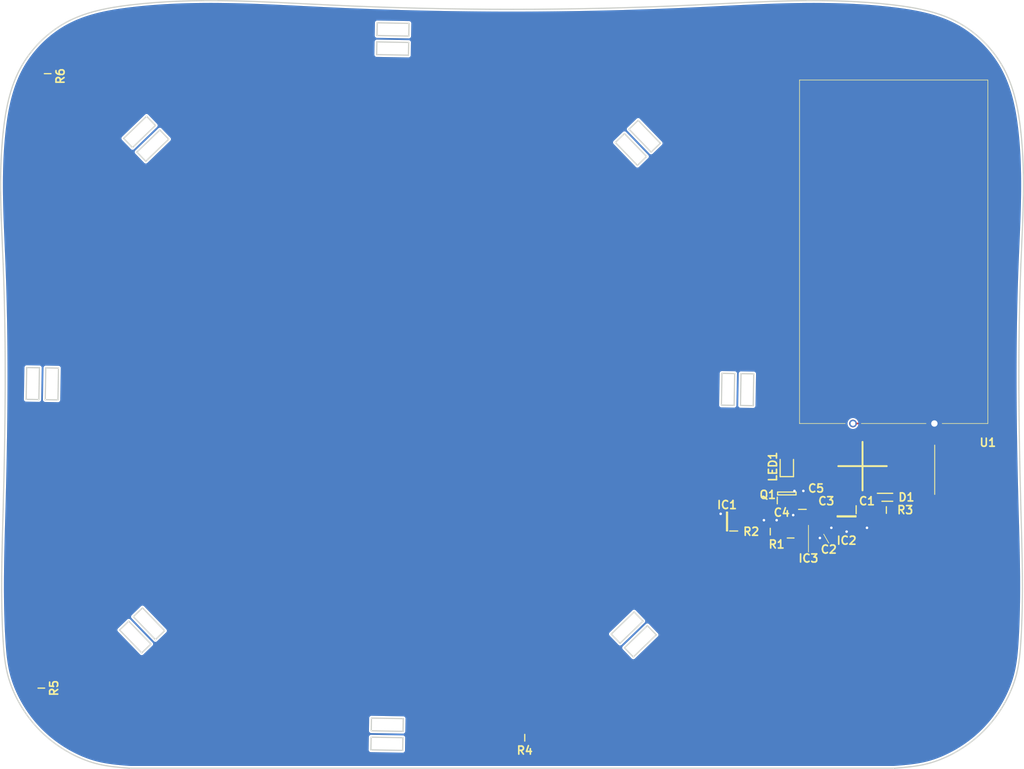
<source format=kicad_pcb>
(kicad_pcb (version 20171130) (host pcbnew "(5.1.5)-3")

  (general
    (thickness 1.6)
    (drawings 129)
    (tracks 98)
    (zones 0)
    (modules 18)
    (nets 13)
  )

  (page A4)
  (layers
    (0 F.Cu signal)
    (31 B.Cu signal hide)
    (32 B.Adhes user)
    (33 F.Adhes user)
    (34 B.Paste user)
    (35 F.Paste user)
    (36 B.SilkS user)
    (37 F.SilkS user)
    (38 B.Mask user)
    (39 F.Mask user)
    (40 Dwgs.User user)
    (41 Cmts.User user hide)
    (42 Eco1.User user)
    (43 Eco2.User user)
    (44 Edge.Cuts user)
    (45 Margin user)
    (46 B.CrtYd user)
    (47 F.CrtYd user)
    (48 B.Fab user)
    (49 F.Fab user hide)
  )

  (setup
    (last_trace_width 0.25)
    (trace_clearance 0.2)
    (zone_clearance 0.508)
    (zone_45_only no)
    (trace_min 0.2)
    (via_size 0.8)
    (via_drill 0.4)
    (via_min_size 0.4)
    (via_min_drill 0.3)
    (uvia_size 0.3)
    (uvia_drill 0.1)
    (uvias_allowed no)
    (uvia_min_size 0.2)
    (uvia_min_drill 0.1)
    (edge_width 0.05)
    (segment_width 0.2)
    (pcb_text_width 0.3)
    (pcb_text_size 1.5 1.5)
    (mod_edge_width 0.12)
    (mod_text_size 1 1)
    (mod_text_width 0.15)
    (pad_size 1.524 1.524)
    (pad_drill 0.762)
    (pad_to_mask_clearance 0.051)
    (solder_mask_min_width 0.25)
    (aux_axis_origin 0 0)
    (visible_elements 7FFFFFFF)
    (pcbplotparams
      (layerselection 0x010fc_ffffffff)
      (usegerberextensions false)
      (usegerberattributes false)
      (usegerberadvancedattributes false)
      (creategerberjobfile false)
      (excludeedgelayer true)
      (linewidth 0.100000)
      (plotframeref false)
      (viasonmask false)
      (mode 1)
      (useauxorigin false)
      (hpglpennumber 1)
      (hpglpenspeed 20)
      (hpglpendiameter 15.000000)
      (psnegative false)
      (psa4output false)
      (plotreference true)
      (plotvalue true)
      (plotinvisibletext false)
      (padsonsilk false)
      (subtractmaskfromsilk false)
      (outputformat 1)
      (mirror false)
      (drillshape 1)
      (scaleselection 1)
      (outputdirectory ""))
  )

  (net 0 "")
  (net 1 +9V)
  (net 2 GND)
  (net 3 /Vtemp)
  (net 4 /V4_096)
  (net 5 "Net-(C4-Pad1)")
  (net 6 "Net-(IC3-Pad1)")
  (net 7 "Net-(LED1-Pad1)")
  (net 8 "Net-(LED1-Pad2)")
  (net 9 "Net-(R3-Pad2)")
  (net 10 "Net-(R4-Pad2)")
  (net 11 "Net-(R5-Pad2)")
  (net 12 "Net-(D1-Pad2)")

  (net_class Default "This is the default net class."
    (clearance 0.2)
    (trace_width 0.25)
    (via_dia 0.8)
    (via_drill 0.4)
    (uvia_dia 0.3)
    (uvia_drill 0.1)
    (add_net +9V)
    (add_net /V4_096)
    (add_net /Vtemp)
    (add_net GND)
    (add_net "Net-(C4-Pad1)")
    (add_net "Net-(D1-Pad2)")
    (add_net "Net-(IC3-Pad1)")
    (add_net "Net-(LED1-Pad1)")
    (add_net "Net-(LED1-Pad2)")
    (add_net "Net-(R3-Pad2)")
    (add_net "Net-(R4-Pad2)")
    (add_net "Net-(R5-Pad2)")
  )

  (module SamacSys_Parts:CAPC2013X140N (layer F.Cu) (tedit 5EED47A5) (tstamp 5EED1BDF)
    (at 197.8 111 270)
    (descr CAPC2013X140N)
    (tags Capacitor)
    (path /5EEBFA24)
    (attr smd)
    (fp_text reference C1 (at -2.2 0 180) (layer F.SilkS)
      (effects (font (size 1.27 1.27) (thickness 0.254)))
    )
    (fp_text value C0805C105Z4VACTU (at -3.4544 -1.27 90) (layer F.SilkS) hide
      (effects (font (size 1.27 1.27) (thickness 0.254)))
    )
    (fp_text user %R (at 0 0 180) (layer F.Fab)
      (effects (font (size 1.27 1.27) (thickness 0.254)))
    )
    (pad 2 smd rect (at 0.8128 0 270) (size 0.9144 1.4478) (layers F.Cu F.Paste F.Mask)
      (net 2 GND))
    (pad 1 smd rect (at -0.8128 0 270) (size 0.9144 1.4478) (layers F.Cu F.Paste F.Mask)
      (net 1 +9V))
    (model C:\Users\kipman725\Documents\GitHub\Petri\libs\SamacSys_Parts.3dshapes\C0805C105Z4VACTU.stp
      (offset (xyz 96.75 43.5 -10.5))
      (scale (xyz 1 1 1))
      (rotate (xyz -90 0 0))
    )
  )

  (module SamacSys_Parts:CAPC1005X55N (layer F.Cu) (tedit 5EED46B6) (tstamp 5EED1BEE)
    (at 190 113.4)
    (descr "GRT15 L=1.0mm W=0.5mm T=0.5mm")
    (tags Capacitor)
    (path /5EECC8E7)
    (attr smd)
    (fp_text reference C2 (at 1.8 3) (layer F.SilkS)
      (effects (font (size 1.27 1.27) (thickness 0.254)))
    )
    (fp_text value GRT1555C1H102JA02D (at 0 0) (layer F.SilkS) hide
      (effects (font (size 1.27 1.27) (thickness 0.254)))
    )
    (fp_line (start -0.5 0.25) (end -0.5 -0.25) (layer F.Fab) (width 0.1))
    (fp_line (start 0.5 0.25) (end -0.5 0.25) (layer F.Fab) (width 0.1))
    (fp_line (start 0.5 -0.25) (end 0.5 0.25) (layer F.Fab) (width 0.1))
    (fp_line (start -0.5 -0.25) (end 0.5 -0.25) (layer F.Fab) (width 0.1))
    (fp_line (start -0.91 0.46) (end -0.91 -0.46) (layer F.CrtYd) (width 0.05))
    (fp_line (start 0.91 0.46) (end -0.91 0.46) (layer F.CrtYd) (width 0.05))
    (fp_line (start 0.91 -0.46) (end 0.91 0.46) (layer F.CrtYd) (width 0.05))
    (fp_line (start -0.91 -0.46) (end 0.91 -0.46) (layer F.CrtYd) (width 0.05))
    (fp_text user %R (at 0 0) (layer F.Fab)
      (effects (font (size 1.27 1.27) (thickness 0.254)))
    )
    (pad 2 smd rect (at 0.46 0) (size 0.6 0.62) (layers F.Cu F.Paste F.Mask)
      (net 2 GND))
    (pad 1 smd rect (at -0.46 0) (size 0.6 0.62) (layers F.Cu F.Paste F.Mask)
      (net 3 /Vtemp))
    (model C:\Users\kipman725\Documents\GitHub\Petri\libs\SamacSys_Parts.3dshapes\GRT1555C1H102JA02D.stp
      (at (xyz 0 0 0))
      (scale (xyz 1 1 1))
      (rotate (xyz 0 0 0))
    )
  )

  (module SamacSys_Parts:CAPC2013X140N (layer F.Cu) (tedit 5EED47A5) (tstamp 5EED1BF5)
    (at 191.6 111.0128 270)
    (descr CAPC2013X140N)
    (tags Capacitor)
    (path /5EEC13B7)
    (attr smd)
    (fp_text reference C3 (at -2.2128 0.2) (layer F.SilkS)
      (effects (font (size 1.27 1.27) (thickness 0.254)))
    )
    (fp_text value C0805C105Z4VACTU (at -3.4544 -1.27 90) (layer F.SilkS) hide
      (effects (font (size 1.27 1.27) (thickness 0.254)))
    )
    (fp_text user %R (at 0.1872 0 180) (layer F.Fab)
      (effects (font (size 1.27 1.27) (thickness 0.254)))
    )
    (pad 2 smd rect (at 0.8128 0 270) (size 0.9144 1.4478) (layers F.Cu F.Paste F.Mask)
      (net 2 GND))
    (pad 1 smd rect (at -0.8128 0 270) (size 0.9144 1.4478) (layers F.Cu F.Paste F.Mask)
      (net 4 /V4_096))
    (model C:\Users\kipman725\Documents\GitHub\Petri\libs\SamacSys_Parts.3dshapes\C0805C105Z4VACTU.stp
      (offset (xyz 96.75 43.5 -10.5))
      (scale (xyz 1 1 1))
      (rotate (xyz -90 0 0))
    )
  )

  (module SamacSys_Parts:CAPC1005X55N (layer F.Cu) (tedit 5EED46B6) (tstamp 5EED1C04)
    (at 185.4 112 180)
    (descr "GRT15 L=1.0mm W=0.5mm T=0.5mm")
    (tags Capacitor)
    (path /5EED41AC)
    (attr smd)
    (fp_text reference C4 (at 1 1.4) (layer F.SilkS)
      (effects (font (size 1.27 1.27) (thickness 0.254)))
    )
    (fp_text value GRT1555C1H102JA02D (at 0 0) (layer F.SilkS) hide
      (effects (font (size 1.27 1.27) (thickness 0.254)))
    )
    (fp_line (start -0.5 0.25) (end -0.5 -0.25) (layer F.Fab) (width 0.1))
    (fp_line (start 0.5 0.25) (end -0.5 0.25) (layer F.Fab) (width 0.1))
    (fp_line (start 0.5 -0.25) (end 0.5 0.25) (layer F.Fab) (width 0.1))
    (fp_line (start -0.5 -0.25) (end 0.5 -0.25) (layer F.Fab) (width 0.1))
    (fp_line (start -0.91 0.46) (end -0.91 -0.46) (layer F.CrtYd) (width 0.05))
    (fp_line (start 0.91 0.46) (end -0.91 0.46) (layer F.CrtYd) (width 0.05))
    (fp_line (start 0.91 -0.46) (end 0.91 0.46) (layer F.CrtYd) (width 0.05))
    (fp_line (start -0.91 -0.46) (end 0.91 -0.46) (layer F.CrtYd) (width 0.05))
    (fp_text user %R (at 0 0) (layer F.Fab)
      (effects (font (size 1.27 1.27) (thickness 0.254)))
    )
    (pad 2 smd rect (at 0.46 0 180) (size 0.6 0.62) (layers F.Cu F.Paste F.Mask)
      (net 2 GND))
    (pad 1 smd rect (at -0.46 0 180) (size 0.6 0.62) (layers F.Cu F.Paste F.Mask)
      (net 5 "Net-(C4-Pad1)"))
    (model C:\Users\kipman725\Documents\GitHub\Petri\libs\SamacSys_Parts.3dshapes\GRT1555C1H102JA02D.stp
      (at (xyz 0 0 0))
      (scale (xyz 1 1 1))
      (rotate (xyz 0 0 0))
    )
  )

  (module SamacSys_Parts:CAPC2013X140N (layer F.Cu) (tedit 5EED47A5) (tstamp 5EED1C0B)
    (at 188.6 108.6 180)
    (descr CAPC2013X140N)
    (tags Capacitor)
    (path /5EED82DB)
    (attr smd)
    (fp_text reference C5 (at -1.2 1.8) (layer F.SilkS)
      (effects (font (size 1.27 1.27) (thickness 0.254)))
    )
    (fp_text value C0805C105Z4VACTU (at -3.4544 -1.27) (layer F.SilkS) hide
      (effects (font (size 1.27 1.27) (thickness 0.254)))
    )
    (fp_text user %R (at -3.4544 -1.27) (layer F.Fab)
      (effects (font (size 1.27 1.27) (thickness 0.254)))
    )
    (pad 2 smd rect (at 0.8128 0 180) (size 0.9144 1.4478) (layers F.Cu F.Paste F.Mask)
      (net 2 GND))
    (pad 1 smd rect (at -0.8128 0 180) (size 0.9144 1.4478) (layers F.Cu F.Paste F.Mask)
      (net 4 /V4_096))
    (model C:\Users\kipman725\Documents\GitHub\Petri\libs\SamacSys_Parts.3dshapes\C0805C105Z4VACTU.stp
      (offset (xyz 96.75 43.5 -10.5))
      (scale (xyz 1 1 1))
      (rotate (xyz -90 0 0))
    )
  )

  (module SamacSys_Parts:SOT95P237X112-3N (layer F.Cu) (tedit 0) (tstamp 5EED1C21)
    (at 175.8 112 180)
    (descr "SOT-23 _")
    (tags "Integrated Circuit")
    (path /5EEC9225)
    (attr smd)
    (fp_text reference IC1 (at 0 2.6) (layer F.SilkS)
      (effects (font (size 1.27 1.27) (thickness 0.254)))
    )
    (fp_text value TMP236A4DBZR (at 0 0) (layer F.SilkS) hide
      (effects (font (size 1.27 1.27) (thickness 0.254)))
    )
    (fp_line (start -1.675 -1.5) (end -0.425 -1.5) (layer F.SilkS) (width 0.2))
    (fp_line (start -0.075 1.46) (end -0.075 -1.46) (layer F.SilkS) (width 0.2))
    (fp_line (start 0.075 1.46) (end -0.075 1.46) (layer F.SilkS) (width 0.2))
    (fp_line (start 0.075 -1.46) (end 0.075 1.46) (layer F.SilkS) (width 0.2))
    (fp_line (start -0.075 -1.46) (end 0.075 -1.46) (layer F.SilkS) (width 0.2))
    (fp_line (start -0.65 -0.51) (end 0.3 -1.46) (layer F.Fab) (width 0.1))
    (fp_line (start -0.65 1.46) (end -0.65 -1.46) (layer F.Fab) (width 0.1))
    (fp_line (start 0.65 1.46) (end -0.65 1.46) (layer F.Fab) (width 0.1))
    (fp_line (start 0.65 -1.46) (end 0.65 1.46) (layer F.Fab) (width 0.1))
    (fp_line (start -0.65 -1.46) (end 0.65 -1.46) (layer F.Fab) (width 0.1))
    (fp_line (start -1.925 1.77) (end -1.925 -1.77) (layer F.CrtYd) (width 0.05))
    (fp_line (start 1.925 1.77) (end -1.925 1.77) (layer F.CrtYd) (width 0.05))
    (fp_line (start 1.925 -1.77) (end 1.925 1.77) (layer F.CrtYd) (width 0.05))
    (fp_line (start -1.925 -1.77) (end 1.925 -1.77) (layer F.CrtYd) (width 0.05))
    (fp_text user %R (at 0 0) (layer F.Fab)
      (effects (font (size 1.27 1.27) (thickness 0.254)))
    )
    (pad 3 smd rect (at 1.05 0 270) (size 0.6 1.25) (layers F.Cu F.Paste F.Mask)
      (net 2 GND))
    (pad 2 smd rect (at -1.05 0.95 270) (size 0.6 1.25) (layers F.Cu F.Paste F.Mask)
      (net 3 /Vtemp))
    (pad 1 smd rect (at -1.05 -0.95 270) (size 0.6 1.25) (layers F.Cu F.Paste F.Mask)
      (net 4 /V4_096))
    (model C:\Users\kipman725\Documents\GitHub\Petri\libs\SamacSys_Parts.3dshapes\TMP236A4DBZR.stp
      (at (xyz 0 0 0))
      (scale (xyz 1 1 1))
      (rotate (xyz 0 0 0))
    )
  )

  (module SamacSys_Parts:SOT95P237X112-3N (layer F.Cu) (tedit 0) (tstamp 5EED1C37)
    (at 194.6 111.2 270)
    (descr "SOT-23 _")
    (tags "Integrated Circuit")
    (path /5EEBEF12)
    (attr smd)
    (fp_text reference IC2 (at 3.8 0 180) (layer F.SilkS)
      (effects (font (size 1.27 1.27) (thickness 0.254)))
    )
    (fp_text value REF3040AIDBZT (at 0 0 90) (layer F.SilkS) hide
      (effects (font (size 1.27 1.27) (thickness 0.254)))
    )
    (fp_line (start -1.675 -1.5) (end -0.425 -1.5) (layer F.SilkS) (width 0.2))
    (fp_line (start -0.075 1.46) (end -0.075 -1.46) (layer F.SilkS) (width 0.2))
    (fp_line (start 0.075 1.46) (end -0.075 1.46) (layer F.SilkS) (width 0.2))
    (fp_line (start 0.075 -1.46) (end 0.075 1.46) (layer F.SilkS) (width 0.2))
    (fp_line (start -0.075 -1.46) (end 0.075 -1.46) (layer F.SilkS) (width 0.2))
    (fp_line (start -0.65 -0.51) (end 0.3 -1.46) (layer F.Fab) (width 0.1))
    (fp_line (start -0.65 1.46) (end -0.65 -1.46) (layer F.Fab) (width 0.1))
    (fp_line (start 0.65 1.46) (end -0.65 1.46) (layer F.Fab) (width 0.1))
    (fp_line (start 0.65 -1.46) (end 0.65 1.46) (layer F.Fab) (width 0.1))
    (fp_line (start -0.65 -1.46) (end 0.65 -1.46) (layer F.Fab) (width 0.1))
    (fp_line (start -1.925 1.77) (end -1.925 -1.77) (layer F.CrtYd) (width 0.05))
    (fp_line (start 1.925 1.77) (end -1.925 1.77) (layer F.CrtYd) (width 0.05))
    (fp_line (start 1.925 -1.77) (end 1.925 1.77) (layer F.CrtYd) (width 0.05))
    (fp_line (start -1.925 -1.77) (end 1.925 -1.77) (layer F.CrtYd) (width 0.05))
    (fp_text user %R (at 0 0 90) (layer F.Fab)
      (effects (font (size 1.27 1.27) (thickness 0.254)))
    )
    (pad 3 smd rect (at 1.05 0) (size 0.6 1.25) (layers F.Cu F.Paste F.Mask)
      (net 2 GND))
    (pad 2 smd rect (at -1.05 0.95) (size 0.6 1.25) (layers F.Cu F.Paste F.Mask)
      (net 4 /V4_096))
    (pad 1 smd rect (at -1.05 -0.95) (size 0.6 1.25) (layers F.Cu F.Paste F.Mask)
      (net 1 +9V))
    (model C:\Users\kipman725\Documents\GitHub\Petri\libs\SamacSys_Parts.3dshapes\TMP236A4DBZR.stp
      (at (xyz 0 0 0))
      (scale (xyz 1 1 1))
      (rotate (xyz 0 0 0))
    )
  )

  (module SamacSys_Parts:SOT65P210X110-5N (layer F.Cu) (tedit 0) (tstamp 5EED1C4B)
    (at 188.6 111.2)
    (descr SC70)
    (tags "Integrated Circuit")
    (path /5EEBDFE0)
    (attr smd)
    (fp_text reference IC3 (at 0 6.6) (layer F.SilkS)
      (effects (font (size 1.27 1.27) (thickness 0.254)))
    )
    (fp_text value TLV7031DCKR (at 0 0) (layer F.SilkS) hide
      (effects (font (size 1.27 1.27) (thickness 0.254)))
    )
    (fp_line (start -1.55 -1.1) (end -0.35 -1.1) (layer F.SilkS) (width 0.2))
    (fp_line (start -0.625 -0.35) (end 0.025 -1) (layer F.Fab) (width 0.1))
    (fp_line (start -0.625 1) (end -0.625 -1) (layer F.Fab) (width 0.1))
    (fp_line (start 0.625 1) (end -0.625 1) (layer F.Fab) (width 0.1))
    (fp_line (start 0.625 -1) (end 0.625 1) (layer F.Fab) (width 0.1))
    (fp_line (start -0.625 -1) (end 0.625 -1) (layer F.Fab) (width 0.1))
    (fp_line (start -1.8 1.325) (end -1.8 -1.325) (layer F.CrtYd) (width 0.05))
    (fp_line (start 1.8 1.325) (end -1.8 1.325) (layer F.CrtYd) (width 0.05))
    (fp_line (start 1.8 -1.325) (end 1.8 1.325) (layer F.CrtYd) (width 0.05))
    (fp_line (start -1.8 -1.325) (end 1.8 -1.325) (layer F.CrtYd) (width 0.05))
    (fp_text user %R (at 0 0) (layer F.Fab)
      (effects (font (size 1.27 1.27) (thickness 0.254)))
    )
    (pad 5 smd rect (at 0.95 -0.65 90) (size 0.4 1.2) (layers F.Cu F.Paste F.Mask)
      (net 4 /V4_096))
    (pad 4 smd rect (at 0.95 0.65 90) (size 0.4 1.2) (layers F.Cu F.Paste F.Mask)
      (net 3 /Vtemp))
    (pad 3 smd rect (at -0.95 0.65 90) (size 0.4 1.2) (layers F.Cu F.Paste F.Mask)
      (net 5 "Net-(C4-Pad1)"))
    (pad 2 smd rect (at -0.95 0 90) (size 0.4 1.2) (layers F.Cu F.Paste F.Mask)
      (net 2 GND))
    (pad 1 smd rect (at -0.95 -0.65 90) (size 0.4 1.2) (layers F.Cu F.Paste F.Mask)
      (net 6 "Net-(IC3-Pad1)"))
    (model C:\Users\kipman725\Documents\GitHub\Petri\libs\SamacSys_Parts.3dshapes\TLV7031DCKR.stp
      (at (xyz 0 0 0))
      (scale (xyz 1 1 1))
      (rotate (xyz 0 0 0))
    )
  )

  (module SamacSys_Parts:LEDC2012X90N (layer F.Cu) (tedit 0) (tstamp 5EED1C5E)
    (at 185.2 103.2 90)
    (descr "LH R974")
    (tags LED)
    (path /5EEDD588)
    (attr smd)
    (fp_text reference LED1 (at -0.2 -2.2 90) (layer F.SilkS)
      (effects (font (size 1.27 1.27) (thickness 0.254)))
    )
    (fp_text value LH_R974-LP-1 (at 0 0 90) (layer F.SilkS) hide
      (effects (font (size 1.27 1.27) (thickness 0.254)))
    )
    (fp_line (start -1.75 1.05) (end 0.95 1.05) (layer F.SilkS) (width 0.2))
    (fp_line (start -1.75 -1.05) (end -1.75 1.05) (layer F.SilkS) (width 0.2))
    (fp_line (start 0.95 -1.05) (end -1.75 -1.05) (layer F.SilkS) (width 0.2))
    (fp_line (start -1 -0.208) (end -0.583 -0.625) (layer F.Fab) (width 0.1))
    (fp_line (start -1 0.625) (end -1 -0.625) (layer F.Fab) (width 0.1))
    (fp_line (start 1 0.625) (end -1 0.625) (layer F.Fab) (width 0.1))
    (fp_line (start 1 -0.625) (end 1 0.625) (layer F.Fab) (width 0.1))
    (fp_line (start -1 -0.625) (end 1 -0.625) (layer F.Fab) (width 0.1))
    (fp_line (start -1.85 1.15) (end -1.85 -1.15) (layer F.CrtYd) (width 0.05))
    (fp_line (start 1.85 1.15) (end -1.85 1.15) (layer F.CrtYd) (width 0.05))
    (fp_line (start 1.85 -1.15) (end 1.85 1.15) (layer F.CrtYd) (width 0.05))
    (fp_line (start -1.85 -1.15) (end 1.85 -1.15) (layer F.CrtYd) (width 0.05))
    (fp_text user %R (at 0 0 90) (layer F.Fab)
      (effects (font (size 1.27 1.27) (thickness 0.254)))
    )
    (pad 2 smd rect (at 0.95 0 90) (size 0.9 1.4) (layers F.Cu F.Paste F.Mask)
      (net 8 "Net-(LED1-Pad2)"))
    (pad 1 smd rect (at -0.95 0 90) (size 0.9 1.4) (layers F.Cu F.Paste F.Mask)
      (net 7 "Net-(LED1-Pad1)"))
    (model C:\Users\kipman725\Documents\GitHub\Petri\libs\SamacSys_Parts.3dshapes\LH_R974-LP-1.stp
      (at (xyz 0 0 0))
      (scale (xyz 1 1 1))
      (rotate (xyz 0 0 0))
    )
  )

  (module SamacSys_Parts:SOT95P230X110-3N (layer F.Cu) (tedit 0) (tstamp 5EED1C74)
    (at 185.2 107.6 90)
    (descr "SOT23 (TO-236AB)")
    (tags "MOSFET (N-Channel)")
    (path /5EEBD4D3)
    (attr smd)
    (fp_text reference Q1 (at -0.2 -3 180) (layer F.SilkS)
      (effects (font (size 1.27 1.27) (thickness 0.254)))
    )
    (fp_text value 2N7002NXAKR (at 0 0 90) (layer F.SilkS) hide
      (effects (font (size 1.27 1.27) (thickness 0.254)))
    )
    (fp_line (start -1.625 -1.5) (end -0.575 -1.5) (layer F.SilkS) (width 0.2))
    (fp_line (start -0.225 1.45) (end -0.225 -1.45) (layer F.SilkS) (width 0.2))
    (fp_line (start 0.225 1.45) (end -0.225 1.45) (layer F.SilkS) (width 0.2))
    (fp_line (start 0.225 -1.45) (end 0.225 1.45) (layer F.SilkS) (width 0.2))
    (fp_line (start -0.225 -1.45) (end 0.225 -1.45) (layer F.SilkS) (width 0.2))
    (fp_line (start -0.65 -0.5) (end 0.3 -1.45) (layer F.Fab) (width 0.1))
    (fp_line (start -0.65 1.45) (end -0.65 -1.45) (layer F.Fab) (width 0.1))
    (fp_line (start 0.65 1.45) (end -0.65 1.45) (layer F.Fab) (width 0.1))
    (fp_line (start 0.65 -1.45) (end 0.65 1.45) (layer F.Fab) (width 0.1))
    (fp_line (start -0.65 -1.45) (end 0.65 -1.45) (layer F.Fab) (width 0.1))
    (fp_line (start -1.875 1.75) (end -1.875 -1.75) (layer F.CrtYd) (width 0.05))
    (fp_line (start 1.875 1.75) (end -1.875 1.75) (layer F.CrtYd) (width 0.05))
    (fp_line (start 1.875 -1.75) (end 1.875 1.75) (layer F.CrtYd) (width 0.05))
    (fp_line (start -1.875 -1.75) (end 1.875 -1.75) (layer F.CrtYd) (width 0.05))
    (fp_text user %R (at 0 0 90) (layer F.Fab)
      (effects (font (size 1.27 1.27) (thickness 0.254)))
    )
    (pad 3 smd rect (at 1.1 0 180) (size 0.6 1.05) (layers F.Cu F.Paste F.Mask)
      (net 7 "Net-(LED1-Pad1)"))
    (pad 2 smd rect (at -1.1 0.95 180) (size 0.6 1.05) (layers F.Cu F.Paste F.Mask)
      (net 2 GND))
    (pad 1 smd rect (at -1.1 -0.95 180) (size 0.6 1.05) (layers F.Cu F.Paste F.Mask)
      (net 6 "Net-(IC3-Pad1)"))
    (model C:\Users\kipman725\Documents\GitHub\Petri\libs\SamacSys_Parts.3dshapes\2N7002NXAKR.stp
      (at (xyz 0 0 0))
      (scale (xyz 1 1 1))
      (rotate (xyz 0 0 0))
    )
  )

  (module SamacSys_Parts:RESC2012X50N (layer F.Cu) (tedit 0) (tstamp 5EED1C84)
    (at 185.8 114.6 90)
    (descr CRCW0805)
    (tags Resistor)
    (path /5EED055F)
    (attr smd)
    (fp_text reference R1 (at -1 -2.2 180) (layer F.SilkS)
      (effects (font (size 1.27 1.27) (thickness 0.254)))
    )
    (fp_text value CRCW0805470KFKEA (at 0 0 90) (layer F.SilkS) hide
      (effects (font (size 1.27 1.27) (thickness 0.254)))
    )
    (fp_line (start 0 -0.525) (end 0 0.525) (layer F.SilkS) (width 0.2))
    (fp_line (start -1.025 0.625) (end -1.025 -0.625) (layer F.Fab) (width 0.1))
    (fp_line (start 1.025 0.625) (end -1.025 0.625) (layer F.Fab) (width 0.1))
    (fp_line (start 1.025 -0.625) (end 1.025 0.625) (layer F.Fab) (width 0.1))
    (fp_line (start -1.025 -0.625) (end 1.025 -0.625) (layer F.Fab) (width 0.1))
    (fp_line (start -1.725 1) (end -1.725 -1) (layer F.CrtYd) (width 0.05))
    (fp_line (start 1.725 1) (end -1.725 1) (layer F.CrtYd) (width 0.05))
    (fp_line (start 1.725 -1) (end 1.725 1) (layer F.CrtYd) (width 0.05))
    (fp_line (start -1.725 -1) (end 1.725 -1) (layer F.CrtYd) (width 0.05))
    (fp_text user %R (at 0 0 90) (layer F.Fab)
      (effects (font (size 1.27 1.27) (thickness 0.254)))
    )
    (pad 2 smd rect (at 1 0 90) (size 0.95 1.45) (layers F.Cu F.Paste F.Mask)
      (net 5 "Net-(C4-Pad1)"))
    (pad 1 smd rect (at -1 0 90) (size 0.95 1.45) (layers F.Cu F.Paste F.Mask)
      (net 4 /V4_096))
    (model C:\Users\kipman725\Documents\GitHub\Petri\libs\SamacSys_Parts.3dshapes\CRCW0805470KFKEA.stp
      (at (xyz 0 0 0))
      (scale (xyz 1 1 1))
      (rotate (xyz 0 0 0))
    )
  )

  (module SamacSys_Parts:RESC2012X60N (layer F.Cu) (tedit 0) (tstamp 5EED1C94)
    (at 182.6 113.6 180)
    (descr CR0805)
    (tags Resistor)
    (path /5EECFA07)
    (attr smd)
    (fp_text reference R2 (at 3 0) (layer F.SilkS)
      (effects (font (size 1.27 1.27) (thickness 0.254)))
    )
    (fp_text value CR0805-FX-1803ELF (at 0 0) (layer F.SilkS) hide
      (effects (font (size 1.27 1.27) (thickness 0.254)))
    )
    (fp_line (start 0 -0.525) (end 0 0.525) (layer F.SilkS) (width 0.2))
    (fp_line (start -1 0.625) (end -1 -0.625) (layer F.Fab) (width 0.1))
    (fp_line (start 1 0.625) (end -1 0.625) (layer F.Fab) (width 0.1))
    (fp_line (start 1 -0.625) (end 1 0.625) (layer F.Fab) (width 0.1))
    (fp_line (start -1 -0.625) (end 1 -0.625) (layer F.Fab) (width 0.1))
    (fp_line (start -1.7 1) (end -1.7 -1) (layer F.CrtYd) (width 0.05))
    (fp_line (start 1.7 1) (end -1.7 1) (layer F.CrtYd) (width 0.05))
    (fp_line (start 1.7 -1) (end 1.7 1) (layer F.CrtYd) (width 0.05))
    (fp_line (start -1.7 -1) (end 1.7 -1) (layer F.CrtYd) (width 0.05))
    (fp_text user %R (at 0 0) (layer F.Fab)
      (effects (font (size 1.27 1.27) (thickness 0.254)))
    )
    (pad 2 smd rect (at 0.95 0 180) (size 1 1.45) (layers F.Cu F.Paste F.Mask)
      (net 2 GND))
    (pad 1 smd rect (at -0.95 0 180) (size 1 1.45) (layers F.Cu F.Paste F.Mask)
      (net 5 "Net-(C4-Pad1)"))
    (model C:\Users\kipman725\Documents\GitHub\Petri\libs\SamacSys_Parts.3dshapes\CR0805-JW-151ELF.stp
      (at (xyz 0 0 0))
      (scale (xyz 1 1 1))
      (rotate (xyz 0 0 0))
    )
  )

  (module SamacSys_Parts:RESC2012X60N (layer F.Cu) (tedit 0) (tstamp 5EED1CA4)
    (at 200.85 110.2)
    (descr CR0805)
    (tags Resistor)
    (path /5EEE63F1)
    (attr smd)
    (fp_text reference R3 (at 2.95 0) (layer F.SilkS)
      (effects (font (size 1.27 1.27) (thickness 0.254)))
    )
    (fp_text value CR0805-JW-151ELF (at 0 0) (layer F.SilkS) hide
      (effects (font (size 1.27 1.27) (thickness 0.254)))
    )
    (fp_line (start 0 -0.525) (end 0 0.525) (layer F.SilkS) (width 0.2))
    (fp_line (start -1 0.625) (end -1 -0.625) (layer F.Fab) (width 0.1))
    (fp_line (start 1 0.625) (end -1 0.625) (layer F.Fab) (width 0.1))
    (fp_line (start 1 -0.625) (end 1 0.625) (layer F.Fab) (width 0.1))
    (fp_line (start -1 -0.625) (end 1 -0.625) (layer F.Fab) (width 0.1))
    (fp_line (start -1.7 1) (end -1.7 -1) (layer F.CrtYd) (width 0.05))
    (fp_line (start 1.7 1) (end -1.7 1) (layer F.CrtYd) (width 0.05))
    (fp_line (start 1.7 -1) (end 1.7 1) (layer F.CrtYd) (width 0.05))
    (fp_line (start -1.7 -1) (end 1.7 -1) (layer F.CrtYd) (width 0.05))
    (fp_text user %R (at 0 0) (layer F.Fab)
      (effects (font (size 1.27 1.27) (thickness 0.254)))
    )
    (pad 2 smd rect (at 0.95 0) (size 1 1.45) (layers F.Cu F.Paste F.Mask)
      (net 9 "Net-(R3-Pad2)"))
    (pad 1 smd rect (at -0.95 0) (size 1 1.45) (layers F.Cu F.Paste F.Mask)
      (net 1 +9V))
    (model C:\Users\kipman725\Documents\GitHub\Petri\libs\SamacSys_Parts.3dshapes\CR0805-JW-151ELF.stp
      (at (xyz 0 0 0))
      (scale (xyz 1 1 1))
      (rotate (xyz 0 0 0))
    )
  )

  (module SamacSys_Parts:RESC2012X60N (layer F.Cu) (tedit 0) (tstamp 5EED1CB4)
    (at 144 146 180)
    (descr CR0805)
    (tags Resistor)
    (path /5EEE2C5D)
    (attr smd)
    (fp_text reference R4 (at 0 -2) (layer F.SilkS)
      (effects (font (size 1.27 1.27) (thickness 0.254)))
    )
    (fp_text value CR0805-JW-151ELF (at 0 0) (layer F.SilkS) hide
      (effects (font (size 1.27 1.27) (thickness 0.254)))
    )
    (fp_line (start 0 -0.525) (end 0 0.525) (layer F.SilkS) (width 0.2))
    (fp_line (start -1 0.625) (end -1 -0.625) (layer F.Fab) (width 0.1))
    (fp_line (start 1 0.625) (end -1 0.625) (layer F.Fab) (width 0.1))
    (fp_line (start 1 -0.625) (end 1 0.625) (layer F.Fab) (width 0.1))
    (fp_line (start -1 -0.625) (end 1 -0.625) (layer F.Fab) (width 0.1))
    (fp_line (start -1.7 1) (end -1.7 -1) (layer F.CrtYd) (width 0.05))
    (fp_line (start 1.7 1) (end -1.7 1) (layer F.CrtYd) (width 0.05))
    (fp_line (start 1.7 -1) (end 1.7 1) (layer F.CrtYd) (width 0.05))
    (fp_line (start -1.7 -1) (end 1.7 -1) (layer F.CrtYd) (width 0.05))
    (fp_text user %R (at 0 0) (layer F.Fab)
      (effects (font (size 1.27 1.27) (thickness 0.254)))
    )
    (pad 2 smd rect (at 0.95 0 180) (size 1 1.45) (layers F.Cu F.Paste F.Mask)
      (net 10 "Net-(R4-Pad2)"))
    (pad 1 smd rect (at -0.95 0 180) (size 1 1.45) (layers F.Cu F.Paste F.Mask)
      (net 9 "Net-(R3-Pad2)"))
    (model C:\Users\kipman725\Documents\GitHub\Petri\libs\SamacSys_Parts.3dshapes\CR0805-JW-151ELF.stp
      (at (xyz 0 0 0))
      (scale (xyz 1 1 1))
      (rotate (xyz 0 0 0))
    )
  )

  (module SamacSys_Parts:RESC2012X60N (layer F.Cu) (tedit 0) (tstamp 5EED1CC4)
    (at 68 138.2 90)
    (descr CR0805)
    (tags Resistor)
    (path /5EEE42DA)
    (attr smd)
    (fp_text reference R5 (at 0 2 90) (layer F.SilkS)
      (effects (font (size 1.27 1.27) (thickness 0.254)))
    )
    (fp_text value CR0805-JW-151ELF (at 0 0 90) (layer F.SilkS) hide
      (effects (font (size 1.27 1.27) (thickness 0.254)))
    )
    (fp_line (start 0 -0.525) (end 0 0.525) (layer F.SilkS) (width 0.2))
    (fp_line (start -1 0.625) (end -1 -0.625) (layer F.Fab) (width 0.1))
    (fp_line (start 1 0.625) (end -1 0.625) (layer F.Fab) (width 0.1))
    (fp_line (start 1 -0.625) (end 1 0.625) (layer F.Fab) (width 0.1))
    (fp_line (start -1 -0.625) (end 1 -0.625) (layer F.Fab) (width 0.1))
    (fp_line (start -1.7 1) (end -1.7 -1) (layer F.CrtYd) (width 0.05))
    (fp_line (start 1.7 1) (end -1.7 1) (layer F.CrtYd) (width 0.05))
    (fp_line (start 1.7 -1) (end 1.7 1) (layer F.CrtYd) (width 0.05))
    (fp_line (start -1.7 -1) (end 1.7 -1) (layer F.CrtYd) (width 0.05))
    (fp_text user %R (at 0 0 90) (layer F.Fab)
      (effects (font (size 1.27 1.27) (thickness 0.254)))
    )
    (pad 2 smd rect (at 0.95 0 90) (size 1 1.45) (layers F.Cu F.Paste F.Mask)
      (net 11 "Net-(R5-Pad2)"))
    (pad 1 smd rect (at -0.95 0 90) (size 1 1.45) (layers F.Cu F.Paste F.Mask)
      (net 10 "Net-(R4-Pad2)"))
    (model C:\Users\kipman725\Documents\GitHub\Petri\libs\SamacSys_Parts.3dshapes\CR0805-JW-151ELF.stp
      (at (xyz 0 0 0))
      (scale (xyz 1 1 1))
      (rotate (xyz 0 0 0))
    )
  )

  (module SamacSys_Parts:RESC2012X60N (layer F.Cu) (tedit 0) (tstamp 5EED1CD4)
    (at 69 41.6 90)
    (descr CR0805)
    (tags Resistor)
    (path /5EEDC3D6)
    (attr smd)
    (fp_text reference R6 (at -0.4 2 90) (layer F.SilkS)
      (effects (font (size 1.27 1.27) (thickness 0.254)))
    )
    (fp_text value CR0805-JW-151ELF (at 0 0 90) (layer F.SilkS) hide
      (effects (font (size 1.27 1.27) (thickness 0.254)))
    )
    (fp_line (start 0 -0.525) (end 0 0.525) (layer F.SilkS) (width 0.2))
    (fp_line (start -1 0.625) (end -1 -0.625) (layer F.Fab) (width 0.1))
    (fp_line (start 1 0.625) (end -1 0.625) (layer F.Fab) (width 0.1))
    (fp_line (start 1 -0.625) (end 1 0.625) (layer F.Fab) (width 0.1))
    (fp_line (start -1 -0.625) (end 1 -0.625) (layer F.Fab) (width 0.1))
    (fp_line (start -1.7 1) (end -1.7 -1) (layer F.CrtYd) (width 0.05))
    (fp_line (start 1.7 1) (end -1.7 1) (layer F.CrtYd) (width 0.05))
    (fp_line (start 1.7 -1) (end 1.7 1) (layer F.CrtYd) (width 0.05))
    (fp_line (start -1.7 -1) (end 1.7 -1) (layer F.CrtYd) (width 0.05))
    (fp_text user %R (at 0 0 90) (layer F.Fab)
      (effects (font (size 1.27 1.27) (thickness 0.254)))
    )
    (pad 2 smd rect (at 0.95 0 90) (size 1 1.45) (layers F.Cu F.Paste F.Mask)
      (net 8 "Net-(LED1-Pad2)"))
    (pad 1 smd rect (at -0.95 0 90) (size 1 1.45) (layers F.Cu F.Paste F.Mask)
      (net 11 "Net-(R5-Pad2)"))
    (model C:\Users\kipman725\Documents\GitHub\Petri\libs\SamacSys_Parts.3dshapes\CR0805-JW-151ELF.stp
      (at (xyz 0 0 0))
      (scale (xyz 1 1 1))
      (rotate (xyz 0 0 0))
    )
  )

  (module SamacSys_Parts:12BH616PGR (layer F.Cu) (tedit 5EEBB5B3) (tstamp 5EED419F)
    (at 208.4 96.6 270)
    (descr 12BH616P-GR-2)
    (tags "Undefined or Miscellaneous")
    (path /5EEBADDE)
    (fp_text reference U1 (at 3 -8.4 180) (layer F.SilkS)
      (effects (font (size 1.27 1.27) (thickness 0.254)))
    )
    (fp_text value 12BH616P-GR (at -26.625 6.4 90) (layer F.SilkS) hide
      (effects (font (size 1.27 1.27) (thickness 0.254)))
    )
    (fp_line (start 3.4 -0.05) (end 11.15 -0.05) (layer F.SilkS) (width 0.15))
    (fp_text user + (at 6.7 12.1 90) (layer F.SilkS)
      (effects (font (size 10 10) (thickness 0.3)))
    )
    (fp_line (start 0 1.32) (end 0 11.48) (layer F.SilkS) (width 0.1))
    (fp_line (start 0 21.2) (end 0 14.02) (layer F.SilkS) (width 0.1))
    (fp_line (start -54 21.2) (end 0 21.2) (layer F.SilkS) (width 0.1))
    (fp_line (start -54 -8.4) (end -54 21.2) (layer F.SilkS) (width 0.1))
    (fp_line (start 0 -8.4) (end -54 -8.4) (layer F.SilkS) (width 0.1))
    (fp_line (start 0 -1.22) (end 0 -8.4) (layer F.SilkS) (width 0.1))
    (fp_line (start -55 22.2) (end -55 -9.4) (layer F.CrtYd) (width 0.1))
    (fp_line (start 1.75 22.2) (end -55 22.2) (layer F.CrtYd) (width 0.1))
    (fp_line (start 1.75 -9.4) (end 1.75 22.2) (layer F.CrtYd) (width 0.1))
    (fp_line (start -55 -9.4) (end 1.75 -9.4) (layer F.CrtYd) (width 0.1))
    (fp_line (start -54 21.2) (end -54 -8.4) (layer F.Fab) (width 0.2))
    (fp_line (start 0 21.2) (end -54 21.2) (layer F.Fab) (width 0.2))
    (fp_line (start 0 -8.4) (end 0 21.2) (layer F.Fab) (width 0.2))
    (fp_line (start -54 -8.4) (end 0 -8.4) (layer F.Fab) (width 0.2))
    (fp_text user %R (at -26.625 6.4 90) (layer F.Fab)
      (effects (font (size 1.27 1.27) (thickness 0.254)))
    )
    (pad 2 thru_hole circle (at 0 12.8 270) (size 1.2 1.2) (drill 0.75) (layers *.Cu *.Mask)
      (net 12 "Net-(D1-Pad2)"))
    (pad 1 thru_hole circle (at 0 0 270) (size 1.5 1.5) (drill 1) (layers *.Cu *.Mask)
      (net 2 GND))
    (model C:\Users\kipman725\Documents\GitHub\Petri\libs\SamacSys_Parts.3dshapes\12BH616P-GR.stp
      (at (xyz 0 0 0))
      (scale (xyz 1 1 1))
      (rotate (xyz 0 0 0))
    )
  )

  (module SamacSys_Parts:SODFL2512X80N (layer F.Cu) (tedit 0) (tstamp 5EF71581)
    (at 201 108.2)
    (descr SOD-323F)
    (tags "Schottky Diode")
    (path /5EF7224C)
    (attr smd)
    (fp_text reference D1 (at 3 0) (layer F.SilkS)
      (effects (font (size 1.27 1.27) (thickness 0.254)))
    )
    (fp_text value BAT54J,115 (at 0 0) (layer F.SilkS) hide
      (effects (font (size 1.27 1.27) (thickness 0.254)))
    )
    (fp_line (start -0.85 0.625) (end 0.85 0.625) (layer F.SilkS) (width 0.2))
    (fp_line (start -1.57 -0.625) (end 0.85 -0.625) (layer F.SilkS) (width 0.2))
    (fp_line (start -0.85 -0.205) (end -0.43 -0.625) (layer F.Fab) (width 0.1))
    (fp_line (start -0.85 0.625) (end -0.85 -0.625) (layer F.Fab) (width 0.1))
    (fp_line (start 0.85 0.625) (end -0.85 0.625) (layer F.Fab) (width 0.1))
    (fp_line (start 0.85 -0.625) (end 0.85 0.625) (layer F.Fab) (width 0.1))
    (fp_line (start -0.85 -0.625) (end 0.85 -0.625) (layer F.Fab) (width 0.1))
    (fp_line (start -1.72 0.825) (end -1.72 -0.825) (layer F.CrtYd) (width 0.05))
    (fp_line (start 1.72 0.825) (end -1.72 0.825) (layer F.CrtYd) (width 0.05))
    (fp_line (start 1.72 -0.825) (end 1.72 0.825) (layer F.CrtYd) (width 0.05))
    (fp_line (start -1.72 -0.825) (end 1.72 -0.825) (layer F.CrtYd) (width 0.05))
    (fp_text user %R (at 0 0) (layer F.Fab)
      (effects (font (size 1.27 1.27) (thickness 0.254)))
    )
    (pad 2 smd rect (at 1.15 0 90) (size 0.46 0.84) (layers F.Cu F.Paste F.Mask)
      (net 12 "Net-(D1-Pad2)"))
    (pad 1 smd rect (at -1.15 0 90) (size 0.46 0.84) (layers F.Cu F.Paste F.Mask)
      (net 1 +9V))
    (model C:\Users\kipman725\Documents\GitHub\Petri\libs\SamacSys_Parts.3dshapes\BAT54J,115.stp
      (at (xyz 0 0 0))
      (scale (xyz 1 1 1))
      (rotate (xyz 0 0 0))
    )
  )

  (gr_line (start 177.00347 88.744975) (end 177.00347 88.744975) (layer Edge.Cuts) (width 0.2))
  (gr_line (start 177.00347 88.744975) (end 177.00347 88.744975) (layer Edge.Cuts) (width 0.2))
  (gr_line (start 175.003776 88.71007) (end 177.00347 88.744975) (layer Edge.Cuts) (width 0.2))
  (gr_line (start 174.916513 93.709309) (end 175.003776 88.71007) (layer Edge.Cuts) (width 0.2))
  (gr_line (start 176.91621 93.744215) (end 174.916513 93.709309) (layer Edge.Cuts) (width 0.2))
  (gr_line (start 177.00347 88.744975) (end 176.91621 93.744215) (layer Edge.Cuts) (width 0.2))
  (gr_curve (pts (xy 207.190467 150.11479) (xy 205.500494 150.533352) (xy 203.750247 150.666676) (xy 202 150.8)) (layer Edge.Cuts) (width 0.2))
  (gr_curve (pts (xy 211.98741 148.127829) (xy 210.483159 149.004054) (xy 208.866454 149.699691) (xy 207.190467 150.11479)) (layer Edge.Cuts) (width 0.2))
  (gr_curve (pts (xy 216.142141 144.94213) (xy 214.906676 146.17714) (xy 213.504213 147.244293) (xy 211.98741 148.127829)) (layer Edge.Cuts) (width 0.2))
  (gr_curve (pts (xy 219.327836 140.787397) (xy 218.446072 142.304253) (xy 217.377606 143.707121) (xy 216.142141 144.94213)) (layer Edge.Cuts) (width 0.2))
  (gr_curve (pts (xy 221.314791 135.990452) (xy 220.893147 137.666681) (xy 220.202303 139.283094) (xy 219.327836 140.787397)) (layer Edge.Cuts) (width 0.2))
  (gr_curve (pts (xy 221.999998 130.799984) (xy 221.891408 132.5492) (xy 221.739955 134.300236) (xy 221.314791 135.990452)) (layer Edge.Cuts) (width 0.2))
  (gr_curve (pts (xy 221.999999 110.059246) (xy 222.187673 116.969304) (xy 222.430184 123.870365) (xy 221.999998 130.799984)) (layer Edge.Cuts) (width 0.2))
  (gr_curve (pts (xy 221.999999 71.540733) (xy 221.492054 84.362283) (xy 221.651461 97.226281) (xy 221.999999 110.059246)) (layer Edge.Cuts) (width 0.2))
  (gr_curve (pts (xy 221.999999 50.799995) (xy 222.740509 57.745218) (xy 222.273508 64.636822) (xy 221.999999 71.540733)) (layer Edge.Cuts) (width 0.2))
  (gr_curve (pts (xy 219.269412 40.705612) (xy 220.946336 43.783002) (xy 221.626644 47.298313) (xy 221.999999 50.799995)) (layer Edge.Cuts) (width 0.2))
  (gr_curve (pts (xy 212.094382 33.530582) (xy 215.076665 35.145711) (xy 217.642225 37.719497) (xy 219.269412 40.705612)) (layer Edge.Cuts) (width 0.2))
  (gr_curve (pts (xy 202 30.799995) (xy 205.504914 31.219742) (xy 209.020942 31.866084) (xy 212.094382 33.530582)) (layer Edge.Cuts) (width 0.2))
  (gr_curve (pts (xy 170.888888 30.799995) (xy 181.24347 30.308049) (xy 191.572548 29.551208) (xy 202 30.799995)) (layer Edge.Cuts) (width 0.2))
  (gr_curve (pts (xy 113.111111 30.799996) (xy 132.341049 31.71361) (xy 151.65895 31.71361) (xy 170.888888 30.799995)) (layer Edge.Cuts) (width 0.2))
  (gr_curve (pts (xy 81.999999 30.799996) (xy 92.427451 29.551209) (xy 102.756529 30.308049) (xy 113.111111 30.799996)) (layer Edge.Cuts) (width 0.2))
  (gr_curve (pts (xy 71.905617 33.530582) (xy 74.979058 31.866084) (xy 78.495086 31.219743) (xy 81.999999 30.799996)) (layer Edge.Cuts) (width 0.2))
  (gr_curve (pts (xy 64.730586 40.705612) (xy 66.357773 37.719497) (xy 68.923333 35.145711) (xy 71.905617 33.530582)) (layer Edge.Cuts) (width 0.2))
  (gr_curve (pts (xy 61.999999 50.799995) (xy 62.373354 47.298314) (xy 63.053662 43.783002) (xy 64.730586 40.705612)) (layer Edge.Cuts) (width 0.2))
  (gr_curve (pts (xy 62 71.540733) (xy 61.726492 64.636822) (xy 61.25949 57.745218) (xy 61.999999 50.799995)) (layer Edge.Cuts) (width 0.2))
  (gr_curve (pts (xy 62 110.059246) (xy 62.348538 97.226281) (xy 62.507945 84.362283) (xy 62 71.540733)) (layer Edge.Cuts) (width 0.2))
  (gr_curve (pts (xy 62 130.799984) (xy 61.569815 123.870365) (xy 61.812326 116.969304) (xy 62 110.059246)) (layer Edge.Cuts) (width 0.2))
  (gr_curve (pts (xy 62.685207 135.990452) (xy 62.260043 134.300236) (xy 62.10859 132.5492) (xy 62 130.799984)) (layer Edge.Cuts) (width 0.2))
  (gr_curve (pts (xy 64.672163 140.787397) (xy 63.797695 139.283094) (xy 63.106852 137.666681) (xy 62.685207 135.990452)) (layer Edge.Cuts) (width 0.2))
  (gr_curve (pts (xy 67.857858 144.942131) (xy 66.622394 143.707121) (xy 65.553927 142.304253) (xy 64.672163 140.787397)) (layer Edge.Cuts) (width 0.2))
  (gr_curve (pts (xy 72.012589 148.127829) (xy 70.495786 147.244293) (xy 69.093323 146.177141) (xy 67.857858 144.942131)) (layer Edge.Cuts) (width 0.2))
  (gr_curve (pts (xy 76.809533 150.11479) (xy 75.133545 149.699691) (xy 73.51684 149.004054) (xy 72.012589 148.127829)) (layer Edge.Cuts) (width 0.2))
  (gr_curve (pts (xy 82 150.8) (xy 80.249753 150.666676) (xy 78.499505 150.533352) (xy 76.809533 150.11479)) (layer Edge.Cuts) (width 0.2))
  (gr_line (start 178.003319 88.762428) (end 178.003319 88.762428) (layer Edge.Cuts) (width 0.2))
  (gr_line (start 178.003319 88.762428) (end 178.003319 88.762428) (layer Edge.Cuts) (width 0.2))
  (gr_line (start 177.916056 93.761664) (end 178.003319 88.762428) (layer Edge.Cuts) (width 0.2))
  (gr_line (start 179.915752 93.79657) (end 177.916056 93.761664) (layer Edge.Cuts) (width 0.2))
  (gr_line (start 180.003013 88.797333) (end 179.915752 93.79657) (layer Edge.Cuts) (width 0.2))
  (gr_line (start 178.003319 88.762428) (end 180.003013 88.797333) (layer Edge.Cuts) (width 0.2))
  (gr_line (start 162.583363 127.66822) (end 162.583363 127.66822) (layer Edge.Cuts) (width 0.2))
  (gr_line (start 162.583363 127.66822) (end 162.583363 127.66822) (layer Edge.Cuts) (width 0.2))
  (gr_line (start 161.194047 126.229564) (end 162.583363 127.66822) (layer Edge.Cuts) (width 0.2))
  (gr_line (start 157.597348 129.702845) (end 161.194047 126.229564) (layer Edge.Cuts) (width 0.2))
  (gr_line (start 158.986663 131.141529) (end 157.597348 129.702845) (layer Edge.Cuts) (width 0.2))
  (gr_line (start 162.583363 127.66822) (end 158.986663 131.141529) (layer Edge.Cuts) (width 0.2))
  (gr_line (start 163.278022 128.387577) (end 163.278022 128.387577) (layer Edge.Cuts) (width 0.2))
  (gr_line (start 163.278022 128.387577) (end 163.278022 128.387577) (layer Edge.Cuts) (width 0.2))
  (gr_line (start 159.681322 131.860857) (end 163.278022 128.387577) (layer Edge.Cuts) (width 0.2))
  (gr_line (start 161.07064 133.299541) (end 159.681322 131.860857) (layer Edge.Cuts) (width 0.2))
  (gr_line (start 164.667339 129.826261) (end 161.07064 133.299541) (layer Edge.Cuts) (width 0.2))
  (gr_line (start 163.278022 128.387577) (end 164.667339 129.826261) (layer Edge.Cuts) (width 0.2))
  (gr_line (start 124.863908 144.994576) (end 124.863908 144.994576) (layer Edge.Cuts) (width 0.2))
  (gr_line (start 124.863908 144.994576) (end 124.863908 144.994576) (layer Edge.Cuts) (width 0.2))
  (gr_line (start 124.898813 142.994891) (end 124.863908 144.994576) (layer Edge.Cuts) (width 0.2))
  (gr_line (start 119.899574 142.907629) (end 124.898813 142.994891) (layer Edge.Cuts) (width 0.2))
  (gr_line (start 119.864669 144.907313) (end 119.899574 142.907629) (layer Edge.Cuts) (width 0.2))
  (gr_line (start 124.863908 144.994576) (end 119.864669 144.907313) (layer Edge.Cuts) (width 0.2))
  (gr_line (start 124.846456 145.994433) (end 124.846456 145.994433) (layer Edge.Cuts) (width 0.2))
  (gr_line (start 124.846456 145.994433) (end 124.846456 145.994433) (layer Edge.Cuts) (width 0.2))
  (gr_line (start 119.847216 145.90717) (end 124.846456 145.994433) (layer Edge.Cuts) (width 0.2))
  (gr_line (start 119.812311 147.906856) (end 119.847216 145.90717) (layer Edge.Cuts) (width 0.2))
  (gr_line (start 124.81155 147.994119) (end 119.812311 147.906856) (layer Edge.Cuts) (width 0.2))
  (gr_line (start 124.846456 145.994433) (end 124.81155 147.994119) (layer Edge.Cuts) (width 0.2))
  (gr_line (start 68.614307 92.855011) (end 68.614307 92.855011) (layer Edge.Cuts) (width 0.2))
  (gr_line (start 68.614307 92.855011) (end 68.614307 92.855011) (layer Edge.Cuts) (width 0.2))
  (gr_line (start 70.614003 92.889917) (end 68.614307 92.855011) (layer Edge.Cuts) (width 0.2))
  (gr_line (start 70.701265 87.890677) (end 70.614003 92.889917) (layer Edge.Cuts) (width 0.2))
  (gr_line (start 68.701569 87.855775) (end 70.701265 87.890677) (layer Edge.Cuts) (width 0.2))
  (gr_line (start 68.614307 92.855011) (end 68.701569 87.855775) (layer Edge.Cuts) (width 0.2))
  (gr_line (start 67.614459 92.837559) (end 67.614459 92.837559) (layer Edge.Cuts) (width 0.2))
  (gr_line (start 67.614459 92.837559) (end 67.614459 92.837559) (layer Edge.Cuts) (width 0.2))
  (gr_line (start 67.701722 87.838322) (end 67.614459 92.837559) (layer Edge.Cuts) (width 0.2))
  (gr_line (start 65.702026 87.803417) (end 67.701722 87.838322) (layer Edge.Cuts) (width 0.2))
  (gr_line (start 65.614764 92.802656) (end 65.702026 87.803417) (layer Edge.Cuts) (width 0.2))
  (gr_line (start 67.614459 92.837559) (end 65.614764 92.802656) (layer Edge.Cuts) (width 0.2))
  (gr_line (start 85.940652 130.57446) (end 85.940652 130.57446) (layer Edge.Cuts) (width 0.2))
  (gr_line (start 85.940652 130.57446) (end 85.940652 130.57446) (layer Edge.Cuts) (width 0.2))
  (gr_line (start 87.37933 129.185165) (end 85.940652 130.57446) (layer Edge.Cuts) (width 0.2))
  (gr_line (start 83.906038 125.588451) (end 87.37933 129.185165) (layer Edge.Cuts) (width 0.2))
  (gr_line (start 82.46736 126.977764) (end 83.906038 125.588451) (layer Edge.Cuts) (width 0.2))
  (gr_line (start 85.940652 130.57446) (end 82.46736 126.977764) (layer Edge.Cuts) (width 0.2))
  (gr_line (start 85.22131 131.269122) (end 85.22131 131.269122) (layer Edge.Cuts) (width 0.2))
  (gr_line (start 85.22131 131.269122) (end 85.22131 131.269122) (layer Edge.Cuts) (width 0.2))
  (gr_line (start 81.748018 127.672425) (end 85.22131 131.269122) (layer Edge.Cuts) (width 0.2))
  (gr_line (start 80.309339 129.061749) (end 81.748018 127.672425) (layer Edge.Cuts) (width 0.2))
  (gr_line (start 83.782631 132.658445) (end 80.309339 129.061749) (layer Edge.Cuts) (width 0.2))
  (gr_line (start 85.22131 131.269122) (end 83.782631 132.658445) (layer Edge.Cuts) (width 0.2))
  (gr_line (start 120.753869 36.60541) (end 120.753869 36.60541) (layer Edge.Cuts) (width 0.2))
  (gr_line (start 120.753869 36.60541) (end 120.753869 36.60541) (layer Edge.Cuts) (width 0.2))
  (gr_line (start 120.718964 38.605107) (end 120.753869 36.60541) (layer Edge.Cuts) (width 0.2))
  (gr_line (start 125.718203 38.692367) (end 120.718964 38.605107) (layer Edge.Cuts) (width 0.2))
  (gr_line (start 125.753109 36.692673) (end 125.718203 38.692367) (layer Edge.Cuts) (width 0.2))
  (gr_line (start 120.753869 36.60541) (end 125.753109 36.692673) (layer Edge.Cuts) (width 0.2))
  (gr_line (start 120.771322 35.605565) (end 120.771322 35.605565) (layer Edge.Cuts) (width 0.2))
  (gr_line (start 120.771322 35.605565) (end 120.771322 35.605565) (layer Edge.Cuts) (width 0.2))
  (gr_line (start 125.770561 35.692825) (end 120.771322 35.605565) (layer Edge.Cuts) (width 0.2))
  (gr_line (start 125.805466 33.693131) (end 125.770561 35.692825) (layer Edge.Cuts) (width 0.2))
  (gr_line (start 120.806227 33.605868) (end 125.805466 33.693131) (layer Edge.Cuts) (width 0.2))
  (gr_line (start 120.771322 35.605565) (end 120.806227 33.605868) (layer Edge.Cuts) (width 0.2))
  (gr_line (start 159.677128 51.025518) (end 159.677128 51.025518) (layer Edge.Cuts) (width 0.2))
  (gr_line (start 159.677128 51.025518) (end 159.677128 51.025518) (layer Edge.Cuts) (width 0.2))
  (gr_line (start 158.238447 52.414836) (end 159.677128 51.025518) (layer Edge.Cuts) (width 0.2))
  (gr_line (start 161.711739 56.011535) (end 158.238447 52.414836) (layer Edge.Cuts) (width 0.2))
  (gr_line (start 163.15042 54.622217) (end 161.711739 56.011535) (layer Edge.Cuts) (width 0.2))
  (gr_line (start 159.677128 51.025518) (end 163.15042 54.622217) (layer Edge.Cuts) (width 0.2))
  (gr_line (start 160.396468 50.330862) (end 160.396468 50.330862) (layer Edge.Cuts) (width 0.2))
  (gr_line (start 160.396468 50.330862) (end 160.396468 50.330862) (layer Edge.Cuts) (width 0.2))
  (gr_line (start 163.86976 53.927561) (end 160.396468 50.330862) (layer Edge.Cuts) (width 0.2))
  (gr_line (start 165.308438 52.538243) (end 163.86976 53.927561) (layer Edge.Cuts) (width 0.2))
  (gr_line (start 161.835146 48.941544) (end 165.308438 52.538243) (layer Edge.Cuts) (width 0.2))
  (gr_line (start 160.396468 50.330862) (end 161.835146 48.941544) (layer Edge.Cuts) (width 0.2))
  (gr_line (start 83.034415 53.931755) (end 83.034415 53.931755) (layer Edge.Cuts) (width 0.2))
  (gr_line (start 83.034415 53.931755) (end 83.034415 53.931755) (layer Edge.Cuts) (width 0.2))
  (gr_line (start 202 150.8) (end 202 150.8) (layer Edge.Cuts) (width 0.2))
  (gr_line (start 82 150.8) (end 202 150.8) (layer Edge.Cuts) (width 0.2))
  (gr_line (start 202 150.8) (end 82 150.8) (layer Edge.Cuts) (width 0.2))
  (gr_line (start 84.423733 55.370434) (end 83.034415 53.931755) (layer Edge.Cuts) (width 0.2))
  (gr_line (start 88.020429 51.897142) (end 84.423733 55.370434) (layer Edge.Cuts) (width 0.2))
  (gr_line (start 86.631114 50.458463) (end 88.020429 51.897142) (layer Edge.Cuts) (width 0.2))
  (gr_line (start 83.034415 53.931755) (end 86.631114 50.458463) (layer Edge.Cuts) (width 0.2))
  (gr_line (start 82.339756 53.212416) (end 82.339756 53.212416) (layer Edge.Cuts) (width 0.2))
  (gr_line (start 82.339756 53.212416) (end 82.339756 53.212416) (layer Edge.Cuts) (width 0.2))
  (gr_line (start 85.936455 49.739124) (end 82.339756 53.212416) (layer Edge.Cuts) (width 0.2))
  (gr_line (start 84.54714 48.300442) (end 85.936455 49.739124) (layer Edge.Cuts) (width 0.2))
  (gr_line (start 80.95044 51.773734) (end 84.54714 48.300442) (layer Edge.Cuts) (width 0.2))
  (gr_line (start 82.339756 53.212416) (end 80.95044 51.773734) (layer Edge.Cuts) (width 0.2))
  (gr_line (start 202 150.8) (end 202 150.8) (layer Edge.Cuts) (width 0.2))
  (gr_line (start 191.8 115.4) (end 191 114) (layer F.SilkS) (width 0.12))
  (gr_line (start 188.6 116.8) (end 188.6 112.6) (layer F.SilkS) (width 0.12))

  (segment (start 195.6 110.1) (end 195.55 110.15) (width 0.25) (layer F.Cu) (net 1) (status 30))
  (segment (start 197.7628 110.15) (end 197.8 110.1872) (width 0.25) (layer F.Cu) (net 1) (status 30))
  (segment (start 195.55 110.15) (end 197.7628 110.15) (width 0.25) (layer F.Cu) (net 1) (status 30))
  (segment (start 199.8872 110.1872) (end 199.9 110.2) (width 0.25) (layer F.Cu) (net 1) (status 30))
  (segment (start 197.8 110.1872) (end 199.8872 110.1872) (width 0.25) (layer F.Cu) (net 1) (status 30))
  (segment (start 199.85 110.15) (end 199.9 110.2) (width 0.25) (layer F.Cu) (net 1))
  (segment (start 199.85 108.2) (end 199.85 110.15) (width 0.25) (layer F.Cu) (net 1))
  (segment (start 194.6 112.25) (end 194.6 113.6) (width 0.25) (layer F.Cu) (net 2) (status 10))
  (via (at 194.6 113.6) (size 0.8) (drill 0.4) (layers F.Cu B.Cu) (net 2))
  (via (at 183.6 111.8) (size 0.8) (drill 0.4) (layers F.Cu B.Cu) (net 2))
  (segment (start 181.65 112.625) (end 181.6 112.575) (width 0.25) (layer F.Cu) (net 2))
  (segment (start 181.65 113.6) (end 181.65 112.625) (width 0.25) (layer F.Cu) (net 2) (status 10))
  (via (at 181.6 111.8) (size 0.8) (drill 0.4) (layers F.Cu B.Cu) (net 2))
  (segment (start 181.6 112.575) (end 181.6 111.8) (width 0.25) (layer F.Cu) (net 2))
  (segment (start 181.6 111.8) (end 185.4 115.6) (width 0.25) (layer B.Cu) (net 2))
  (segment (start 185.4 115.6) (end 194 115.6) (width 0.25) (layer B.Cu) (net 2))
  (segment (start 197.8 111.8128) (end 197.8 113) (width 0.25) (layer F.Cu) (net 2) (status 10))
  (via (at 197.8 113) (size 0.8) (drill 0.4) (layers F.Cu B.Cu) (net 2))
  (segment (start 187.7872 107.6261) (end 187.8 107.6133) (width 0.25) (layer F.Cu) (net 2))
  (segment (start 187.7872 108.6) (end 187.7872 107.6261) (width 0.25) (layer F.Cu) (net 2) (status 10))
  (via (at 187.8 107.2) (size 0.8) (drill 0.4) (layers F.Cu B.Cu) (net 2))
  (segment (start 187.8 107.6133) (end 187.8 107.2) (width 0.25) (layer F.Cu) (net 2))
  (segment (start 187.8 107.765685) (end 186.965685 108.6) (width 0.25) (layer B.Cu) (net 2))
  (segment (start 187.8 107.2) (end 187.8 107.765685) (width 0.25) (layer B.Cu) (net 2))
  (segment (start 186.965685 108.6) (end 186 108.6) (width 0.25) (layer B.Cu) (net 2))
  (segment (start 186.15 107.925) (end 186.4 107.675) (width 0.25) (layer F.Cu) (net 2))
  (segment (start 186.15 108.7) (end 186.15 107.925) (width 0.25) (layer F.Cu) (net 2) (status 10))
  (via (at 186.4 107.2) (size 0.8) (drill 0.4) (layers F.Cu B.Cu) (net 2))
  (segment (start 186.4 107.675) (end 186.4 107.2) (width 0.25) (layer F.Cu) (net 2))
  (via (at 192.2 113) (size 0.8) (drill 0.4) (layers F.Cu B.Cu) (net 2))
  (segment (start 191.6 111.8256) (end 191.6 112.4) (width 0.25) (layer F.Cu) (net 2) (status 10))
  (segment (start 191.6 112.4) (end 192.2 113) (width 0.25) (layer F.Cu) (net 2))
  (segment (start 192.2 113) (end 191.8 113.4) (width 0.25) (layer B.Cu) (net 2))
  (segment (start 191.8 113.4) (end 190.4 113.4) (width 0.25) (layer B.Cu) (net 2))
  (segment (start 190.46 113.96) (end 190.4 114.02) (width 0.25) (layer F.Cu) (net 2))
  (segment (start 190.46 113.4) (end 190.46 113.96) (width 0.25) (layer F.Cu) (net 2) (status 10))
  (via (at 190.4 114.6) (size 0.8) (drill 0.4) (layers F.Cu B.Cu) (net 2))
  (segment (start 190.4 114.02) (end 190.4 114.6) (width 0.25) (layer F.Cu) (net 2))
  (segment (start 190.4 114.6) (end 190.4 109.4) (width 0.25) (layer B.Cu) (net 2))
  (segment (start 174.75 112) (end 174.75 111.05) (width 0.25) (layer F.Cu) (net 2) (status 10))
  (segment (start 174.75 111.05) (end 174.8 111) (width 0.25) (layer F.Cu) (net 2))
  (via (at 174.8 110.8) (size 0.8) (drill 0.4) (layers F.Cu B.Cu) (net 2))
  (segment (start 174.8 111) (end 174.8 110.8) (width 0.25) (layer F.Cu) (net 2))
  (segment (start 183.8 112) (end 183.6 111.8) (width 0.25) (layer F.Cu) (net 2))
  (segment (start 184.94 112) (end 183.8 112) (width 0.25) (layer F.Cu) (net 2) (status 10))
  (via (at 186.2 111) (size 0.8) (drill 0.4) (layers F.Cu B.Cu) (net 2))
  (segment (start 187.65 111.2) (end 186.4 111.2) (width 0.25) (layer F.Cu) (net 2) (status 10))
  (segment (start 186.4 111.2) (end 186.2 111) (width 0.25) (layer F.Cu) (net 2))
  (segment (start 189.54 111.86) (end 189.55 111.85) (width 0.25) (layer F.Cu) (net 3) (status 30))
  (segment (start 189.54 113.4) (end 189.54 111.86) (width 0.25) (layer F.Cu) (net 3) (status 30))
  (segment (start 177.725 111.05) (end 180.4 113.725) (width 0.25) (layer F.Cu) (net 3))
  (segment (start 176.85 111.05) (end 177.725 111.05) (width 0.25) (layer F.Cu) (net 3))
  (segment (start 180.889999 114.650001) (end 186.549999 114.650001) (width 0.25) (layer F.Cu) (net 3))
  (segment (start 180.4 113.725) (end 180.4 114.160002) (width 0.25) (layer F.Cu) (net 3))
  (segment (start 180.4 114.160002) (end 180.889999 114.650001) (width 0.25) (layer F.Cu) (net 3))
  (segment (start 187.8 113.4) (end 189.54 113.4) (width 0.25) (layer F.Cu) (net 3))
  (segment (start 186.549999 114.650001) (end 187.8 113.4) (width 0.25) (layer F.Cu) (net 3))
  (segment (start 191.25 110.55) (end 191.6 110.2) (width 0.25) (layer F.Cu) (net 4) (status 30))
  (segment (start 189.55 110.55) (end 191.25 110.55) (width 0.25) (layer F.Cu) (net 4) (status 30))
  (segment (start 189.4128 110.4128) (end 189.55 110.55) (width 0.25) (layer F.Cu) (net 4) (status 30))
  (segment (start 189.4128 108.6) (end 189.4128 110.4128) (width 0.25) (layer F.Cu) (net 4) (status 30))
  (segment (start 193.6 110.2) (end 193.65 110.15) (width 0.25) (layer F.Cu) (net 4) (status 30))
  (segment (start 191.6 110.2) (end 193.6 110.2) (width 0.25) (layer F.Cu) (net 4) (status 30))
  (segment (start 185.8 115.6) (end 192.6 115.6) (width 0.25) (layer F.Cu) (net 4) (status 10))
  (segment (start 193.65 114.55) (end 193.65 110.15) (width 0.25) (layer F.Cu) (net 4) (status 20))
  (segment (start 192.6 115.6) (end 193.65 114.55) (width 0.25) (layer F.Cu) (net 4))
  (segment (start 184.825 115.6) (end 185.8 115.6) (width 0.25) (layer F.Cu) (net 4))
  (segment (start 180.375 115.6) (end 184.825 115.6) (width 0.25) (layer F.Cu) (net 4))
  (segment (start 177.725 112.95) (end 180.375 115.6) (width 0.25) (layer F.Cu) (net 4))
  (segment (start 176.85 112.95) (end 177.725 112.95) (width 0.25) (layer F.Cu) (net 4))
  (segment (start 183.55 113.6) (end 185.8 113.6) (width 0.25) (layer F.Cu) (net 5) (status 30))
  (segment (start 185.86 113.54) (end 185.8 113.6) (width 0.25) (layer F.Cu) (net 5) (status 30))
  (segment (start 185.86 112) (end 185.86 113.54) (width 0.25) (layer F.Cu) (net 5) (status 30))
  (segment (start 187.5 112) (end 187.65 111.85) (width 0.25) (layer F.Cu) (net 5) (status 30))
  (segment (start 185.86 112) (end 187.5 112) (width 0.25) (layer F.Cu) (net 5) (status 30))
  (segment (start 186.8 110.55) (end 186.25 110) (width 0.25) (layer F.Cu) (net 6))
  (segment (start 187.65 110.55) (end 186.8 110.55) (width 0.25) (layer F.Cu) (net 6) (status 10))
  (segment (start 184.25 109.475) (end 184.25 108.7) (width 0.25) (layer F.Cu) (net 6) (status 20))
  (segment (start 184.775 110) (end 184.25 109.475) (width 0.25) (layer F.Cu) (net 6))
  (segment (start 186.25 110) (end 184.775 110) (width 0.25) (layer F.Cu) (net 6))
  (segment (start 185.2 104.15) (end 185.2 106.5) (width 0.25) (layer F.Cu) (net 7))
  (segment (start 185.2 102.25) (end 185.2 55) (width 0.25) (layer F.Cu) (net 8))
  (segment (start 170.85 40.65) (end 69 40.65) (width 0.25) (layer F.Cu) (net 8))
  (segment (start 185.2 55) (end 170.85 40.65) (width 0.25) (layer F.Cu) (net 8))
  (segment (start 144.95 146) (end 195 146) (width 0.25) (layer F.Cu) (net 9))
  (segment (start 201.8 139.2) (end 201.8 110.2) (width 0.25) (layer F.Cu) (net 9))
  (segment (start 195 146) (end 201.8 139.2) (width 0.25) (layer F.Cu) (net 9))
  (segment (start 68 139.15) (end 127.55 139.15) (width 0.25) (layer F.Cu) (net 10))
  (segment (start 134.4 146) (end 143.05 146) (width 0.25) (layer F.Cu) (net 10))
  (segment (start 127.55 139.15) (end 134.4 146) (width 0.25) (layer F.Cu) (net 10))
  (segment (start 68 102.8) (end 68 137.25) (width 0.25) (layer F.Cu) (net 11))
  (segment (start 74 96.8) (end 68 102.8) (width 0.25) (layer F.Cu) (net 11))
  (segment (start 74 87.2) (end 74 96.8) (width 0.25) (layer F.Cu) (net 11))
  (segment (start 69 42.55) (end 69 82.2) (width 0.25) (layer F.Cu) (net 11))
  (segment (start 69 82.2) (end 74 87.2) (width 0.25) (layer F.Cu) (net 11))
  (segment (start 195.6 96.6) (end 199.4 96.6) (width 0.25) (layer F.Cu) (net 12))
  (segment (start 202.15 99.35) (end 202.15 108.2) (width 0.25) (layer F.Cu) (net 12))
  (segment (start 199.4 96.6) (end 202.15 99.35) (width 0.25) (layer F.Cu) (net 12))

  (zone (net 2) (net_name GND) (layer B.Cu) (tstamp 0) (hatch edge 0.508)
    (connect_pads yes (clearance 0.254))
    (min_thickness 0.254)
    (fill yes (arc_segments 32) (thermal_gap 0.3) (thermal_bridge_width 0.3))
    (polygon
      (pts
        (xy 229.2 156.4) (xy 52.6 155.2) (xy 55.6 24) (xy 229.4 21.8)
      )
    )
    (filled_polygon
      (pts
        (xy 94.887642 30.600109) (xy 95.098962 30.600693) (xy 95.318953 30.60161) (xy 95.568167 30.603025) (xy 95.780526 30.604541)
        (xy 95.980702 30.606228) (xy 96.250039 30.608885) (xy 96.25004 30.608885) (xy 96.461236 30.611274) (xy 96.461243 30.611274)
        (xy 96.681152 30.614047) (xy 96.892666 30.616975) (xy 96.89267 30.616975) (xy 97.097554 30.620059) (xy 97.347381 30.624138)
        (xy 97.347383 30.624138) (xy 97.559239 30.627868) (xy 97.559246 30.627867) (xy 97.770539 30.631829) (xy 97.770588 30.63183)
        (xy 97.990586 30.636208) (xy 98.191021 30.640416) (xy 98.428996 30.645684) (xy 98.429033 30.645685) (xy 98.648761 30.650803)
        (xy 98.860942 30.655967) (xy 98.860944 30.655967) (xy 99.072344 30.661333) (xy 99.072361 30.661334) (xy 99.284752 30.666937)
        (xy 99.496661 30.672737) (xy 99.496662 30.672737) (xy 99.708476 30.678735) (xy 99.942733 30.685604) (xy 99.942739 30.685604)
        (xy 100.162682 30.692272) (xy 100.162683 30.692272) (xy 100.381727 30.699115) (xy 100.38175 30.699116) (xy 100.5861 30.70568)
        (xy 100.586105 30.70568) (xy 100.798048 30.712667) (xy 100.798047 30.712667) (xy 101.002793 30.719585) (xy 101.002797 30.719585)
        (xy 101.22185 30.727166) (xy 101.221918 30.727169) (xy 101.433859 30.734676) (xy 101.433868 30.734676) (xy 101.645777 30.742345)
        (xy 101.645813 30.742347) (xy 101.857806 30.750181) (xy 102.069724 30.758168) (xy 102.28202 30.766321) (xy 102.493978 30.774608)
        (xy 102.49398 30.774608) (xy 102.70594 30.783038) (xy 102.705941 30.783038) (xy 102.917595 30.791596) (xy 102.917607 30.791597)
        (xy 103.129568 30.8003) (xy 103.129588 30.800301) (xy 103.341861 30.809148) (xy 103.341863 30.809148) (xy 103.553852 30.818107)
        (xy 103.553855 30.818107) (xy 103.795857 30.828484) (xy 103.795864 30.828484) (xy 104.007865 30.837699) (xy 104.00787 30.837699)
        (xy 104.219819 30.847024) (xy 104.219871 30.847027) (xy 104.462449 30.857831) (xy 104.462456 30.857831) (xy 104.674322 30.867377)
        (xy 104.886166 30.87702) (xy 104.88627 30.877026) (xy 105.098521 30.886783) (xy 105.098528 30.886783) (xy 105.310284 30.896606)
        (xy 105.310381 30.896611) (xy 105.522627 30.90654) (xy 105.522631 30.90654) (xy 105.825351 30.920843) (xy 105.825391 30.920845)
        (xy 106.067954 30.932416) (xy 106.067955 30.932416) (xy 106.264875 30.941877) (xy 106.264882 30.941877) (xy 106.507055 30.953589)
        (xy 106.507129 30.953593) (xy 106.74969 30.965403) (xy 106.99211 30.977278) (xy 106.992114 30.977278) (xy 107.23435 30.989212)
        (xy 107.234428 30.989216) (xy 107.476991 31.001223) (xy 107.476996 31.001223) (xy 107.719298 31.013273) (xy 107.719357 31.013276)
        (xy 107.961821 31.025379) (xy 107.961841 31.02538) (xy 108.204324 31.037526) (xy 108.204346 31.037527) (xy 108.446916 31.049709)
        (xy 108.446923 31.049709) (xy 108.780326 31.066497) (xy 108.780349 31.066498) (xy 109.022857 31.07873) (xy 109.022901 31.078733)
        (xy 109.326102 31.094044) (xy 109.326123 31.094045) (xy 109.599024 31.107828) (xy 109.599031 31.107828) (xy 109.841621 31.12008)
        (xy 109.841625 31.12008) (xy 109.841645 31.120081) (xy 110.069077 31.131556) (xy 110.069084 31.131556) (xy 110.069107 31.131557)
        (xy 110.326802 31.144543) (xy 110.326913 31.144549) (xy 110.524029 31.154464) (xy 110.524038 31.154464) (xy 110.524081 31.154466)
        (xy 110.751528 31.165882) (xy 110.751534 31.165882) (xy 110.751592 31.165885) (xy 110.994152 31.178027) (xy 110.994289 31.178035)
        (xy 111.23691 31.190139) (xy 111.236924 31.190138) (xy 111.237007 31.190143) (xy 111.479635 31.202198) (xy 111.479637 31.202198)
        (xy 111.479727 31.202203) (xy 111.676868 31.21196) (xy 111.676876 31.21196) (xy 111.676972 31.211965) (xy 111.904448 31.223174)
        (xy 111.904455 31.223174) (xy 111.904569 31.22318) (xy 112.132052 31.234332) (xy 112.132063 31.234331) (xy 112.132181 31.234338)
        (xy 112.329337 31.24395) (xy 112.329339 31.24395) (xy 112.329466 31.243957) (xy 112.556962 31.254987) (xy 112.556975 31.254986)
        (xy 112.557114 31.254994) (xy 112.769449 31.265222) (xy 112.769461 31.265221) (xy 112.769599 31.265229) (xy 112.981942 31.275391)
        (xy 112.981947 31.275391) (xy 112.982061 31.275397) (xy 113.088236 31.280452) (xy 113.088246 31.280452) (xy 113.088365 31.280458)
        (xy 113.285548 31.289793) (xy 113.285557 31.289793) (xy 113.285714 31.289801) (xy 113.511075 31.300392) (xy 113.511087 31.300391)
        (xy 113.511248 31.3004) (xy 113.722533 31.310253) (xy 113.722548 31.310252) (xy 113.722694 31.31026) (xy 113.919899 31.31939)
        (xy 113.919907 31.31939) (xy 113.920084 31.319399) (xy 114.187728 31.331687) (xy 114.187747 31.331686) (xy 114.187938 31.331696)
        (xy 114.455594 31.343867) (xy 114.455599 31.343867) (xy 114.455796 31.343877) (xy 114.695287 31.354666) (xy 114.695298 31.354665)
        (xy 114.695464 31.354674) (xy 114.906787 31.364116) (xy 114.906799 31.364115) (xy 114.906966 31.364124) (xy 115.146471 31.374736)
        (xy 115.14649 31.374735) (xy 115.146727 31.374747) (xy 115.54827 31.392324) (xy 115.548289 31.392323) (xy 115.548528 31.392335)
        (xy 115.809194 31.403605) (xy 115.809203 31.403604) (xy 115.809394 31.403614) (xy 116.048931 31.41387) (xy 116.048942 31.413869)
        (xy 116.049115 31.413878) (xy 116.274571 31.423445) (xy 116.27459 31.423444) (xy 116.274755 31.423452) (xy 116.50726 31.433229)
        (xy 116.507265 31.433229) (xy 116.507434 31.433237) (xy 116.725859 31.442343) (xy 116.725874 31.442342) (xy 116.726037 31.44235)
        (xy 116.937418 31.451084) (xy 116.937432 31.451083) (xy 116.937574 31.45109) (xy 117.134871 31.459178) (xy 117.134876 31.459178)
        (xy 117.135029 31.459185) (xy 117.332331 31.467208) (xy 117.332342 31.467207) (xy 117.332525 31.467216) (xy 117.62849 31.479131)
        (xy 117.628507 31.47913) (xy 117.628699 31.479139) (xy 117.854203 31.488119) (xy 117.854211 31.488119) (xy 117.854371 31.488126)
        (xy 118.065787 31.496471) (xy 118.065802 31.49647) (xy 118.065952 31.496477) (xy 118.263278 31.504198) (xy 118.263286 31.504198)
        (xy 118.26345 31.504205) (xy 118.510116 31.513768) (xy 118.510133 31.513767) (xy 118.51031 31.513775) (xy 118.742885 31.522698)
        (xy 118.742892 31.522698) (xy 118.743078 31.522706) (xy 118.996806 31.532339) (xy 118.996824 31.532338) (xy 118.996982 31.532345)
        (xy 119.194332 31.539765) (xy 119.194339 31.539765) (xy 119.194529 31.539773) (xy 119.490565 31.550782) (xy 119.490585 31.550781)
        (xy 119.490773 31.550789) (xy 119.716329 31.559079) (xy 119.716334 31.559079) (xy 119.716502 31.559086) (xy 119.942066 31.567295)
        (xy 119.942083 31.567294) (xy 119.942248 31.567301) (xy 120.167818 31.575425) (xy 120.167823 31.575425) (xy 120.167995 31.575432)
        (xy 120.393572 31.583473) (xy 120.393588 31.583472) (xy 120.393755 31.583479) (xy 120.619335 31.591434) (xy 120.619348 31.591433)
        (xy 120.61951 31.59144) (xy 120.845098 31.599313) (xy 120.845111 31.599312) (xy 120.845275 31.599319) (xy 121.070868 31.607109)
        (xy 121.070873 31.607109) (xy 121.07105 31.607116) (xy 121.29665 31.614821) (xy 121.296662 31.61482) (xy 121.296827 31.614827)
        (xy 121.52243 31.622449) (xy 121.522442 31.622448) (xy 121.522609 31.622455) (xy 121.748221 31.629993) (xy 121.748238 31.629992)
        (xy 121.748442 31.63) (xy 122.08687 31.641152) (xy 122.086887 31.641151) (xy 122.087092 31.641159) (xy 122.298614 31.648031)
        (xy 122.298625 31.64803) (xy 122.298771 31.648036) (xy 122.496196 31.654385) (xy 122.496205 31.654384) (xy 122.49635 31.65439)
        (xy 122.69378 31.660676) (xy 122.693785 31.660676) (xy 122.693949 31.660682) (xy 122.919589 31.667787) (xy 122.919602 31.667786)
        (xy 122.919757 31.667792) (xy 123.117196 31.67394) (xy 123.117209 31.673939) (xy 123.117365 31.673945) (xy 123.343013 31.680892)
        (xy 123.343023 31.680891) (xy 123.343175 31.680897) (xy 123.540622 31.686909) (xy 123.540635 31.686908) (xy 123.540794 31.686914)
        (xy 123.766454 31.693704) (xy 123.766457 31.693704) (xy 123.766626 31.69371) (xy 123.985238 31.70021) (xy 123.985253 31.700209)
        (xy 123.985447 31.700216) (xy 124.288692 31.7091) (xy 124.288705 31.709099) (xy 124.288897 31.709106) (xy 124.500466 31.715214)
        (xy 124.500478 31.715213) (xy 124.500642 31.715219) (xy 124.740427 31.722054) (xy 124.740442 31.722053) (xy 124.740613 31.722059)
        (xy 124.966297 31.728405) (xy 124.966308 31.728404) (xy 124.966474 31.72841) (xy 125.192165 31.734673) (xy 125.192177 31.734672)
        (xy 125.192346 31.734678) (xy 125.418042 31.740856) (xy 125.418056 31.740855) (xy 125.418231 31.740861) (xy 125.686249 31.748092)
        (xy 125.686263 31.748091) (xy 125.686441 31.748097) (xy 125.883931 31.753346) (xy 125.883941 31.753345) (xy 125.884084 31.75335)
        (xy 126.095686 31.758907) (xy 126.09569 31.758907) (xy 126.095852 31.758912) (xy 126.300404 31.764213) (xy 126.300421 31.764212)
        (xy 126.300583 31.764217) (xy 126.547462 31.770523) (xy 126.547471 31.770522) (xy 126.547648 31.770528) (xy 126.773369 31.776206)
        (xy 126.773381 31.776205) (xy 126.773566 31.776211) (xy 127.041614 31.782844) (xy 127.041626 31.782843) (xy 127.041812 31.782849)
        (xy 127.267543 31.788342) (xy 127.267553 31.788341) (xy 127.267704 31.788346) (xy 127.465224 31.793086) (xy 127.465243 31.793085)
        (xy 127.465386 31.793089) (xy 127.66996 31.797929) (xy 127.66997 31.797928) (xy 127.670127 31.797933) (xy 127.888816 31.803031)
        (xy 127.888829 31.80303) (xy 127.888995 31.803035) (xy 128.128848 31.808537) (xy 128.128851 31.808537) (xy 128.129027 31.808542)
        (xy 128.340668 31.813318) (xy 128.340685 31.813317) (xy 128.340867 31.813322) (xy 128.637169 31.819886) (xy 128.637179 31.819885)
        (xy 128.637378 31.819891) (xy 128.863136 31.824794) (xy 128.863155 31.824793) (xy 128.863313 31.824797) (xy 129.089074 31.829617)
        (xy 129.089084 31.829616) (xy 129.089253 31.829621) (xy 129.31502 31.834357) (xy 129.31503 31.834356) (xy 129.315204 31.834361)
        (xy 129.548024 31.839156) (xy 129.548031 31.839155) (xy 129.548197 31.83916) (xy 129.766916 31.843586) (xy 129.766933 31.843585)
        (xy 129.767096 31.843589) (xy 129.992871 31.848073) (xy 129.992882 31.848072) (xy 129.993067 31.848077) (xy 130.275293 31.853567)
        (xy 130.275305 31.853566) (xy 130.275493 31.853571) (xy 130.501275 31.857869) (xy 130.501291 31.857868) (xy 130.501456 31.857872)
        (xy 130.727243 31.862085) (xy 130.727248 31.862085) (xy 130.72742 31.862089) (xy 130.953211 31.866219) (xy 130.953224 31.866218)
        (xy 130.953385 31.866222) (xy 131.179179 31.87027) (xy 131.179193 31.870269) (xy 131.179362 31.870273) (xy 131.405156 31.874235)
        (xy 131.405168 31.874234) (xy 131.405333 31.874238) (xy 131.631132 31.878117) (xy 131.631144 31.878116) (xy 131.631311 31.87812)
        (xy 131.857112 31.881915) (xy 131.857123 31.881914) (xy 131.857289 31.881918) (xy 132.083094 31.88563) (xy 132.083105 31.885629)
        (xy 132.083273 31.885633) (xy 132.309079 31.889261) (xy 132.309089 31.88926) (xy 132.309256 31.889264) (xy 132.535066 31.892809)
        (xy 132.535076 31.892808) (xy 132.535247 31.892812) (xy 132.761061 31.896272) (xy 132.761078 31.896271) (xy 132.761235 31.896274)
        (xy 132.987051 31.899652) (xy 132.98706 31.899651) (xy 132.987235 31.899655) (xy 133.213051 31.902947) (xy 133.213067 31.902946)
        (xy 133.213223 31.902949) (xy 133.439043 31.90616) (xy 133.439049 31.906159) (xy 133.439219 31.906163) (xy 133.650926 31.909096)
        (xy 133.65094 31.909095) (xy 133.651097 31.909098) (xy 133.876924 31.912146) (xy 133.876937 31.912145) (xy 133.877091 31.912148)
        (xy 134.074689 31.914746) (xy 134.074699 31.914745) (xy 134.074845 31.914748) (xy 134.272444 31.917282) (xy 134.272446 31.917282)
        (xy 134.27261 31.917285) (xy 134.498442 31.920103) (xy 134.498456 31.920102) (xy 134.498624 31.920105) (xy 134.738574 31.923008)
        (xy 134.738587 31.923007) (xy 134.738754 31.92301) (xy 134.950473 31.925492) (xy 134.950488 31.925491) (xy 134.950669 31.925494)
        (xy 135.232964 31.928688) (xy 135.232979 31.928687) (xy 135.233165 31.92869) (xy 135.459004 31.931151) (xy 135.45901 31.931151)
        (xy 135.459208 31.931154) (xy 135.755623 31.934259) (xy 135.755637 31.934258) (xy 135.755826 31.934261) (xy 135.967553 31.93639)
        (xy 135.967572 31.936388) (xy 135.967733 31.936391) (xy 136.21475 31.938782) (xy 136.214759 31.938781) (xy 136.214929 31.938784)
        (xy 136.433718 31.94082) (xy 136.433726 31.940819) (xy 136.433896 31.940822) (xy 136.659745 31.94284) (xy 136.659759 31.942839)
        (xy 136.659967 31.942842) (xy 136.998742 31.945713) (xy 136.998755 31.945712) (xy 136.998968 31.945715) (xy 137.224819 31.947523)
        (xy 137.224833 31.947522) (xy 137.22499 31.947524) (xy 137.436726 31.949144) (xy 137.436744 31.949142) (xy 137.436926 31.949145)
        (xy 137.733361 31.95129) (xy 137.733369 31.951289) (xy 137.733566 31.951292) (xy 137.95942 31.95283) (xy 137.959434 31.952829)
        (xy 137.959602 31.952831) (xy 138.185459 31.954284) (xy 138.185471 31.954283) (xy 138.185633 31.954285) (xy 138.411492 31.955656)
        (xy 138.411505 31.955655) (xy 138.411675 31.955657) (xy 138.637534 31.956942) (xy 138.637545 31.956941) (xy 138.63771 31.956943)
        (xy 138.863569 31.958145) (xy 138.863585 31.958144) (xy 138.863792 31.958146) (xy 139.202585 31.959792) (xy 139.202599 31.959791)
        (xy 139.202803 31.959793) (xy 139.414547 31.960726) (xy 139.414556 31.960725) (xy 139.414722 31.960727) (xy 139.654702 31.961697)
        (xy 139.654711 31.961696) (xy 139.654887 31.961698) (xy 139.880751 31.962524) (xy 139.880768 31.962522) (xy 139.880928 31.962524)
        (xy 140.106791 31.963267) (xy 140.106799 31.963266) (xy 140.106973 31.963268) (xy 140.332838 31.963926) (xy 140.332854 31.963924)
        (xy 140.333014 31.963926) (xy 140.558879 31.964501) (xy 140.558885 31.9645) (xy 140.55906 31.964502) (xy 140.784925 31.964992)
        (xy 140.784939 31.964991) (xy 140.785097 31.964992) (xy 141.010961 31.965401) (xy 141.010966 31.965401) (xy 141.01114 31.965402)
        (xy 141.237007 31.965727) (xy 141.237021 31.965726) (xy 141.237186 31.965727) (xy 141.46305 31.965968) (xy 141.463063 31.965967)
        (xy 141.463227 31.965968) (xy 141.689093 31.966126) (xy 141.689106 31.966125) (xy 141.689275 31.966126) (xy 141.915142 31.966199)
        (xy 141.915154 31.966198) (xy 141.915318 31.966199) (xy 142.141185 31.966189) (xy 142.141196 31.966188) (xy 142.141366 31.966189)
        (xy 142.36723 31.966094) (xy 142.367241 31.966093) (xy 142.367407 31.966094) (xy 142.593274 31.965916) (xy 142.593284 31.965915)
        (xy 142.593455 31.965916) (xy 142.819321 31.965653) (xy 142.81934 31.965651) (xy 142.819496 31.965652) (xy 143.045362 31.965307)
        (xy 143.04537 31.965306) (xy 143.045537 31.965307) (xy 143.257283 31.964907) (xy 143.257292 31.964906) (xy 143.25748 31.964907)
        (xy 143.553929 31.964226) (xy 143.553947 31.964224) (xy 143.554132 31.964225) (xy 143.76588 31.963649) (xy 143.765887 31.963648)
        (xy 143.766056 31.963649) (xy 144.006037 31.962908) (xy 144.006053 31.962906) (xy 144.006224 31.962907) (xy 144.232087 31.962122)
        (xy 144.232102 31.96212) (xy 144.232264 31.962121) (xy 144.458127 31.961253) (xy 144.458303 31.961253) (xy 144.684167 31.960302)
        (xy 144.684181 31.960301) (xy 144.684348 31.960301) (xy 144.910208 31.959265) (xy 144.910221 31.959264) (xy 144.910383 31.959264)
        (xy 145.136244 31.958146) (xy 145.136256 31.958145) (xy 145.136423 31.958145) (xy 145.362282 31.956943) (xy 145.362294 31.956942)
        (xy 145.362459 31.956942) (xy 145.58832 31.955657) (xy 145.588331 31.955656) (xy 145.588503 31.955656) (xy 145.814359 31.954285)
        (xy 145.81437 31.954284) (xy 145.814533 31.954284) (xy 146.040391 31.952831) (xy 146.040401 31.95283) (xy 146.040571 31.95283)
        (xy 146.266426 31.951292) (xy 146.266445 31.95129) (xy 146.266625 31.95129) (xy 146.548943 31.949251) (xy 146.548951 31.94925)
        (xy 146.549146 31.94925) (xy 146.774998 31.947524) (xy 146.775006 31.947523) (xy 146.775172 31.947523) (xy 147.001023 31.945715)
        (xy 147.00104 31.945713) (xy 147.001208 31.945713) (xy 147.234114 31.943759) (xy 147.234121 31.943758) (xy 147.234289 31.943758)
        (xy 147.453082 31.941843) (xy 147.453098 31.941841) (xy 147.45326 31.941841) (xy 147.679106 31.939781) (xy 147.679121 31.939779)
        (xy 147.679283 31.939779) (xy 147.905129 31.937636) (xy 147.905134 31.937635) (xy 147.90531 31.937635) (xy 148.131154 31.935407)
        (xy 148.131168 31.935406) (xy 148.131329 31.935405) (xy 148.357173 31.933095) (xy 148.357186 31.933094) (xy 148.357348 31.933093)
        (xy 148.562014 31.930925) (xy 148.562026 31.930924) (xy 148.562207 31.930923) (xy 148.865676 31.927587) (xy 148.865686 31.927586)
        (xy 148.865888 31.927585) (xy 149.091725 31.925003) (xy 149.091736 31.925002) (xy 149.091901 31.925001) (xy 149.303621 31.922503)
        (xy 149.303641 31.922501) (xy 149.303795 31.9225) (xy 149.543741 31.919582) (xy 149.54375 31.919581) (xy 149.543926 31.91958)
        (xy 149.769757 31.916747) (xy 149.769766 31.916746) (xy 149.769938 31.916745) (xy 149.995765 31.913827) (xy 149.995774 31.913826)
        (xy 149.995939 31.913825) (xy 150.221764 31.910825) (xy 150.221781 31.910823) (xy 150.221948 31.910822) (xy 150.44777 31.907736)
        (xy 150.447778 31.907735) (xy 150.447943 31.907734) (xy 150.673765 31.904567) (xy 150.673781 31.904565) (xy 150.673946 31.904564)
        (xy 150.899765 31.901312) (xy 150.899771 31.901311) (xy 150.899942 31.90131) (xy 151.125758 31.897975) (xy 151.125773 31.897973)
        (xy 151.125937 31.897972) (xy 151.35175 31.894553) (xy 151.351765 31.894551) (xy 151.351924 31.89455) (xy 151.563622 31.891268)
        (xy 151.563628 31.891267) (xy 151.56378 31.891266) (xy 151.761361 31.888138) (xy 151.761375 31.888136) (xy 151.761529 31.888135)
        (xy 151.987338 31.884481) (xy 151.987351 31.884479) (xy 151.987505 31.884478) (xy 152.185083 31.881212) (xy 152.185093 31.881211)
        (xy 152.185279 31.881209) (xy 152.481643 31.876189) (xy 152.48166 31.876187) (xy 152.481851 31.876185) (xy 152.721761 31.872017)
        (xy 152.721771 31.872016) (xy 152.721942 31.872014) (xy 152.933624 31.868257) (xy 152.933632 31.868256) (xy 152.933815 31.868254)
        (xy 153.201941 31.863389) (xy 153.20195 31.863388) (xy 153.202122 31.863386) (xy 153.399685 31.859727) (xy 153.399696 31.859726)
        (xy 153.399843 31.859724) (xy 153.597404 31.856) (xy 153.597414 31.855999) (xy 153.597562 31.855997) (xy 153.802178 31.852073)
        (xy 153.802197 31.852071) (xy 153.80234 31.852069) (xy 154.006952 31.848076) (xy 154.00696 31.848075) (xy 154.007118 31.848073)
        (xy 154.232894 31.843589) (xy 154.2329 31.843588) (xy 154.233075 31.843586) (xy 154.458848 31.839017) (xy 154.458863 31.839015)
        (xy 154.459025 31.839013) (xy 154.684794 31.834361) (xy 154.684808 31.834359) (xy 154.684973 31.834357) (xy 154.910737 31.829621)
        (xy 154.91075 31.829619) (xy 154.910916 31.829617) (xy 155.136678 31.824797) (xy 155.136682 31.824797) (xy 155.136856 31.824794)
        (xy 155.362614 31.819891) (xy 155.362626 31.81989) (xy 155.362795 31.819887) (xy 155.58855 31.814899) (xy 155.588562 31.814898)
        (xy 155.588727 31.814895) (xy 155.814478 31.809824) (xy 155.81449 31.809823) (xy 155.81465 31.80982) (xy 156.026289 31.80499)
        (xy 156.026301 31.804989) (xy 156.02646 31.804986) (xy 156.252202 31.799754) (xy 156.252214 31.799753) (xy 156.252368 31.79975)
        (xy 156.449892 31.795104) (xy 156.449904 31.795103) (xy 156.450057 31.7951) (xy 156.647574 31.790386) (xy 156.647586 31.790385)
        (xy 156.647733 31.790382) (xy 156.873465 31.78492) (xy 156.873479 31.784918) (xy 156.873718 31.784914) (xy 157.282846 31.774799)
        (xy 157.28286 31.774797) (xy 157.283096 31.774793) (xy 157.508816 31.769095) (xy 157.508832 31.769093) (xy 157.508994 31.76909)
        (xy 157.720603 31.76367) (xy 157.72061 31.763669) (xy 157.720776 31.763666) (xy 157.960594 31.757437) (xy 157.960609 31.757435)
        (xy 157.960773 31.757432) (xy 158.172374 31.751857) (xy 158.172382 31.751856) (xy 158.172537 31.751853) (xy 158.370028 31.746583)
        (xy 158.370044 31.746581) (xy 158.370191 31.746578) (xy 158.581782 31.74086) (xy 158.581787 31.740859) (xy 158.581951 31.740856)
        (xy 158.807644 31.734678) (xy 158.807657 31.734676) (xy 158.807821 31.734673) (xy 159.019406 31.728803) (xy 159.019412 31.728802)
        (xy 159.019565 31.728799) (xy 159.224094 31.723057) (xy 159.224113 31.723055) (xy 159.224282 31.723051) (xy 159.485225 31.715623)
        (xy 159.485233 31.715622) (xy 159.485414 31.715618) (xy 159.711091 31.709105) (xy 159.711102 31.709104) (xy 159.711266 31.7091)
        (xy 159.922831 31.702917) (xy 159.922845 31.702915) (xy 159.92299 31.702912) (xy 160.120449 31.697076) (xy 160.12046 31.697075)
        (xy 160.120618 31.697071) (xy 160.339226 31.690533) (xy 160.339238 31.690531) (xy 160.339388 31.690528) (xy 160.543891 31.684343)
        (xy 160.543898 31.684342) (xy 160.544071 31.684338) (xy 160.783825 31.676997) (xy 160.78384 31.676995) (xy 160.784009 31.676991)
        (xy 161.009654 31.669996) (xy 161.00966 31.669995) (xy 161.009832 31.669991) (xy 161.235473 31.662913) (xy 161.235488 31.662911)
        (xy 161.235654 31.662907) (xy 161.461289 31.655744) (xy 161.461304 31.655742) (xy 161.461466 31.655738) (xy 161.687096 31.648492)
        (xy 161.687101 31.648491) (xy 161.687271 31.648487) (xy 161.912896 31.641159) (xy 161.912908 31.641157) (xy 161.91308 31.641153)
        (xy 162.138698 31.633739) (xy 162.138713 31.633737) (xy 162.138867 31.633733) (xy 162.350381 31.626708) (xy 162.350388 31.626707)
        (xy 162.350542 31.626703) (xy 162.547949 31.62008) (xy 162.547963 31.620078) (xy 162.548118 31.620074) (xy 162.773722 31.612426)
        (xy 162.773736 31.612424) (xy 162.77389 31.61242) (xy 162.971288 31.605659) (xy 162.971301 31.605657) (xy 162.971457 31.605653)
        (xy 163.197049 31.597847) (xy 163.197061 31.597845) (xy 163.197218 31.597841) (xy 163.401655 31.590695) (xy 163.401661 31.590694)
        (xy 163.40181 31.59069) (xy 163.606244 31.583478) (xy 163.606254 31.583477) (xy 163.606418 31.583472) (xy 163.817896 31.575935)
        (xy 163.817906 31.575934) (xy 163.818069 31.575929) (xy 164.057735 31.567301) (xy 164.057754 31.567298) (xy 164.057939 31.567293)
        (xy 164.325796 31.557536) (xy 164.325806 31.557535) (xy 164.325997 31.557529) (xy 164.579748 31.548179) (xy 164.579763 31.548177)
        (xy 164.579929 31.548172) (xy 164.777283 31.540826) (xy 164.777291 31.540825) (xy 164.777452 31.54082) (xy 165.002996 31.532345)
        (xy 165.00301 31.532343) (xy 165.003174 31.532338) (xy 165.228708 31.52378) (xy 165.228719 31.523779) (xy 165.228895 31.523773)
        (xy 165.475571 31.514317) (xy 165.475584 31.514315) (xy 165.475748 31.51431) (xy 165.680128 31.5064) (xy 165.68014 31.506398)
        (xy 165.680305 31.506393) (xy 165.919918 31.497031) (xy 165.919928 31.49703) (xy 165.920101 31.497024) (xy 166.131516 31.488683)
        (xy 166.131529 31.488681) (xy 166.131687 31.488676) (xy 166.371287 31.479138) (xy 166.371297 31.479137) (xy 166.371467 31.479131)
        (xy 166.575822 31.470919) (xy 166.575828 31.470918) (xy 166.575982 31.470913) (xy 166.780335 31.462633) (xy 166.78035 31.462631)
        (xy 166.780494 31.462626) (xy 166.977794 31.454566) (xy 166.977807 31.454564) (xy 166.977959 31.454559) (xy 167.203437 31.44527)
        (xy 167.203445 31.445269) (xy 167.203616 31.445263) (xy 167.429088 31.43589) (xy 167.429105 31.435888) (xy 167.429295 31.435881)
        (xy 167.725215 31.423452) (xy 167.725222 31.423451) (xy 167.725422 31.423444) (xy 167.950878 31.413877) (xy 167.950895 31.413875)
        (xy 167.951051 31.413869) (xy 168.162407 31.404824) (xy 168.162418 31.404822) (xy 168.162569 31.404817) (xy 168.359827 31.396309)
        (xy 168.359839 31.396307) (xy 168.360012 31.396301) (xy 168.627715 31.384652) (xy 168.627724 31.384651) (xy 168.627905 31.384644)
        (xy 168.832195 31.375674) (xy 168.832204 31.375673) (xy 168.832357 31.375667) (xy 169.036645 31.366628) (xy 169.036656 31.366626)
        (xy 169.0368 31.366621) (xy 169.234037 31.35783) (xy 169.23405 31.357828) (xy 169.234212 31.357822) (xy 169.473703 31.34706)
        (xy 169.473714 31.347058) (xy 169.473881 31.347052) (xy 169.685191 31.337478) (xy 169.685198 31.337477) (xy 169.685352 31.337471)
        (xy 169.88257 31.328469) (xy 169.88258 31.328468) (xy 169.882724 31.328462) (xy 170.079934 31.319397) (xy 170.079945 31.319395)
        (xy 170.080132 31.319388) (xy 170.375938 31.305669) (xy 170.375954 31.305667) (xy 170.376146 31.305659) (xy 170.601512 31.295109)
        (xy 170.601522 31.295108) (xy 170.601686 31.295101) (xy 170.81296 31.285134) (xy 170.812967 31.285133) (xy 170.813066 31.285129)
        (xy 170.91166 31.280456) (xy 170.911673 31.280454) (xy 170.911798 31.280449) (xy 171.108974 31.271047) (xy 171.108984 31.271046)
        (xy 171.10912 31.27104) (xy 171.310083 31.261396) (xy 171.310093 31.261394) (xy 171.310226 31.261389) (xy 171.526351 31.250953)
        (xy 171.526362 31.250951) (xy 171.526491 31.250946) (xy 171.723653 31.241368) (xy 171.72366 31.241367) (xy 171.723778 31.241362)
        (xy 171.958846 31.229881) (xy 171.958851 31.22988) (xy 171.958975 31.229875) (xy 172.156127 31.220193) (xy 172.156139 31.220191)
        (xy 172.156239 31.220187) (xy 172.398877 31.208214) (xy 172.398882 31.208213) (xy 172.398982 31.208209) (xy 172.596121 31.198438)
        (xy 172.596125 31.198437) (xy 172.596205 31.198434) (xy 172.823668 31.18712) (xy 172.823675 31.187119) (xy 172.823768 31.187115)
        (xy 173.104296 31.173103) (xy 173.104303 31.173102) (xy 173.104371 31.173099) (xy 173.309076 31.162842) (xy 173.309081 31.162841)
        (xy 173.309134 31.162839) (xy 173.528984 31.151797) (xy 173.529044 31.151794) (xy 173.764066 31.139966) (xy 173.764067 31.139966)
        (xy 173.76411 31.139964) (xy 174.006707 31.127733) (xy 174.006714 31.127732) (xy 174.006735 31.127731) (xy 174.249231 31.115491)
        (xy 174.249345 31.115486) (xy 174.491934 31.103233) (xy 174.491936 31.103233) (xy 174.855807 31.084856) (xy 174.855814 31.084855)
        (xy 175.098291 31.072616) (xy 175.098338 31.072614) (xy 175.371106 31.058864) (xy 175.371187 31.058861) (xy 175.613582 31.046666)
        (xy 175.613697 31.046661) (xy 175.916909 31.031447) (xy 175.91691 31.031447) (xy 176.159395 31.019321) (xy 176.159397 31.019321)
        (xy 176.401876 31.007238) (xy 176.401877 31.007238) (xy 176.644337 30.995208) (xy 176.644339 30.995208) (xy 176.871634 30.983981)
        (xy 176.871635 30.983981) (xy 177.068388 30.974305) (xy 177.068485 30.974301) (xy 177.311048 30.962437) (xy 177.31105 30.962437)
        (xy 177.629027 30.946995) (xy 177.629062 30.946994) (xy 177.841305 30.936767) (xy 177.841313 30.936766) (xy 178.144085 30.922293)
        (xy 178.144125 30.922291) (xy 178.356131 30.912246) (xy 178.356188 30.912244) (xy 178.568435 30.902268) (xy 178.568437 30.902268)
        (xy 178.810583 30.890986) (xy 178.810593 30.890986) (xy 179.02284 30.881192) (xy 179.022846 30.881191) (xy 179.253525 30.870648)
        (xy 179.253602 30.870645) (xy 179.446905 30.861902) (xy 179.446912 30.861901) (xy 179.658638 30.85242) (xy 179.658713 30.852417)
        (xy 179.87097 30.843015) (xy 179.870971 30.843015) (xy 180.082978 30.833736) (xy 180.294671 30.824583) (xy 180.294719 30.824581)
        (xy 180.506987 30.815522) (xy 180.506991 30.815521) (xy 180.711406 30.806913) (xy 180.711407 30.806913) (xy 180.904156 30.798904)
        (xy 180.904171 30.798903) (xy 181.11256 30.790368) (xy 181.354818 30.780608) (xy 181.555366 30.772665) (xy 181.778459 30.763982)
        (xy 181.778523 30.76398) (xy 181.990822 30.755871) (xy 181.990828 30.75587) (xy 182.195206 30.748207) (xy 182.195207 30.748207)
        (xy 182.414331 30.740153) (xy 182.414369 30.740152) (xy 182.626682 30.732514) (xy 182.626684 30.732514) (xy 182.838167 30.72507)
        (xy 182.838247 30.725068) (xy 183.04299 30.718024) (xy 183.042992 30.718024) (xy 183.262514 30.710651) (xy 183.262517 30.710651)
        (xy 183.462646 30.704098) (xy 183.462684 30.704097) (xy 183.663425 30.697686) (xy 183.871476 30.691221) (xy 184.140056 30.683148)
        (xy 184.344842 30.677205) (xy 184.344848 30.677204) (xy 184.624544 30.669392) (xy 184.83628 30.663716) (xy 184.836343 30.663715)
        (xy 185.041152 30.658424) (xy 185.041154 30.658424) (xy 185.26065 30.652978) (xy 185.260651 30.652978) (xy 185.472026 30.647959)
        (xy 185.472062 30.647958) (xy 185.676898 30.643304) (xy 185.676901 30.643304) (xy 185.895816 30.638567) (xy 185.895858 30.638566)
        (xy 186.1083 30.634207) (xy 186.108302 30.634207) (xy 186.350125 30.629537) (xy 186.561776 30.625705) (xy 186.561815 30.625705)
        (xy 186.797054 30.621735) (xy 187.039112 30.617974) (xy 187.250933 30.614956) (xy 187.462418 30.612204) (xy 187.462448 30.612204)
        (xy 187.674551 30.609707) (xy 187.886633 30.607482) (xy 188.098813 30.605527) (xy 188.098816 30.605527) (xy 188.34072 30.603639)
        (xy 188.567726 30.602202) (xy 188.802385 30.601064) (xy 189.037014 30.600282) (xy 189.324477 30.599824) (xy 189.536888 30.599841)
        (xy 189.748142 30.600165) (xy 189.748155 30.600165) (xy 189.975724 30.600858) (xy 190.187657 30.601833) (xy 190.399499 30.603126)
        (xy 190.61177 30.604745) (xy 190.838191 30.606838) (xy 190.838218 30.606838) (xy 191.050808 30.609148) (xy 191.24716 30.611586)
        (xy 191.444451 30.614327) (xy 191.641446 30.617363) (xy 191.852702 30.620956) (xy 191.852717 30.620956) (xy 192.050134 30.62463)
        (xy 192.246948 30.628604) (xy 192.443372 30.632878) (xy 192.640952 30.637495) (xy 192.867697 30.643189) (xy 193.064731 30.648485)
        (xy 193.276269 30.654534) (xy 193.276271 30.654534) (xy 193.473985 30.660533) (xy 193.670515 30.666828) (xy 193.867369 30.67347)
        (xy 194.09454 30.681558) (xy 194.306351 30.689511) (xy 194.503205 30.697262) (xy 194.503219 30.697263) (xy 194.715917 30.706034)
        (xy 194.913068 30.714533) (xy 195.109592 30.723362) (xy 195.306447 30.732567) (xy 195.504137 30.742178) (xy 195.700287 30.75208)
        (xy 195.897822 30.762426) (xy 196.095068 30.773135) (xy 196.291664 30.784182) (xy 196.488618 30.795633) (xy 196.685934 30.807491)
        (xy 196.898175 30.820681) (xy 197.095062 30.833326) (xy 197.29212 30.846376) (xy 197.489551 30.859851) (xy 197.686276 30.87368)
        (xy 197.883608 30.887959) (xy 198.081152 30.902666) (xy 198.277526 30.917695) (xy 198.475287 30.933246) (xy 198.672175 30.94915)
        (xy 198.869304 30.965495) (xy 199.066541 30.982278) (xy 199.263854 30.999497) (xy 199.461113 31.017143) (xy 199.658224 31.035214)
        (xy 199.840579 31.052323) (xy 200.022076 31.069728) (xy 200.204583 31.08761) (xy 200.387027 31.105871) (xy 200.568466 31.124414)
        (xy 200.750945 31.143454) (xy 200.933283 31.162871) (xy 201.115312 31.182647) (xy 201.297531 31.202841) (xy 201.479344 31.223388)
        (xy 201.661899 31.244422) (xy 201.844471 31.265863) (xy 201.942611 31.277559) (xy 202.152124 31.302924) (xy 202.335485 31.325599)
        (xy 202.519428 31.348822) (xy 202.723128 31.375126) (xy 202.906358 31.399346) (xy 203.082173 31.423112) (xy 203.273029 31.44952)
        (xy 203.476176 31.478362) (xy 203.658838 31.504976) (xy 203.83392 31.531116) (xy 204.013615 31.558614) (xy 204.186988 31.585816)
        (xy 204.357632 31.613257) (xy 204.531738 31.641964) (xy 204.710674 31.672239) (xy 204.879233 31.701502) (xy 205.048717 31.731679)
        (xy 205.219598 31.762897) (xy 205.394673 31.795734) (xy 205.564798 31.828496) (xy 205.7409 31.863329) (xy 205.910003 31.897682)
        (xy 206.074247 31.931926) (xy 206.251672 31.96992) (xy 206.416214 32.006115) (xy 206.579311 32.042931) (xy 206.746915 32.081769)
        (xy 206.921479 32.123331) (xy 207.080829 32.162295) (xy 207.244909 32.203462) (xy 207.408417 32.245574) (xy 207.565419 32.287063)
        (xy 207.721901 32.329468) (xy 207.878246 32.372916) (xy 208.033867 32.417261) (xy 208.196438 32.464791) (xy 208.354861 32.512327)
        (xy 208.51398 32.561312) (xy 208.675143 32.612231) (xy 208.824904 32.660754) (xy 208.98019 32.71233) (xy 209.126638 32.762177)
        (xy 209.277393 32.814748) (xy 209.429951 32.869278) (xy 209.579643 32.924118) (xy 209.725342 32.9788) (xy 209.873919 33.035919)
        (xy 210.016168 33.091925) (xy 210.163749 33.15143) (xy 210.31071 33.212134) (xy 210.453773 33.272656) (xy 210.590243 33.331733)
        (xy 210.72777 33.392635) (xy 210.863308 33.454022) (xy 210.998394 33.516596) (xy 211.136462 33.582018) (xy 211.271523 33.647486)
        (xy 211.403879 33.713092) (xy 211.533316 33.778669) (xy 211.665801 33.847283) (xy 211.797977 33.917275) (xy 211.864856 33.95329)
        (xy 211.994435 34.024232) (xy 212.120853 34.094937) (xy 212.259554 34.174222) (xy 212.384781 34.247363) (xy 212.50871 34.321211)
        (xy 212.629769 34.394775) (xy 212.757706 34.474069) (xy 212.883927 34.553876) (xy 213.003435 34.630896) (xy 213.121226 34.708216)
        (xy 213.238702 34.786739) (xy 213.358529 34.868299) (xy 213.475616 34.949445) (xy 213.590207 35.030266) (xy 213.706209 35.113518)
        (xy 213.820571 35.197027) (xy 213.934324 35.281525) (xy 214.047387 35.366947) (xy 214.15996 35.453446) (xy 214.271765 35.540804)
        (xy 214.382892 35.629089) (xy 214.496338 35.720737) (xy 214.603228 35.808519) (xy 214.716271 35.902894) (xy 214.824561 35.994809)
        (xy 214.935267 36.090328) (xy 215.039427 36.181663) (xy 215.148489 36.278845) (xy 215.25225 36.372803) (xy 215.356077 36.468318)
        (xy 215.470985 36.575805) (xy 215.577721 36.67736) (xy 215.6802 36.776453) (xy 215.78179 36.876257) (xy 215.889719 36.984042)
        (xy 215.989745 37.085585) (xy 216.092464 37.191555) (xy 216.188192 37.291898) (xy 216.284956 37.394921) (xy 216.380966 37.498763)
        (xy 216.476862 37.60414) (xy 216.569404 37.70744) (xy 216.663698 37.81437) (xy 216.756239 37.921) (xy 216.84714 38.027414)
        (xy 216.944283 38.143023) (xy 217.03812 38.256607) (xy 217.127815 38.366991) (xy 217.216631 38.478096) (xy 217.310593 38.597646)
        (xy 217.397481 38.710104) (xy 217.486404 38.827162) (xy 217.57139 38.940957) (xy 217.655412 39.055369) (xy 217.737742 39.169393)
        (xy 217.82623 39.294131) (xy 217.909956 39.414327) (xy 217.989221 39.530142) (xy 218.071669 39.652781) (xy 218.149597 39.770818)
        (xy 218.231168 39.896678) (xy 218.310173 40.020922) (xy 218.395223 40.157374) (xy 218.470624 40.280802) (xy 218.543593 40.402554)
        (xy 218.617484 40.528267) (xy 218.690078 40.654268) (xy 218.76582 40.788502) (xy 218.837071 40.917486) (xy 218.846638 40.935014)
        (xy 218.919199 41.069645) (xy 218.991281 41.206381) (xy 219.059251 41.33818) (xy 219.124861 41.468149) (xy 219.193265 41.606654)
        (xy 219.258232 41.741148) (xy 219.32202 41.876129) (xy 219.388879 42.020855) (xy 219.458012 42.174158) (xy 219.518666 42.31187)
        (xy 219.58369 42.462989) (xy 219.641587 42.600729) (xy 219.698388 42.738908) (xy 219.761611 42.89643) (xy 219.81796 43.040289)
        (xy 219.874579 43.188286) (xy 219.929183 43.334446) (xy 219.98178 43.478584) (xy 220.034204 43.625667) (xy 220.093314 43.795824)
        (xy 220.144614 43.947401) (xy 220.195585 44.101787) (xy 220.245142 44.255693) (xy 220.292841 44.407556) (xy 220.33912 44.558565)
        (xy 220.385176 44.712634) (xy 220.430128 44.866844) (xy 220.47478 45.023966) (xy 220.51846 45.181682) (xy 220.560444 45.337215)
        (xy 220.601464 45.493111) (xy 220.641567 45.649485) (xy 220.680992 45.80725) (xy 220.72074 45.97058) (xy 220.758637 46.130525)
        (xy 220.798087 46.301651) (xy 220.834934 46.466016) (xy 220.871098 46.631817) (xy 220.906361 46.798025) (xy 220.94171 46.969389)
        (xy 220.977144 47.146262) (xy 221.010647 47.318446) (xy 221.042724 47.488114) (xy 221.074019 47.658442) (xy 221.104419 47.828711)
        (xy 221.133624 47.997008) (xy 221.162436 48.167869) (xy 221.190909 48.341689) (xy 221.218159 48.512963) (xy 221.244646 48.684325)
        (xy 221.271604 48.863968) (xy 221.296974 49.038139) (xy 221.322762 49.220565) (xy 221.347778 49.403024) (xy 221.371676 49.582683)
        (xy 221.395598 49.768083) (xy 221.418476 49.950869) (xy 221.440685 50.13375) (xy 221.462257 50.316755) (xy 221.485521 50.5204)
        (xy 221.505797 50.703507) (xy 221.521695 50.850859) (xy 221.541313 51.037613) (xy 221.559864 51.219465) (xy 221.577838 51.400979)
        (xy 221.595318 51.582891) (xy 221.612192 51.764028) (xy 221.62953 51.956262) (xy 221.646217 52.147654) (xy 221.662367 52.339509)
        (xy 221.679534 52.551202) (xy 221.694496 52.742981) (xy 221.708912 52.934827) (xy 221.723468 53.136353) (xy 221.736425 53.323065)
        (xy 221.748852 53.509438) (xy 221.761434 53.70623) (xy 221.773771 53.908047) (xy 221.785248 54.104701) (xy 221.795893 54.295928)
        (xy 221.806084 54.48791) (xy 221.8175 54.714935) (xy 221.827287 54.921383) (xy 221.836088 55.117858) (xy 221.844423 55.315009)
        (xy 221.852808 55.526238) (xy 221.860305 55.728166) (xy 221.867128 55.924874) (xy 221.874253 56.146434) (xy 221.880381 56.353297)
        (xy 221.885732 56.549505) (xy 221.890657 56.746411) (xy 221.895688 56.968447) (xy 221.899878 57.175074) (xy 221.903425 57.371291)
        (xy 221.906722 57.578335) (xy 221.909491 57.779261) (xy 221.912067 58.001557) (xy 221.913973 58.203307) (xy 221.915475 58.40491)
        (xy 221.916672 58.626848) (xy 221.917349 58.82783) (xy 221.917658 59.050369) (xy 221.917551 59.25158) (xy 221.917011 59.473627)
        (xy 221.916146 59.675668) (xy 221.914909 59.881552) (xy 221.913368 60.0811) (xy 221.911302 60.300583) (xy 221.908831 60.521872)
        (xy 221.90624 60.724035) (xy 221.903352 60.925702) (xy 221.900117 61.130163) (xy 221.89669 61.328617) (xy 221.89669 61.328631)
        (xy 221.892521 61.551236) (xy 221.888467 61.752269) (xy 221.884119 61.954615) (xy 221.87954 62.155736) (xy 221.874693 62.357482)
        (xy 221.869588 62.5598) (xy 221.864277 62.760964) (xy 221.864276 62.761005) (xy 221.858722 62.962774) (xy 221.852946 63.164512)
        (xy 221.845719 63.407192) (xy 221.837589 63.669129) (xy 221.830442 63.891145) (xy 221.822394 64.133244) (xy 221.822393 64.13328)
        (xy 221.815491 64.335087) (xy 221.815491 64.335089) (xy 221.806969 64.57778) (xy 221.799722 64.779239) (xy 221.799722 64.779242)
        (xy 221.791936 64.991232) (xy 221.784372 65.193138) (xy 221.776662 65.395359) (xy 221.768852 65.596945) (xy 221.76885 65.596986)
        (xy 221.760505 65.809035) (xy 221.751624 66.031466) (xy 221.74345 66.233409) (xy 221.74345 66.233417) (xy 221.734777 66.445247)
        (xy 221.734775 66.445294) (xy 221.726836 66.637197) (xy 221.717978 66.849316) (xy 221.717977 66.849335) (xy 221.70947 67.051327)
        (xy 221.709468 67.05136) (xy 221.697452 67.334254) (xy 221.683594 67.65763) (xy 221.672258 67.9204) (xy 221.661755 68.162871)
        (xy 221.66175 68.162972) (xy 221.645937 68.526906) (xy 221.636262 68.749326) (xy 221.636262 68.749339) (xy 221.623956 69.032423)
        (xy 221.623954 69.032467) (xy 221.613428 69.275114) (xy 221.613428 69.275119) (xy 221.613425 69.275185) (xy 221.602061 69.538059)
        (xy 221.602061 69.538065) (xy 221.602056 69.538171) (xy 221.589014 69.841491) (xy 221.589014 69.841499) (xy 221.589008 69.841629)
        (xy 221.580371 70.043848) (xy 221.580372 70.04386) (xy 221.580366 70.043974) (xy 221.571782 70.246198) (xy 221.571783 70.246207)
        (xy 221.571776 70.24634) (xy 221.563252 70.448569) (xy 221.563253 70.448579) (xy 221.563245 70.448735) (xy 221.554791 70.650968)
        (xy 221.554792 70.650979) (xy 221.554783 70.651157) (xy 221.546408 70.853396) (xy 221.546409 70.853406) (xy 221.5464 70.853584)
        (xy 221.538519 71.045715) (xy 221.53852 71.045732) (xy 221.53851 71.045941) (xy 221.529899 71.258306) (xy 221.5299 71.258321)
        (xy 221.529889 71.258551) (xy 221.521791 71.46081) (xy 221.521792 71.460822) (xy 221.521784 71.460988) (xy 221.519377 71.521668)
        (xy 221.519377 71.521675) (xy 221.519371 71.521813) (xy 221.511608 71.719019) (xy 221.511609 71.719041) (xy 221.511596 71.719331)
        (xy 221.501052 71.991681) (xy 221.501053 71.991704) (xy 221.50104 71.992001) (xy 221.492464 72.217401) (xy 221.492465 72.217413)
        (xy 221.492453 72.217675) (xy 221.485061 72.414907) (xy 221.485062 72.414927) (xy 221.485052 72.41516) (xy 221.47759 72.617094)
        (xy 221.477591 72.617116) (xy 221.47758 72.617378) (xy 221.468871 72.856893) (xy 221.468872 72.856909) (xy 221.46886 72.857189)
        (xy 221.460802 73.082622) (xy 221.460803 73.082635) (xy 221.460792 73.08289) (xy 221.453686 73.284846) (xy 221.453687 73.284864)
        (xy 221.453677 73.285107) (xy 221.446355 73.496465) (xy 221.446356 73.496486) (xy 221.446346 73.496738) (xy 221.438664 73.722194)
        (xy 221.438665 73.722215) (xy 221.438655 73.722471) (xy 221.431575 73.933845) (xy 221.431576 73.933862) (xy 221.431566 73.934116)
        (xy 221.423677 74.173679) (xy 221.423678 74.173692) (xy 221.423666 74.173994) (xy 221.415176 74.437053) (xy 221.415177 74.437074)
        (xy 221.415166 74.437369) (xy 221.407146 74.691043) (xy 221.407148 74.691067) (xy 221.407138 74.69132) (xy 221.401014 74.88863)
        (xy 221.401015 74.888644) (xy 221.401006 74.888882) (xy 221.394412 75.10499) (xy 221.394413 75.105001) (xy 221.394403 75.105264)
        (xy 221.387369 75.340169) (xy 221.38737 75.340189) (xy 221.387361 75.340444) (xy 221.381013 75.556566) (xy 221.381015 75.556589)
        (xy 221.381006 75.55683) (xy 221.374506 75.782354) (xy 221.374507 75.782365) (xy 221.374498 75.782613) (xy 221.368651 75.989351)
        (xy 221.368652 75.989368) (xy 221.368644 75.989604) (xy 221.362645 76.205745) (xy 221.362646 76.205757) (xy 221.362638 76.205987)
        (xy 221.35726 76.403338) (xy 221.357262 76.40336) (xy 221.357254 76.403584) (xy 221.351474 76.619737) (xy 221.351475 76.619753)
        (xy 221.351467 76.619998) (xy 221.345558 76.845553) (xy 221.345559 76.845569) (xy 221.345551 76.845818) (xy 221.339766 77.071381)
        (xy 221.339767 77.0714) (xy 221.339759 77.071662) (xy 221.333164 77.33483) (xy 221.333165 77.334845) (xy 221.333157 77.335101)
        (xy 221.328322 77.532481) (xy 221.328324 77.532502) (xy 221.328317 77.532714) (xy 221.323126 77.748897) (xy 221.323127 77.748906)
        (xy 221.323119 77.749156) (xy 221.317824 77.974746) (xy 221.317826 77.97477) (xy 221.317819 77.974996) (xy 221.312857 78.191192)
        (xy 221.312858 78.191204) (xy 221.31285 78.191474) (xy 221.306753 78.464076) (xy 221.306754 78.464096) (xy 221.306747 78.464356)
        (xy 221.301833 78.689967) (xy 221.301834 78.689983) (xy 221.301828 78.690203) (xy 221.297525 78.892315) (xy 221.297526 78.89233)
        (xy 221.29752 78.892549) (xy 221.29312 79.104067) (xy 221.293121 79.104084) (xy 221.293115 79.104316) (xy 221.288538 79.329942)
        (xy 221.288539 79.329952) (xy 221.288533 79.330168) (xy 221.284621 79.527593) (xy 221.284623 79.527614) (xy 221.284617 79.527828)
        (xy 221.280438 79.744063) (xy 221.280439 79.744075) (xy 221.280433 79.744307) (xy 221.276187 79.969949) (xy 221.276189 79.96997)
        (xy 221.276183 79.970192) (xy 221.272051 80.19584) (xy 221.272052 80.195848) (xy 221.272046 80.196073) (xy 221.268526 80.393515)
        (xy 221.268527 80.393529) (xy 221.268522 80.39374) (xy 221.264768 80.609997) (xy 221.264769 80.610013) (xy 221.264764 80.610234)
        (xy 221.260958 80.835896) (xy 221.260959 80.835911) (xy 221.260954 80.836135) (xy 221.257414 81.052398) (xy 221.257416 81.052421)
        (xy 221.257411 81.052636) (xy 221.25368 81.287712) (xy 221.253681 81.287725) (xy 221.253676 81.287954) (xy 221.250208 81.51363)
        (xy 221.250209 81.513642) (xy 221.250204 81.513871) (xy 221.246849 81.739554) (xy 221.246851 81.739572) (xy 221.246846 81.739784)
        (xy 221.243734 81.956064) (xy 221.243735 81.95608) (xy 221.243731 81.956289) (xy 221.240982 82.153769) (xy 221.240983 82.153783)
        (xy 221.240979 82.153986) (xy 221.237939 82.379681) (xy 221.23794 82.379696) (xy 221.237936 82.379909) (xy 221.235003 82.605608)
        (xy 221.235004 82.605624) (xy 221.235 82.605846) (xy 221.232179 82.831549) (xy 221.23218 82.831562) (xy 221.232176 82.831777)
        (xy 221.229462 83.057484) (xy 221.229463 83.057497) (xy 221.229459 83.057716) (xy 221.226854 83.283428) (xy 221.226855 83.283439)
        (xy 221.226851 83.283656) (xy 221.224353 83.509374) (xy 221.224355 83.509393) (xy 221.224351 83.5096) (xy 221.221959 83.735319)
        (xy 221.221961 83.735337) (xy 221.221957 83.735544) (xy 221.219671 83.961267) (xy 221.219672 83.961275) (xy 221.219668 83.961495)
        (xy 221.217489 84.187224) (xy 221.21749 84.187239) (xy 221.217487 84.187445) (xy 221.215412 84.413176) (xy 221.215413 84.413191)
        (xy 221.21541 84.413401) (xy 221.213441 84.639139) (xy 221.213442 84.639155) (xy 221.213439 84.639376) (xy 221.211272 84.902738)
        (xy 221.211274 84.902755) (xy 221.21127 84.902994) (xy 221.209243 85.16636) (xy 221.209244 85.166374) (xy 221.209241 85.166604)
        (xy 221.207618 85.392352) (xy 221.20762 85.39237) (xy 221.207617 85.392563) (xy 221.206093 85.618314) (xy 221.206095 85.618332)
        (xy 221.206092 85.618534) (xy 221.204671 85.844288) (xy 221.204672 85.844295) (xy 221.204669 85.844499) (xy 221.203347 86.070256)
        (xy 221.203348 86.070272) (xy 221.203346 86.070474) (xy 221.202126 86.296233) (xy 221.202127 86.296247) (xy 221.202125 86.296441)
        (xy 221.201003 86.522204) (xy 221.201004 86.522218) (xy 221.201002 86.522417) (xy 221.19998 86.748182) (xy 221.199981 86.748194)
        (xy 221.199979 86.748388) (xy 221.199054 86.974155) (xy 221.199055 86.974168) (xy 221.199053 86.974372) (xy 221.198213 87.204847)
        (xy 221.198214 87.204857) (xy 221.198212 87.205051) (xy 221.1975 87.426122) (xy 221.197502 87.426141) (xy 221.1975 87.426324)
        (xy 221.196868 87.652101) (xy 221.196869 87.65211) (xy 221.196867 87.652307) (xy 221.196332 87.878084) (xy 221.196334 87.878102)
        (xy 221.196332 87.878289) (xy 221.195893 88.10407) (xy 221.195895 88.104089) (xy 221.195893 88.104307) (xy 221.195456 88.405353)
        (xy 221.195457 88.405361) (xy 221.195455 88.40558) (xy 221.195243 88.621956) (xy 221.195245 88.621972) (xy 221.195243 88.622175)
        (xy 221.1951 88.895003) (xy 221.195102 88.895019) (xy 221.1951 88.895237) (xy 221.19509 89.158659) (xy 221.195091 89.158672)
        (xy 221.19509 89.158873) (xy 221.195182 89.384665) (xy 221.195183 89.384677) (xy 221.195182 89.384863) (xy 221.195367 89.610658)
        (xy 221.195368 89.610668) (xy 221.195367 89.610846) (xy 221.19564 89.836638) (xy 221.195642 89.836658) (xy 221.195641 89.836837)
        (xy 221.196007 90.062634) (xy 221.196008 90.062643) (xy 221.196007 90.062826) (xy 221.196463 90.288625) (xy 221.196464 90.288633)
        (xy 221.196463 90.288817) (xy 221.197009 90.514618) (xy 221.197011 90.514635) (xy 221.19701 90.514808) (xy 221.197645 90.740609)
        (xy 221.197646 90.740616) (xy 221.197645 90.740794) (xy 221.198367 90.966596) (xy 221.198369 90.966612) (xy 221.198368 90.966781)
        (xy 221.199177 91.192583) (xy 221.199179 91.192598) (xy 221.199178 91.192773) (xy 221.200076 91.418578) (xy 221.200077 91.418592)
        (xy 221.200077 91.418776) (xy 221.201233 91.682215) (xy 221.201234 91.682229) (xy 221.201234 91.682415) (xy 221.202319 91.908223)
        (xy 221.202319 91.908403) (xy 221.203489 92.13421) (xy 221.20349 92.134222) (xy 221.20349 92.134389) (xy 221.204744 92.360196)
        (xy 221.204745 92.360208) (xy 221.204745 92.360377) (xy 221.206084 92.586187) (xy 221.206086 92.586207) (xy 221.206086 92.586364)
        (xy 221.207508 92.812172) (xy 221.207509 92.812182) (xy 221.207509 92.812351) (xy 221.209015 93.038161) (xy 221.209016 93.038171)
        (xy 221.209016 93.038338) (xy 221.210605 93.264146) (xy 221.210606 93.264155) (xy 221.210606 93.264318) (xy 221.212276 93.490128)
        (xy 221.212277 93.490136) (xy 221.212277 93.490301) (xy 221.214028 93.716111) (xy 221.21403 93.716128) (xy 221.21403 93.716281)
        (xy 221.215861 93.942091) (xy 221.215862 93.942098) (xy 221.215862 93.942266) (xy 221.217775 94.168076) (xy 221.217777 94.168092)
        (xy 221.217777 94.168246) (xy 221.21977 94.394056) (xy 221.219771 94.394062) (xy 221.219771 94.394218) (xy 221.22184 94.620025)
        (xy 221.221842 94.62004) (xy 221.221842 94.620198) (xy 221.223992 94.846007) (xy 221.223994 94.846021) (xy 221.223994 94.846186)
        (xy 221.2266 95.109628) (xy 221.226601 95.109807) (xy 221.228967 95.34032) (xy 221.228968 95.340333) (xy 221.228969 95.340502)
        (xy 221.231723 95.599243) (xy 221.231724 95.599256) (xy 221.231725 95.599408) (xy 221.234206 95.825212) (xy 221.234207 95.825224)
        (xy 221.234208 95.825376) (xy 221.236766 96.051182) (xy 221.236767 96.051194) (xy 221.236768 96.051342) (xy 221.239401 96.277146)
        (xy 221.239402 96.277158) (xy 221.239403 96.277302) (xy 221.242109 96.503106) (xy 221.24211 96.503266) (xy 221.244891 96.729067)
        (xy 221.244892 96.729078) (xy 221.244893 96.729221) (xy 221.247746 96.955024) (xy 221.247748 96.955042) (xy 221.247749 96.955208)
        (xy 221.251668 97.256275) (xy 221.251669 97.256283) (xy 221.25167 97.256462) (xy 221.255202 97.519895) (xy 221.255204 97.519912)
        (xy 221.255205 97.520072) (xy 221.258834 97.783503) (xy 221.258835 97.783511) (xy 221.258836 97.783668) (xy 221.262024 98.009463)
        (xy 221.262025 98.009471) (xy 221.262026 98.009619) (xy 221.265831 98.273044) (xy 221.265833 98.273059) (xy 221.265834 98.273231)
        (xy 221.270299 98.574286) (xy 221.2703 98.574292) (xy 221.270301 98.574457) (xy 221.27373 98.800245) (xy 221.273732 98.800262)
        (xy 221.273733 98.800388) (xy 221.277229 99.026175) (xy 221.27723 99.026182) (xy 221.277231 99.026324) (xy 221.280797 99.25211)
        (xy 221.280798 99.252117) (xy 221.280799 99.252246) (xy 221.284429 99.478028) (xy 221.284431 99.478043) (xy 221.284432 99.478182)
        (xy 221.288751 99.741592) (xy 221.288753 99.741755) (xy 221.293161 100.005162) (xy 221.293163 100.005176) (xy 221.293164 100.005313)
        (xy 221.297013 100.231089) (xy 221.297014 100.231095) (xy 221.297015 100.231225) (xy 221.300928 100.456998) (xy 221.30093 100.457013)
        (xy 221.300931 100.45713) (xy 221.304906 100.682898) (xy 221.304908 100.683057) (xy 221.310307 100.984079) (xy 221.310308 100.984091)
        (xy 221.31031 100.984233) (xy 221.314431 101.209996) (xy 221.314432 101.210008) (xy 221.314434 101.210142) (xy 221.319322 101.47353)
        (xy 221.319323 101.473542) (xy 221.319325 101.473678) (xy 221.324294 101.73706) (xy 221.324296 101.7372) (xy 221.328621 101.962953)
        (xy 221.328623 101.962966) (xy 221.328624 101.963081) (xy 221.333009 102.188833) (xy 221.33301 102.188844) (xy 221.333012 102.18898)
        (xy 221.338951 102.489973) (xy 221.338953 102.490115) (xy 221.343474 102.715859) (xy 221.343475 102.715872) (xy 221.343477 102.715985)
        (xy 221.348057 102.941724) (xy 221.348058 102.941734) (xy 221.34806 102.941867) (xy 221.354256 103.242847) (xy 221.354257 103.242856)
        (xy 221.354259 103.242996) (xy 221.359762 103.506347) (xy 221.359763 103.506358) (xy 221.359765 103.506474) (xy 221.364541 103.732198)
        (xy 221.364543 103.732328) (xy 221.370186 103.99567) (xy 221.370187 103.995679) (xy 221.370189 103.995812) (xy 221.376522 104.287363)
        (xy 221.376523 104.287373) (xy 221.376525 104.287492) (xy 221.380868 104.48499) (xy 221.380869 104.485001) (xy 221.380871 104.485111)
        (xy 221.387565 104.786055) (xy 221.387567 104.786069) (xy 221.387569 104.786216) (xy 221.395213 105.124761) (xy 221.395215 105.124899)
        (xy 221.399728 105.322384) (xy 221.39973 105.322493) (xy 221.405589 105.576397) (xy 221.40559 105.576405) (xy 221.405592 105.576529)
        (xy 221.412619 105.877444) (xy 221.41262 105.877453) (xy 221.412622 105.87757) (xy 221.418395 106.122056) (xy 221.418396 106.122066)
        (xy 221.418398 106.122169) (xy 221.424004 106.357248) (xy 221.424006 106.357345) (xy 221.428755 106.554807) (xy 221.428756 106.554816)
        (xy 221.428758 106.554923) (xy 221.436067 106.855809) (xy 221.436068 106.855818) (xy 221.43607 106.855925) (xy 221.441606 107.081585)
        (xy 221.441608 107.081683) (xy 221.44719 107.307335) (xy 221.447191 107.307346) (xy 221.447193 107.307439) (xy 221.452824 107.53309)
        (xy 221.452826 107.533187) (xy 221.458975 107.777632) (xy 221.458976 107.777644) (xy 221.458978 107.777728) (xy 221.464222 107.984562)
        (xy 221.464224 107.984655) (xy 221.469988 108.210286) (xy 221.46999 108.210378) (xy 221.475797 108.436004) (xy 221.475798 108.436013)
        (xy 221.4758 108.436111) (xy 221.48361 108.736939) (xy 221.483611 108.736947) (xy 221.483613 108.737051) (xy 221.490015 108.981464)
        (xy 221.490017 108.981552) (xy 221.495472 109.188357) (xy 221.495473 109.188369) (xy 221.495475 109.188446) (xy 221.501967 109.432847)
        (xy 221.501969 109.432933) (xy 221.507499 109.639728) (xy 221.507501 109.639807) (xy 221.513697 109.870094) (xy 221.513699 109.870187)
        (xy 221.519175 110.072275) (xy 221.519176 110.072282) (xy 221.519177 110.072337) (xy 221.52524 110.295019) (xy 221.525242 110.295096)
        (xy 221.531341 110.517776) (xy 221.531342 110.517783) (xy 221.531343 110.517835) (xy 221.537191 110.730386) (xy 221.537192 110.730393)
        (xy 221.537193 110.730448) (xy 221.549223 111.165656) (xy 221.549224 111.165698) (xy 221.555958 111.408556) (xy 221.555959 111.408611)
        (xy 221.561577 111.61102) (xy 221.561577 111.611024) (xy 221.570566 111.934858) (xy 221.576175 112.137193) (xy 221.576176 112.137233)
        (xy 221.582895 112.380071) (xy 221.589589 112.62282) (xy 221.589591 112.622895) (xy 221.595704 112.845443) (xy 221.595704 112.845458)
        (xy 221.602338 113.088248) (xy 221.608931 113.330998) (xy 221.617644 113.654694) (xy 221.623037 113.856961) (xy 221.629448 114.099613)
        (xy 221.629449 114.09969) (xy 221.634738 114.301944) (xy 221.639973 114.504189) (xy 221.645149 114.706383) (xy 221.64515 114.706426)
        (xy 221.650266 114.908645) (xy 221.650266 114.908649) (xy 221.655316 115.110863) (xy 221.660294 115.312991) (xy 221.660295 115.313063)
        (xy 221.665199 115.515263) (xy 221.670025 115.717402) (xy 221.670026 115.717448) (xy 221.674771 115.9196) (xy 221.68035 116.162221)
        (xy 221.68035 116.162225) (xy 221.684901 116.364367) (xy 221.684901 116.364384) (xy 221.689355 116.566444) (xy 221.689356 116.566526)
        (xy 221.693709 116.768667) (xy 221.698177 116.981174) (xy 221.698178 116.98118) (xy 221.702718 117.203144) (xy 221.702719 117.203217)
        (xy 221.707728 117.456208) (xy 221.711783 117.668084) (xy 221.711783 117.668098) (xy 221.715895 117.890402) (xy 221.715895 117.89042)
        (xy 221.719505 118.092821) (xy 221.723145 118.304616) (xy 221.728256 118.617912) (xy 221.728256 118.617933) (xy 221.731377 118.819992)
        (xy 221.734497 119.032161) (xy 221.737453 119.244338) (xy 221.740113 119.446368) (xy 221.742856 119.668638) (xy 221.742856 119.668641)
        (xy 221.74518 119.870627) (xy 221.74518 119.870686) (xy 221.747339 120.072728) (xy 221.74933 120.274762) (xy 221.75115 120.477215)
        (xy 221.752785 120.678756) (xy 221.752785 120.678815) (xy 221.754244 120.881279) (xy 221.754245 120.881286) (xy 221.755515 121.082835)
        (xy 221.756693 121.305013) (xy 221.756693 121.305053) (xy 221.75764 121.527786) (xy 221.757641 121.527792) (xy 221.758291 121.729244)
        (xy 221.758291 121.729296) (xy 221.758737 121.93131) (xy 221.75898 122.133815) (xy 221.759011 122.335314) (xy 221.758827 122.537802)
        (xy 221.758426 122.739275) (xy 221.758426 122.739288) (xy 221.757725 122.962079) (xy 221.757726 122.962084) (xy 221.756854 123.163453)
        (xy 221.756853 123.163501) (xy 221.755743 123.366055) (xy 221.754407 123.567489) (xy 221.752827 123.769483) (xy 221.751005 123.971434)
        (xy 221.751004 123.971474) (xy 221.748927 124.174064) (xy 221.746612 124.375454) (xy 221.746612 124.375455) (xy 221.744034 124.577447)
        (xy 221.741188 124.780067) (xy 221.738099 124.981428) (xy 221.73473 125.183428) (xy 221.731092 125.385426) (xy 221.727168 125.588059)
        (xy 221.722985 125.789413) (xy 221.718493 125.992067) (xy 221.71325 126.213591) (xy 221.713249 126.213612) (xy 221.708145 126.416319)
        (xy 221.70278 126.617621) (xy 221.697087 126.820032) (xy 221.691113 127.021628) (xy 221.691113 127.02164) (xy 221.684803 127.224179)
        (xy 221.678212 127.425696) (xy 221.671289 127.627733) (xy 221.664049 127.829714) (xy 221.656461 128.032299) (xy 221.64857 128.23426)
        (xy 221.64036 128.4358) (xy 221.640359 128.435812) (xy 221.631776 128.638328) (xy 221.622882 128.840184) (xy 221.613637 129.042119)
        (xy 221.604041 129.244191) (xy 221.594316 129.441808) (xy 221.583787 129.648355) (xy 221.57312 129.850447) (xy 221.562091 130.052534)
        (xy 221.549515 130.275116) (xy 221.53771 130.477181) (xy 221.524297 130.699281) (xy 221.524296 130.699301) (xy 221.519931 130.770034)
        (xy 221.506387 130.984419) (xy 221.493388 131.182853) (xy 221.480197 131.376387) (xy 221.466459 131.569541) (xy 221.452088 131.76253)
        (xy 221.435386 131.975555) (xy 221.41949 132.167683) (xy 221.403625 132.349784) (xy 221.386985 132.531162) (xy 221.369374 132.713276)
        (xy 221.350965 132.893734) (xy 221.331527 133.074308) (xy 221.311017 133.254782) (xy 221.289429 133.43468) (xy 221.264554 133.630501)
        (xy 221.240304 133.810876) (xy 221.214569 133.992138) (xy 221.189006 134.162886) (xy 221.161748 134.335839) (xy 221.132289 134.513257)
        (xy 221.102661 134.68278) (xy 221.071572 134.852036) (xy 221.03954 135.018117) (xy 221.004498 135.191127) (xy 220.96883 135.35883)
        (xy 220.930998 135.528396) (xy 220.893784 135.687645) (xy 220.854669 135.847773) (xy 220.848579 135.872089) (xy 220.806047 136.037405)
        (xy 220.764002 136.194067) (xy 220.720322 136.350488) (xy 220.676433 136.501897) (xy 220.631485 136.651563) (xy 220.580506 136.815408)
        (xy 220.531391 136.967902) (xy 220.482751 137.114226) (xy 220.430272 137.267335) (xy 220.379301 137.411706) (xy 220.325239 137.560558)
        (xy 220.272102 137.702906) (xy 220.214895 137.852111) (xy 220.156823 137.999618) (xy 220.09462 138.153521) (xy 220.034776 138.297869)
        (xy 219.975682 138.437082) (xy 219.916388 138.57366) (xy 219.854915 138.712181) (xy 219.793414 138.847818) (xy 219.730736 138.983181)
        (xy 219.66814 139.115667) (xy 219.604419 139.247897) (xy 219.538639 139.381766) (xy 219.470595 139.517568) (xy 219.403912 139.64816)
        (xy 219.335521 139.779663) (xy 219.265018 139.912765) (xy 219.194094 140.044271) (xy 219.124616 140.170871) (xy 219.052365 140.3003)
        (xy 218.981032 140.425961) (xy 218.911977 140.545683) (xy 218.839235 140.669808) (xy 218.765135 140.794254) (xy 218.68682 140.923646)
        (xy 218.609174 141.049846) (xy 218.533741 141.170529) (xy 218.455784 141.29331) (xy 218.371382 141.424099) (xy 218.291589 141.545764)
        (xy 218.213479 141.663046) (xy 218.134625 141.779681) (xy 218.035675 141.923605) (xy 217.954786 142.039308) (xy 217.871325 142.156905)
        (xy 217.78347 142.278782) (xy 217.700718 142.391847) (xy 217.617069 142.504469) (xy 217.532688 142.616417) (xy 217.447574 142.727695)
        (xy 217.361682 142.838362) (xy 217.274993 142.948434) (xy 217.187564 143.057837) (xy 217.099429 143.166525) (xy 217.003992 143.282452)
        (xy 216.914263 143.389817) (xy 216.823844 143.496441) (xy 216.716052 143.62155) (xy 216.624858 143.725733) (xy 216.531098 143.831295)
        (xy 216.437456 143.935189) (xy 216.343079 144.038377) (xy 216.248171 144.14064) (xy 216.117505 144.279011) (xy 216.02087 144.379591)
        (xy 215.923237 144.479722) (xy 215.8246 144.579398) (xy 215.802585 144.601448) (xy 215.7011 144.702128) (xy 215.601441 144.799536)
        (xy 215.449604 144.945238) (xy 215.345465 145.043333) (xy 215.242946 145.138473) (xy 215.138845 145.233675) (xy 215.03492 145.327331)
        (xy 214.930426 145.420138) (xy 214.821466 145.515485) (xy 214.715452 145.606889) (xy 214.606047 145.699834) (xy 214.47832 145.806615)
        (xy 214.370282 145.895512) (xy 214.261633 145.983622) (xy 214.152226 146.071063) (xy 214.042238 146.1577) (xy 213.919588 146.252843)
        (xy 213.807747 146.33827) (xy 213.696278 146.422187) (xy 213.577175 146.510512) (xy 213.462414 146.594342) (xy 213.348605 146.676257)
        (xy 213.234196 146.757401) (xy 213.119111 146.83783) (xy 212.999338 146.92029) (xy 212.880026 147.001186) (xy 212.75379 147.085446)
        (xy 212.633274 147.164636) (xy 212.510122 147.244313) (xy 212.385152 147.323903) (xy 212.25638 147.404605) (xy 212.131463 147.48164)
        (xy 212.002672 147.559795) (xy 211.868807 147.639685) (xy 211.745354 147.712169) (xy 211.621267 147.783874) (xy 211.492199 147.857258)
        (xy 211.366096 147.927771) (xy 211.230604 148.002238) (xy 211.096956 148.074377) (xy 210.962577 148.145602) (xy 210.831188 148.213982)
        (xy 210.701491 148.280256) (xy 210.567872 148.347266) (xy 210.43388 148.413176) (xy 210.29955 148.47796) (xy 210.155613 148.545945)
        (xy 210.011166 148.612688) (xy 209.875367 148.674074) (xy 209.739115 148.734352) (xy 209.602571 148.793431) (xy 209.465582 148.851376)
        (xy 209.309572 148.915739) (xy 209.16945 148.972082) (xy 209.027747 149.027641) (xy 208.883273 149.082823) (xy 208.73735 149.137052)
        (xy 208.593318 149.189101) (xy 208.439483 149.243065) (xy 208.290095 149.293862) (xy 208.137845 149.343997) (xy 207.99004 149.391089)
        (xy 207.839644 149.437407) (xy 207.679146 149.485058) (xy 207.523216 149.529583) (xy 207.367051 149.572429) (xy 207.205298 149.614959)
        (xy 207.075018 149.647845) (xy 206.918636 149.685703) (xy 206.759517 149.722482) (xy 206.599944 149.757673) (xy 206.429992 149.793365)
        (xy 206.265838 149.826165) (xy 206.09365 149.858884) (xy 205.92469 149.889392) (xy 205.750298 149.919299) (xy 205.581614 149.946775)
        (xy 205.405108 149.974081) (xy 205.226643 150.000268) (xy 205.053031 150.024451) (xy 204.876084 150.047867) (xy 204.696361 150.070454)
        (xy 204.519052 150.091641) (xy 204.335794 150.112471) (xy 204.154921 150.132048) (xy 203.973634 150.150771) (xy 203.791901 150.168717)
        (xy 203.599732 150.186882) (xy 203.417469 150.203419) (xy 203.23485 150.219394) (xy 203.041278 150.235762) (xy 202.848101 150.251605)
        (xy 202.649258 150.267498) (xy 202.449656 150.28312) (xy 202.26077 150.297687) (xy 202.260739 150.297689) (xy 202.063334 150.312775)
        (xy 202.063328 150.312776) (xy 201.981692 150.319) (xy 82.01831 150.319) (xy 81.842037 150.305557) (xy 81.841967 150.305551)
        (xy 81.616864 150.288269) (xy 81.429761 150.273716) (xy 81.429755 150.273716) (xy 81.244069 150.25902) (xy 81.050205 150.243323)
        (xy 80.85681 150.227213) (xy 80.673861 150.211479) (xy 80.491415 150.195231) (xy 80.308406 150.178296) (xy 80.127933 150.160897)
        (xy 79.944525 150.142425) (xy 79.762088 150.123183) (xy 79.573774 150.102323) (xy 79.39599 150.081622) (xy 79.212324 150.059123)
        (xy 79.031053 150.035728) (xy 78.855144 150.011816) (xy 78.676609 149.986245) (xy 78.50528 149.960399) (xy 78.333368 149.933103)
        (xy 78.164847 149.904945) (xy 77.994454 149.874988) (xy 77.828089 149.844225) (xy 77.662405 149.812028) (xy 77.49226 149.777261)
        (xy 77.331119 149.742673) (xy 77.168078 149.70596) (xy 77.008697 149.668328) (xy 76.925793 149.648047) (xy 76.765824 149.607506)
        (xy 76.609411 149.566085) (xy 76.453158 149.522951) (xy 76.287637 149.475349) (xy 76.137048 149.430337) (xy 75.978302 149.381134)
        (xy 75.822117 149.330974) (xy 75.674885 149.282099) (xy 75.527842 149.231747) (xy 75.380072 149.179599) (xy 75.230141 149.125104)
        (xy 75.086697 149.071477) (xy 74.938801 149.014654) (xy 74.796062 148.958345) (xy 74.643884 148.89672) (xy 74.497865 148.836048)
        (xy 74.360972 148.77779) (xy 74.224529 148.718401) (xy 74.088254 148.657763) (xy 73.94989 148.594845) (xy 73.80499 148.52749)
        (xy 73.666755 148.461836) (xy 73.530251 148.395664) (xy 73.396487 148.329523) (xy 73.266355 148.263943) (xy 73.134515 148.196258)
        (xy 73.00377 148.127895) (xy 72.876108 148.059948) (xy 72.748595 147.990898) (xy 72.622051 147.921196) (xy 72.581411 147.898421)
        (xy 119.329058 147.898421) (xy 119.330972 147.922081) (xy 119.330972 147.922083) (xy 119.336698 147.99286) (xy 119.362615 148.083995)
        (xy 119.405814 148.168323) (xy 119.464635 148.242603) (xy 119.536817 148.30398) (xy 119.619585 148.350095) (xy 119.709761 148.379178)
        (xy 119.803876 148.390109) (xy 119.827539 148.388195) (xy 124.779535 148.474633) (xy 124.803115 148.477372) (xy 124.826775 148.475458)
        (xy 124.826778 148.475458) (xy 124.897554 148.469732) (xy 124.98869 148.443815) (xy 125.073017 148.400616) (xy 125.147297 148.341795)
        (xy 125.155926 148.331647) (xy 125.208674 148.269614) (xy 125.23418 148.223835) (xy 125.25479 148.186845) (xy 125.279149 148.111313)
        (xy 125.283872 148.09667) (xy 125.292064 148.026136) (xy 125.294803 148.002554) (xy 125.292889 147.978891) (xy 125.32697 146.026447)
        (xy 125.329709 146.002868) (xy 125.329368 145.998649) (xy 125.329783 145.994433) (xy 125.325549 145.951448) (xy 125.322934 145.919121)
        (xy 125.322069 145.908428) (xy 125.320911 145.904357) (xy 125.320496 145.900141) (xy 125.307953 145.858792) (xy 125.296152 145.817294)
        (xy 125.294222 145.813526) (xy 125.292992 145.809472) (xy 125.27263 145.771377) (xy 125.252953 145.732966) (xy 125.250325 145.729648)
        (xy 125.248328 145.725911) (xy 125.220933 145.69253) (xy 125.194133 145.658686) (xy 125.190906 145.655942) (xy 125.18822 145.652669)
        (xy 125.15484 145.625275) (xy 125.121951 145.597309) (xy 125.119632 145.596017) (xy 125.118253 145.595248) (xy 125.114978 145.592561)
        (xy 125.076894 145.572205) (xy 125.039182 145.551193) (xy 125.035152 145.549893) (xy 125.031417 145.547897) (xy 124.990097 145.535363)
        (xy 124.949007 145.522111) (xy 124.944801 145.521623) (xy 124.940748 145.520393) (xy 124.897764 145.516159) (xy 124.854891 145.51118)
        (xy 124.831228 145.513094) (xy 119.87923 145.426656) (xy 119.855651 145.423917) (xy 119.831991 145.425831) (xy 119.831989 145.425831)
        (xy 119.762881 145.431422) (xy 119.761212 145.431557) (xy 119.670077 145.457474) (xy 119.585749 145.500673) (xy 119.511469 145.559494)
        (xy 119.450092 145.631675) (xy 119.403977 145.714444) (xy 119.374894 145.804619) (xy 119.371618 145.832823) (xy 119.363963 145.898735)
        (xy 119.365877 145.922398) (xy 119.331797 147.874842) (xy 119.329058 147.898421) (xy 72.581411 147.898421) (xy 72.485878 147.844884)
        (xy 72.360292 147.773295) (xy 72.254834 147.71228) (xy 72.126851 147.63712) (xy 72.002742 147.563058) (xy 71.877089 147.486876)
        (xy 71.753109 147.410507) (xy 71.630751 147.333948) (xy 71.506284 147.254842) (xy 71.384591 147.17628) (xy 71.255482 147.09159)
        (xy 71.137637 147.013066) (xy 71.016743 146.931273) (xy 70.89735 146.849248) (xy 70.773995 146.763175) (xy 70.659103 146.681768)
        (xy 70.541601 146.59726) (xy 70.428369 146.514602) (xy 70.311649 146.428117) (xy 70.195655 146.34086) (xy 70.084307 146.255847)
        (xy 69.970648 146.167779) (xy 69.855615 146.077291) (xy 69.745171 145.989105) (xy 69.633506 145.898616) (xy 69.525362 145.809679)
        (xy 69.417935 145.720036) (xy 69.308328 145.627218) (xy 69.197451 145.531901) (xy 69.089276 145.437493) (xy 68.983697 145.343976)
        (xy 68.879594 145.250402) (xy 68.776261 145.156156) (xy 68.673821 145.061346) (xy 68.568142 144.96207) (xy 68.501873 144.898878)
        (xy 119.381416 144.898878) (xy 119.38333 144.922538) (xy 119.38333 144.92254) (xy 119.389056 144.993317) (xy 119.414973 145.084452)
        (xy 119.458172 145.16878) (xy 119.516993 145.24306) (xy 119.589175 145.304437) (xy 119.671943 145.350552) (xy 119.762119 145.379635)
        (xy 119.856234 145.390566) (xy 119.879897 145.388652) (xy 124.831894 145.47509) (xy 124.855473 145.477829) (xy 124.879133 145.475915)
        (xy 124.879136 145.475915) (xy 124.883326 145.475576) (xy 124.887534 145.475576) (xy 124.906889 145.47367) (xy 124.949912 145.470189)
        (xy 124.953983 145.469031) (xy 124.9582 145.468616) (xy 124.999529 145.456079) (xy 125.041048 145.444272) (xy 125.044817 145.442341)
        (xy 125.048869 145.441112) (xy 125.086953 145.420756) (xy 125.125375 145.401073) (xy 125.128693 145.398445) (xy 125.13243 145.396448)
        (xy 125.16583 145.369038) (xy 125.199655 145.342252) (xy 125.202396 145.339029) (xy 125.205672 145.33634) (xy 125.23309 145.302931)
        (xy 125.261032 145.27007) (xy 125.263091 145.266375) (xy 125.26578 145.263098) (xy 125.286142 145.225003) (xy 125.307148 145.187302)
        (xy 125.308448 145.183272) (xy 125.310444 145.179537) (xy 125.322981 145.138208) (xy 125.33623 145.097126) (xy 125.336718 145.092922)
        (xy 125.337948 145.088868) (xy 125.342182 145.04588) (xy 125.347161 145.003011) (xy 125.34682 144.998792) (xy 125.347235 144.994576)
        (xy 125.34532 144.975135) (xy 125.379327 143.026905) (xy 125.382066 143.003326) (xy 125.379701 142.974085) (xy 125.375256 142.919149)
        (xy 125.374426 142.908886) (xy 125.356653 142.846389) (xy 125.348509 142.817751) (xy 125.30531 142.733424) (xy 125.30075 142.727665)
        (xy 125.24649 142.659144) (xy 125.174308 142.597767) (xy 125.127849 142.571882) (xy 125.091539 142.551651) (xy 125.011202 142.525742)
        (xy 125.001364 142.522569) (xy 124.943048 142.515796) (xy 124.907248 142.511638) (xy 124.883585 142.513552) (xy 119.931588 142.427115)
        (xy 119.908009 142.424376) (xy 119.884349 142.42629) (xy 119.884347 142.42629) (xy 119.81357 142.432016) (xy 119.722435 142.457933)
        (xy 119.638107 142.501132) (xy 119.563827 142.559952) (xy 119.50245 142.632134) (xy 119.456335 142.714903) (xy 119.427252 142.805078)
        (xy 119.427252 142.805079) (xy 119.416321 142.899194) (xy 119.418235 142.922857) (xy 119.384155 144.875299) (xy 119.381416 144.898878)
        (xy 68.501873 144.898878) (xy 68.467093 144.865713) (xy 68.366601 144.768467) (xy 68.26308 144.666773) (xy 68.198187 144.602221)
        (xy 68.10031 144.503659) (xy 68.003524 144.404754) (xy 67.906492 144.304137) (xy 67.81068 144.203315) (xy 67.711945 144.097857)
        (xy 67.616461 143.994334) (xy 67.515535 143.883233) (xy 67.423284 143.780143) (xy 67.329907 143.674253) (xy 67.23601 143.566187)
        (xy 67.143848 143.458534) (xy 67.053604 143.351561) (xy 66.964475 143.244362) (xy 66.876179 143.136616) (xy 66.785066 143.023768)
        (xy 66.693965 142.909212) (xy 66.607548 142.798913) (xy 66.518956 142.68414) (xy 66.419618 142.553353) (xy 66.332781 142.437161)
        (xy 66.248979 142.32333) (xy 66.166576 142.209733) (xy 66.082151 142.091587) (xy 66.001124 141.97647) (xy 65.910659 141.845894)
        (xy 65.831036 141.729119) (xy 65.747118 141.604118) (xy 65.667667 141.483894) (xy 65.590358 141.3651) (xy 65.512877 141.2442)
        (xy 65.436897 141.12379) (xy 65.360141 141.000232) (xy 65.27952 140.868313) (xy 65.203628 140.742055) (xy 65.129645 140.616961)
        (xy 65.088215 140.54602) (xy 65.014631 140.418392) (xy 64.940878 140.288308) (xy 64.870581 140.162207) (xy 64.801116 140.035481)
        (xy 64.732643 139.908409) (xy 64.66448 139.779685) (xy 64.592759 139.641718) (xy 64.521484 139.501911) (xy 64.455347 139.369651)
        (xy 64.389038 139.234453) (xy 64.319019 139.088723) (xy 64.255556 138.953838) (xy 64.192128 138.816202) (xy 64.128841 138.675892)
        (xy 64.068653 138.53951) (xy 64.008695 138.400607) (xy 63.949901 138.261261) (xy 63.891316 138.119098) (xy 63.833776 137.976022)
        (xy 63.776583 137.830165) (xy 63.720523 137.683394) (xy 63.666217 137.537332) (xy 63.612416 137.388543) (xy 63.559954 137.2392)
        (xy 63.509597 137.091529) (xy 63.459399 136.939711) (xy 63.409792 136.78471) (xy 63.363151 136.634001) (xy 63.316585 136.478198)
        (xy 63.272972 136.3269) (xy 63.229441 136.170075) (xy 63.177626 135.974838) (xy 63.151788 135.873545) (xy 63.110838 135.706987)
        (xy 63.073413 135.547691) (xy 63.037012 135.385595) (xy 63.000038 135.212951) (xy 62.966248 135.04735) (xy 62.933474 134.878797)
        (xy 62.90218 134.709752) (xy 62.872747 134.542741) (xy 62.84467 134.375353) (xy 62.817005 134.201878) (xy 62.790869 134.02926)
        (xy 62.765904 133.855596) (xy 62.741671 133.677836) (xy 62.718312 133.496963) (xy 62.696046 133.314801) (xy 62.675392 133.136388)
        (xy 62.65539 132.953947) (xy 62.636609 132.77309) (xy 62.618763 132.591778) (xy 62.601592 132.407788) (xy 62.58482 132.218205)
        (xy 62.569312 132.033527) (xy 62.553369 131.833576) (xy 62.537986 131.630365) (xy 62.522637 131.417066) (xy 62.509705 131.229058)
        (xy 62.496548 131.030029) (xy 62.484536 130.841667) (xy 62.480067 130.770034) (xy 62.480066 130.77003) (xy 62.468031 130.573297)
        (xy 62.455156 130.355984) (xy 62.44356 130.153667) (xy 62.432347 129.951614) (xy 62.421508 129.749728) (xy 62.411017 129.547501)
        (xy 62.400904 129.345734) (xy 62.391099 129.142978) (xy 62.386918 129.053316) (xy 79.826086 129.053316) (xy 79.833726 129.147755)
        (xy 79.859644 129.23889) (xy 79.870257 129.259606) (xy 79.902313 129.322181) (xy 79.902844 129.323218) (xy 79.961664 129.397497)
        (xy 79.979751 129.412876) (xy 83.42022 132.975584) (xy 83.434956 132.994193) (xy 83.45304 133.00957) (xy 83.507136 133.055569)
        (xy 83.58646 133.099765) (xy 83.589906 133.101685) (xy 83.616467 133.110251) (xy 83.680079 133.130767) (xy 83.774196 133.141698)
        (xy 83.774197 133.141698) (xy 83.868637 133.134058) (xy 83.959772 133.10814) (xy 83.999607 133.087733) (xy 84.044099 133.064941)
        (xy 84.118378 133.006121) (xy 84.13376 132.988032) (xy 85.309712 131.852422) (xy 159.198069 131.852422) (xy 159.202101 131.902261)
        (xy 159.205709 131.946861) (xy 159.231626 132.037996) (xy 159.274825 132.122324) (xy 159.333646 132.196603) (xy 159.35173 132.21198)
        (xy 160.70823 133.61668) (xy 160.722964 133.635287) (xy 160.741044 133.650661) (xy 160.741049 133.650666) (xy 160.795144 133.696664)
        (xy 160.877913 133.74278) (xy 160.968087 133.771863) (xy 161.062204 133.782794) (xy 161.156644 133.775154) (xy 161.160681 133.774006)
        (xy 161.247779 133.749237) (xy 161.332107 133.706038) (xy 161.372241 133.674256) (xy 161.406386 133.647217) (xy 161.421767 133.629128)
        (xy 164.98448 130.18867) (xy 165.003085 130.173937) (xy 165.018459 130.155857) (xy 165.018464 130.155852) (xy 165.064462 130.101757)
        (xy 165.110578 130.018989) (xy 165.139661 129.928814) (xy 165.150592 129.834697) (xy 165.14442 129.758403) (xy 165.142952 129.740256)
        (xy 165.13482 129.711661) (xy 165.117035 129.649122) (xy 165.073836 129.564794) (xy 165.015016 129.490515) (xy 164.996933 129.475139)
        (xy 163.640434 128.070441) (xy 163.625698 128.051831) (xy 163.622477 128.049093) (xy 163.619786 128.045813) (xy 163.586361 128.018382)
        (xy 163.553517 127.990454) (xy 163.549822 127.988395) (xy 163.546544 127.985705) (xy 163.508429 127.965332) (xy 163.470749 127.944338)
        (xy 163.466721 127.943039) (xy 163.462983 127.941041) (xy 163.421656 127.928505) (xy 163.380574 127.915255) (xy 163.376367 127.914766)
        (xy 163.372314 127.913537) (xy 163.329333 127.909304) (xy 163.286457 127.904324) (xy 163.258607 127.906577) (xy 163.254396 127.906577)
        (xy 163.235033 127.908484) (xy 163.192017 127.911964) (xy 163.187946 127.913122) (xy 163.18373 127.913537) (xy 163.142393 127.926076)
        (xy 163.100883 127.937881) (xy 163.097115 127.939811) (xy 163.093061 127.941041) (xy 163.054944 127.961415) (xy 163.016554 127.981081)
        (xy 163.013237 127.983707) (xy 163.0095 127.985705) (xy 162.976106 128.013111) (xy 162.960886 128.025163) (xy 162.96088 128.025169)
        (xy 162.942276 128.039901) (xy 162.939537 128.043122) (xy 162.936258 128.045813) (xy 162.923866 128.060912) (xy 159.364181 131.498448)
        (xy 159.345576 131.513181) (xy 159.330202 131.531261) (xy 159.330197 131.531266) (xy 159.284199 131.585362) (xy 159.238083 131.66813)
        (xy 159.209 131.758305) (xy 159.201466 131.823177) (xy 159.198069 131.852422) (xy 85.309712 131.852422) (xy 85.538447 131.631535)
        (xy 85.557057 131.616798) (xy 85.559798 131.613575) (xy 85.563074 131.610886) (xy 85.590479 131.577493) (xy 85.618434 131.544617)
        (xy 85.620495 131.540919) (xy 85.623182 131.537644) (xy 85.643538 131.49956) (xy 85.66455 131.461848) (xy 85.66585 131.457818)
        (xy 85.667846 131.454083) (xy 85.68038 131.412763) (xy 85.693632 131.371673) (xy 85.69412 131.367467) (xy 85.69535 131.363414)
        (xy 85.699584 131.320429) (xy 85.704563 131.277557) (xy 85.704528 131.277118) (xy 85.704222 131.273338) (xy 85.704637 131.269122)
        (xy 85.700403 131.226136) (xy 85.696923 131.183116) (xy 85.695765 131.179044) (xy 85.69535 131.17483) (xy 85.68282 131.133523)
        (xy 85.671006 131.091981) (xy 85.669074 131.08821) (xy 85.667846 131.084161) (xy 85.647489 131.046075) (xy 85.627806 131.007654)
        (xy 85.62518 131.004337) (xy 85.623182 131.0006) (xy 85.595776 130.967206) (xy 85.583724 130.951986) (xy 85.58372 130.951982)
        (xy 85.568985 130.933374) (xy 85.565762 130.930634) (xy 85.563074 130.927358) (xy 85.547974 130.914966) (xy 82.110436 127.355294)
        (xy 82.095693 127.336677) (xy 82.023512 127.275301) (xy 81.940743 127.229185) (xy 81.876509 127.208469) (xy 81.850569 127.200103)
        (xy 81.756453 127.189172) (xy 81.756452 127.189172) (xy 81.662011 127.196812) (xy 81.570876 127.22273) (xy 81.486549 127.265929)
        (xy 81.434379 127.307242) (xy 81.412271 127.324749) (xy 81.396895 127.342832) (xy 79.992207 128.699332) (xy 79.973592 128.714073)
        (xy 79.934954 128.759514) (xy 79.912215 128.786256) (xy 79.866099 128.869024) (xy 79.853527 128.908006) (xy 79.837017 128.959198)
        (xy 79.827204 129.043693) (xy 79.826086 129.053316) (xy 62.386918 129.053316) (xy 62.381676 128.940919) (xy 62.372625 128.73943)
        (xy 62.363867 128.536829) (xy 62.355507 128.335584) (xy 62.347414 128.132756) (xy 62.339699 127.931138) (xy 62.3323 127.729305)
        (xy 62.325198 127.526681) (xy 62.325198 127.52668) (xy 62.318455 127.325331) (xy 62.311983 127.122644) (xy 62.307325 126.969329)
        (xy 81.984107 126.969329) (xy 81.991747 127.063769) (xy 82.017665 127.154904) (xy 82.060864 127.239232) (xy 82.101712 127.290815)
        (xy 82.119684 127.31351) (xy 82.137768 127.328887) (xy 85.578242 130.8916) (xy 85.592974 130.910204) (xy 85.596196 130.912944)
        (xy 85.598888 130.916224) (xy 85.632282 130.94363) (xy 85.665157 130.971584) (xy 85.668855 130.973645) (xy 85.67213 130.976332)
        (xy 85.710225 130.996694) (xy 85.747925 131.017699) (xy 85.751953 131.018998) (xy 85.755691 131.020996) (xy 85.797018 131.033532)
        (xy 85.8381 131.046782) (xy 85.842307 131.047271) (xy 85.84636 131.0485) (xy 85.889341 131.052733) (xy 85.902834 131.0543)
        (xy 85.932214 131.057713) (xy 85.932217 131.057713) (xy 85.960067 131.05546) (xy 85.964278 131.05546) (xy 85.983627 131.053554)
        (xy 86.026653 131.050074) (xy 86.030728 131.048915) (xy 86.034944 131.0485) (xy 86.076273 131.035963) (xy 86.117788 131.024157)
        (xy 86.121556 131.022227) (xy 86.125613 131.020996) (xy 86.16373 131.000622) (xy 86.20212 130.980956) (xy 86.205437 130.97833)
        (xy 86.209174 130.976332) (xy 86.242577 130.948919) (xy 86.276399 130.922136) (xy 86.27914 130.918913) (xy 86.282416 130.916224)
        (xy 86.294813 130.901118) (xy 87.544414 129.69441) (xy 157.114095 129.69441) (xy 157.119996 129.767352) (xy 157.121735 129.788849)
        (xy 157.147652 129.879984) (xy 157.190851 129.964311) (xy 157.234933 130.019979) (xy 157.234936 130.019982) (xy 157.249672 130.038591)
        (xy 157.267755 130.053967) (xy 158.624259 131.458676) (xy 158.638988 131.477276) (xy 158.657062 131.492645) (xy 158.657071 131.492654)
        (xy 158.711167 131.538652) (xy 158.793935 131.584768) (xy 158.88411 131.613851) (xy 158.978226 131.624782) (xy 158.978229 131.624782)
        (xy 159.072669 131.617142) (xy 159.126943 131.601707) (xy 159.163802 131.591225) (xy 159.24813 131.548026) (xy 159.322409 131.489206)
        (xy 159.337791 131.471116) (xy 162.900498 128.030635) (xy 162.919113 128.015894) (xy 162.921855 128.012669) (xy 162.925127 128.009984)
        (xy 162.952524 127.976601) (xy 162.980489 127.943712) (xy 162.982549 127.940015) (xy 162.985235 127.936742) (xy 163.005596 127.898648)
        (xy 163.006948 127.896223) (xy 163.026603 127.860946) (xy 163.027903 127.856916) (xy 163.029899 127.853181) (xy 163.042433 127.811863)
        (xy 163.055686 127.770768) (xy 163.056175 127.766562) (xy 163.057403 127.762512) (xy 163.061633 127.719561) (xy 163.066617 127.676651)
        (xy 163.066275 127.672429) (xy 163.06669 127.66822) (xy 163.06246 127.625274) (xy 163.058976 127.582211) (xy 163.057818 127.578138)
        (xy 163.057403 127.573928) (xy 163.044869 127.532609) (xy 163.033057 127.491076) (xy 163.031128 127.487311) (xy 163.029899 127.483259)
        (xy 163.009538 127.445166) (xy 162.989859 127.406751) (xy 162.987231 127.403433) (xy 162.985235 127.399698) (xy 162.95784 127.366317)
        (xy 162.945775 127.351081) (xy 162.945771 127.351077) (xy 162.931038 127.332472) (xy 162.927815 127.329732) (xy 162.925127 127.326456)
        (xy 162.910028 127.314065) (xy 161.556457 125.912425) (xy 161.541723 125.893818) (xy 161.523637 125.878439) (xy 161.523634 125.878436)
        (xy 161.47223 125.834727) (xy 161.469542 125.832441) (xy 161.469541 125.83244) (xy 161.469538 125.832438) (xy 161.390854 125.788599)
        (xy 161.386773 125.786325) (xy 161.386772 125.786325) (xy 161.386769 125.786323) (xy 161.296594 125.757241) (xy 161.224342 125.74885)
        (xy 161.202482 125.746311) (xy 161.202478 125.746311) (xy 161.174206 125.748599) (xy 161.108042 125.753951) (xy 161.016907 125.779869)
        (xy 161.016906 125.779869) (xy 161.016904 125.77987) (xy 160.996968 125.790083) (xy 160.932579 125.823068) (xy 160.932577 125.823069)
        (xy 160.932576 125.82307) (xy 160.920634 125.832527) (xy 160.876911 125.86715) (xy 160.876904 125.867157) (xy 160.858298 125.881891)
        (xy 160.842927 125.899968) (xy 157.280218 129.340427) (xy 157.261602 129.355168) (xy 157.200225 129.42735) (xy 157.154109 129.510118)
        (xy 157.125026 129.600293) (xy 157.117729 129.663125) (xy 157.114095 129.69441) (xy 87.544414 129.69441) (xy 87.696463 129.547581)
        (xy 87.715076 129.532842) (xy 87.752239 129.489137) (xy 87.776452 129.460663) (xy 87.822568 129.377895) (xy 87.823901 129.373763)
        (xy 87.851652 129.287717) (xy 87.860903 129.208064) (xy 87.862583 129.193604) (xy 87.854944 129.099164) (xy 87.829027 129.008028)
        (xy 87.829027 129.008027) (xy 87.829026 129.008025) (xy 87.785827 128.923698) (xy 87.741745 128.86803) (xy 87.74174 128.868025)
        (xy 87.727008 128.849421) (xy 87.708927 128.834046) (xy 84.268447 125.27131) (xy 84.253714 125.252705) (xy 84.235634 125.237331)
        (xy 84.235629 125.237326) (xy 84.181533 125.191328) (xy 84.098765 125.145212) (xy 84.00859 125.116129) (xy 83.914474 125.105198)
        (xy 83.914473 125.105198) (xy 83.820033 125.112838) (xy 83.808461 125.116129) (xy 83.728899 125.138755) (xy 83.644571 125.181954)
        (xy 83.570292 125.240774) (xy 83.554916 125.258857) (xy 82.150229 126.615346) (xy 82.131613 126.630088) (xy 82.102267 126.664601)
        (xy 82.070237 126.702269) (xy 82.029763 126.774912) (xy 82.024121 126.785038) (xy 81.995038 126.875213) (xy 81.984107 126.969329)
        (xy 62.307325 126.969329) (xy 62.305845 126.920637) (xy 62.300031 126.719343) (xy 62.294492 126.517063) (xy 62.289247 126.314613)
        (xy 62.289247 126.314612) (xy 62.284324 126.113303) (xy 62.279659 125.910613) (xy 62.275295 125.708612) (xy 62.271222 125.507021)
        (xy 62.267411 125.304624) (xy 62.263541 125.082393) (xy 62.260317 124.881023) (xy 62.257346 124.678891) (xy 62.25464 124.476912)
        (xy 62.252186 124.274463) (xy 62.249989 124.072467) (xy 62.248043 123.870478) (xy 62.246343 123.66849) (xy 62.246343 123.668489)
        (xy 62.244883 123.466736) (xy 62.24366 123.264503) (xy 62.242588 123.042849) (xy 62.241847 122.840308) (xy 62.241847 122.840304)
        (xy 62.241334 122.638315) (xy 62.241043 122.436904) (xy 62.240985 122.173845) (xy 62.241187 121.971713) (xy 62.241593 121.770225)
        (xy 62.242331 121.532295) (xy 62.242331 121.532291) (xy 62.243491 121.265142) (xy 62.244626 121.057605) (xy 62.246025 120.840417)
        (xy 62.247498 120.640937) (xy 62.247498 120.640933) (xy 62.249191 120.436902) (xy 62.249192 120.436826) (xy 62.251241 120.214128)
        (xy 62.25124 120.214122) (xy 62.253329 120.007475) (xy 62.255663 119.794913) (xy 62.255663 119.79491) (xy 62.258104 119.588278)
        (xy 62.261724 119.304877) (xy 62.265856 119.006825) (xy 62.265856 119.006823) (xy 62.269065 118.790127) (xy 62.269067 118.790056)
        (xy 62.272696 118.557281) (xy 62.272696 118.557279) (xy 62.275995 118.355225) (xy 62.275995 118.355221) (xy 62.279432 118.153147)
        (xy 62.283997 117.895791) (xy 62.288206 117.668093) (xy 62.292267 117.455889) (xy 62.292267 117.455886) (xy 62.296456 117.243664)
        (xy 62.301182 117.011579) (xy 62.301184 117.011493) (xy 62.305634 116.798985) (xy 62.305634 116.79898) (xy 62.309967 116.597179)
        (xy 62.309969 116.597111) (xy 62.315091 116.364367) (xy 62.315091 116.36436) (xy 62.319639 116.162221) (xy 62.324273 115.960363)
        (xy 62.324276 115.960265) (xy 62.329009 115.757884) (xy 62.329009 115.757881) (xy 62.33382 115.555701) (xy 62.33382 115.555696)
        (xy 62.33871 115.353509) (xy 62.343676 115.151306) (xy 62.348711 114.949089) (xy 62.353814 114.746871) (xy 62.353814 114.746868)
        (xy 62.358972 114.544861) (xy 62.358975 114.544776) (xy 62.364203 114.342396) (xy 62.364203 114.342389) (xy 62.369481 114.140142)
        (xy 62.374811 113.937882) (xy 62.374811 113.93788) (xy 62.380181 113.73579) (xy 62.380184 113.735703) (xy 62.385604 113.533317)
        (xy 62.385604 113.533313) (xy 62.391061 113.331027) (xy 62.397103 113.108482) (xy 62.403735 112.865692) (xy 62.410404 112.622894)
        (xy 62.410404 112.622893) (xy 62.421577 112.218165) (xy 62.421577 112.218159) (xy 62.428306 111.975335) (xy 62.433922 111.772945)
        (xy 62.441788 111.489578) (xy 62.441788 111.489574) (xy 62.447405 111.28716) (xy 62.447405 111.28714) (xy 62.453011 111.084813)
        (xy 62.453016 111.084682) (xy 62.462244 110.750685) (xy 62.462243 110.750677) (xy 62.462245 110.750633) (xy 62.468095 110.538083)
        (xy 62.468095 110.538082) (xy 62.468097 110.538021) (xy 62.474752 110.295099) (xy 62.474752 110.295095) (xy 62.474754 110.295029)
        (xy 62.480546 110.08247) (xy 62.480545 110.082462) (xy 62.480821 110.072356) (xy 62.480821 110.072352) (xy 62.480824 110.072256)
        (xy 62.486165 109.87487) (xy 62.486167 109.874811) (xy 62.491484 109.677419) (xy 62.491483 109.677406) (xy 62.491486 109.67732)
        (xy 62.499526 109.376528) (xy 62.499526 109.376522) (xy 62.499529 109.376421) (xy 62.506506 109.113219) (xy 62.506506 109.113217)
        (xy 62.506509 109.113124) (xy 62.512445 108.887516) (xy 62.512444 108.887506) (xy 62.512447 108.887424) (xy 62.51834 108.661808)
        (xy 62.51834 108.661803) (xy 62.518343 108.661702) (xy 62.525769 108.374974) (xy 62.525768 108.374962) (xy 62.525771 108.374875)
        (xy 62.531447 108.153949) (xy 62.531447 108.153948) (xy 62.53145 108.153855) (xy 62.537203 107.928222) (xy 62.537202 107.928208)
        (xy 62.537205 107.928114) (xy 62.544808 107.627262) (xy 62.544808 107.627255) (xy 62.544811 107.627147) (xy 62.549989 107.420304)
        (xy 62.549989 107.420299) (xy 62.549992 107.420194) (xy 62.557455 107.119324) (xy 62.557455 107.119319) (xy 62.557458 107.119213)
        (xy 62.563003 106.893554) (xy 62.563002 106.893547) (xy 62.563006 106.893435) (xy 62.570325 106.592551) (xy 62.570324 106.592544)
        (xy 62.570328 106.592431) (xy 62.575761 106.366761) (xy 62.57576 106.36675) (xy 62.575763 106.366658) (xy 62.581148 106.140983)
        (xy 62.581148 106.140979) (xy 62.581151 106.140871) (xy 62.587372 105.877577) (xy 62.587371 105.877568) (xy 62.587375 105.877448)
        (xy 62.593965 105.59534) (xy 62.593965 105.595335) (xy 62.593968 105.595222) (xy 62.59875 105.388338) (xy 62.598749 105.388327)
        (xy 62.598752 105.388234) (xy 62.60392 105.162539) (xy 62.60392 105.162536) (xy 62.603923 105.162427) (xy 62.609145 104.932024)
        (xy 62.609144 104.932007) (xy 62.609147 104.931897) (xy 62.615783 104.635662) (xy 62.615783 104.635658) (xy 62.615787 104.63551)
        (xy 62.622434 104.334563) (xy 62.622433 104.33455) (xy 62.622437 104.334413) (xy 62.628786 104.042864) (xy 62.628785 104.042857)
        (xy 62.628789 104.042733) (xy 62.633036 103.845225) (xy 62.633035 103.845217) (xy 62.633038 103.845124) (xy 62.637844 103.619401)
        (xy 62.637844 103.619397) (xy 62.637847 103.619281) (xy 62.642399 103.402958) (xy 62.642398 103.402949) (xy 62.642401 103.402853)
        (xy 62.646514 103.205338) (xy 62.646513 103.205327) (xy 62.646516 103.205224) (xy 62.651163 102.97949) (xy 62.651162 102.97948)
        (xy 62.651167 102.979305) (xy 62.660288 102.527824) (xy 62.660287 102.527814) (xy 62.660292 102.527636) (xy 62.664764 102.301891)
        (xy 62.664763 102.301879) (xy 62.664766 102.301769) (xy 62.669181 102.076021) (xy 62.66918 102.076009) (xy 62.669183 102.075895)
        (xy 62.673539 101.850143) (xy 62.673539 101.850141) (xy 62.673542 101.850018) (xy 62.67766 101.633671) (xy 62.677659 101.633657)
        (xy 62.677662 101.633536) (xy 62.682072 101.398371) (xy 62.682072 101.398369) (xy 62.682075 101.398246) (xy 62.68625 101.172482)
        (xy 62.686249 101.172468) (xy 62.686252 101.172346) (xy 62.690363 100.946583) (xy 62.690363 100.946577) (xy 62.690366 100.946439)
        (xy 62.695084 100.683046) (xy 62.695083 100.683032) (xy 62.695086 100.682905) (xy 62.699064 100.457137) (xy 62.699064 100.457132)
        (xy 62.699067 100.456992) (xy 62.702977 100.231219) (xy 62.702976 100.231208) (xy 62.702979 100.231087) (xy 62.706827 100.00531)
        (xy 62.706826 100.005298) (xy 62.706829 100.005172) (xy 62.710613 99.779394) (xy 62.710612 99.779383) (xy 62.710615 99.779258)
        (xy 62.714334 99.553479) (xy 62.714333 99.553462) (xy 62.714336 99.553315) (xy 62.719192 99.252272) (xy 62.719191 99.252264)
        (xy 62.719195 99.252103) (xy 62.722758 99.026318) (xy 62.722758 99.026313) (xy 62.722761 99.026163) (xy 62.726833 98.762745)
        (xy 62.726832 98.762729) (xy 62.726835 98.76258) (xy 62.730817 98.499159) (xy 62.730816 98.499144) (xy 62.730819 98.498997)
        (xy 62.734156 98.273206) (xy 62.734156 98.273205) (xy 62.734159 98.273061) (xy 62.737428 98.047269) (xy 62.737426 98.04725)
        (xy 62.73743 98.047081) (xy 62.742201 97.708385) (xy 62.7422 97.708374) (xy 62.742204 97.708187) (xy 62.745806 97.444758)
        (xy 62.745805 97.444745) (xy 62.745808 97.444591) (xy 62.748817 97.21879) (xy 62.748816 97.21878) (xy 62.748819 97.218639)
        (xy 62.751757 96.992839) (xy 62.751756 96.992827) (xy 62.751759 96.992672) (xy 62.755095 96.729235) (xy 62.755095 96.72923)
        (xy 62.755098 96.729054) (xy 62.75787 96.50338) (xy 194.619 96.50338) (xy 194.619 96.69662) (xy 194.656699 96.886147)
        (xy 194.730649 97.064678) (xy 194.838007 97.225351) (xy 194.974649 97.361993) (xy 195.135322 97.469351) (xy 195.313853 97.543301)
        (xy 195.50338 97.581) (xy 195.69662 97.581) (xy 195.886147 97.543301) (xy 196.064678 97.469351) (xy 196.225351 97.361993)
        (xy 196.361993 97.225351) (xy 196.469351 97.064678) (xy 196.543301 96.886147) (xy 196.581 96.69662) (xy 196.581 96.50338)
        (xy 196.543301 96.313853) (xy 196.469351 96.135322) (xy 196.361993 95.974649) (xy 196.225351 95.838007) (xy 196.064678 95.730649)
        (xy 195.886147 95.656699) (xy 195.69662 95.619) (xy 195.50338 95.619) (xy 195.313853 95.656699) (xy 195.135322 95.730649)
        (xy 194.974649 95.838007) (xy 194.838007 95.974649) (xy 194.730649 96.135322) (xy 194.656699 96.313853) (xy 194.619 96.50338)
        (xy 62.75787 96.50338) (xy 62.758335 96.465617) (xy 62.758334 96.465606) (xy 62.758337 96.46545) (xy 62.761033 96.239648)
        (xy 62.761032 96.239638) (xy 62.761035 96.239486) (xy 62.763655 96.01368) (xy 62.763653 96.013662) (xy 62.763656 96.013524)
        (xy 62.766203 95.78772) (xy 62.766202 95.787709) (xy 62.766205 95.787541) (xy 62.769079 95.5241) (xy 62.769078 95.52409)
        (xy 62.769081 95.523925) (xy 62.771462 95.298116) (xy 62.771461 95.298106) (xy 62.771464 95.29794) (xy 62.774145 95.034496)
        (xy 62.774144 95.034482) (xy 62.774147 95.034289) (xy 62.777081 94.73321) (xy 62.77708 94.733199) (xy 62.777083 94.733017)
        (xy 62.779193 94.507207) (xy 62.779192 94.507198) (xy 62.779195 94.507027) (xy 62.781558 94.243585) (xy 62.781556 94.243567)
        (xy 62.781559 94.243399) (xy 62.783497 94.017589) (xy 62.783497 94.017584) (xy 62.783499 94.017423) (xy 62.785359 93.791613)
        (xy 62.785358 93.791598) (xy 62.78536 93.791438) (xy 62.786073 93.700874) (xy 174.43326 93.700874) (xy 174.435174 93.724534)
        (xy 174.435174 93.724536) (xy 174.437495 93.753229) (xy 174.4409 93.795313) (xy 174.466817 93.886448) (xy 174.510016 93.970776)
        (xy 174.568837 94.045056) (xy 174.641019 94.106433) (xy 174.723787 94.152548) (xy 174.813962 94.181631) (xy 174.842298 94.184922)
        (xy 174.908078 94.192562) (xy 174.931741 94.190648) (xy 176.884196 94.224729) (xy 176.907775 94.227468) (xy 176.931435 94.225554)
        (xy 176.931437 94.225554) (xy 177.002214 94.219828) (xy 177.093349 94.193911) (xy 177.177677 94.150712) (xy 177.251957 94.091891)
        (xy 177.313334 94.019709) (xy 177.35945 93.936941) (xy 177.388532 93.846766) (xy 177.399395 93.753229) (xy 177.432803 93.753229)
        (xy 177.434717 93.776889) (xy 177.434717 93.776891) (xy 177.437113 93.806503) (xy 177.440443 93.847668) (xy 177.46636 93.938803)
        (xy 177.509559 94.023131) (xy 177.56838 94.097411) (xy 177.640562 94.158788) (xy 177.72333 94.204903) (xy 177.813505 94.233986)
        (xy 177.841841 94.237277) (xy 177.907621 94.244917) (xy 177.931284 94.243003) (xy 179.883738 94.277084) (xy 179.907317 94.279823)
        (xy 179.930977 94.277909) (xy 179.930979 94.277909) (xy 180.001756 94.272183) (xy 180.092891 94.246266) (xy 180.177219 94.203067)
        (xy 180.251499 94.144246) (xy 180.312876 94.072064) (xy 180.358992 93.989296) (xy 180.388074 93.899121) (xy 180.399005 93.805005)
        (xy 180.397091 93.781341) (xy 180.483527 88.829347) (xy 180.486266 88.805768) (xy 180.48384 88.775773) (xy 180.478626 88.711328)
        (xy 180.4687 88.676424) (xy 180.452709 88.620194) (xy 180.430821 88.577467) (xy 180.40951 88.535865) (xy 180.350689 88.461586)
        (xy 180.336264 88.44932) (xy 180.278508 88.400209) (xy 180.225018 88.370407) (xy 180.195738 88.354093) (xy 180.134646 88.33439)
        (xy 180.105564 88.325011) (xy 180.055427 88.319188) (xy 180.011448 88.31408) (xy 179.987785 88.315994) (xy 178.035333 88.281914)
        (xy 178.011754 88.279175) (xy 177.988094 88.281089) (xy 177.988092 88.281089) (xy 177.983902 88.281428) (xy 177.979693 88.281428)
        (xy 177.960335 88.283335) (xy 177.940232 88.284961) (xy 177.917314 88.286815) (xy 177.913243 88.287973) (xy 177.909027 88.288388)
        (xy 177.867697 88.300925) (xy 177.82618 88.312732) (xy 177.822412 88.314662) (xy 177.818358 88.315892) (xy 177.780263 88.336254)
        (xy 177.741852 88.355931) (xy 177.738534 88.358559) (xy 177.734797 88.360556) (xy 177.701416 88.387951) (xy 177.667572 88.414751)
        (xy 177.664828 88.417978) (xy 177.661555 88.420664) (xy 177.634161 88.454044) (xy 177.606195 88.486933) (xy 177.604135 88.490631)
        (xy 177.601447 88.493906) (xy 177.581078 88.532014) (xy 177.56008 88.569702) (xy 177.558782 88.573728) (xy 177.556783 88.577467)
        (xy 177.544242 88.618811) (xy 177.530997 88.659877) (xy 177.530509 88.664083) (xy 177.529279 88.668136) (xy 177.525045 88.711124)
        (xy 177.520066 88.753993) (xy 177.520407 88.758212) (xy 177.519992 88.762428) (xy 177.521907 88.781869) (xy 177.435542 93.729649)
        (xy 177.432803 93.753229) (xy 177.399395 93.753229) (xy 177.399463 93.75265) (xy 177.397549 93.728986) (xy 177.483984 88.776989)
        (xy 177.486723 88.75341) (xy 177.486382 88.749191) (xy 177.486797 88.744975) (xy 177.482563 88.70199) (xy 177.479083 88.658971)
        (xy 177.477925 88.654901) (xy 177.47751 88.650683) (xy 177.464971 88.609346) (xy 177.453166 88.567836) (xy 177.451236 88.564068)
        (xy 177.450006 88.560014) (xy 177.429644 88.521919) (xy 177.409967 88.483508) (xy 177.407339 88.48019) (xy 177.405342 88.476453)
        (xy 177.377932 88.443053) (xy 177.351146 88.409228) (xy 177.347923 88.406487) (xy 177.345234 88.403211) (xy 177.311841 88.375806)
        (xy 177.278965 88.347851) (xy 177.275267 88.345791) (xy 177.271992 88.343103) (xy 177.233884 88.322734) (xy 177.196196 88.301736)
        (xy 177.19217 88.300438) (xy 177.188431 88.298439) (xy 177.147087 88.285898) (xy 177.106021 88.272653) (xy 177.101815 88.272165)
        (xy 177.097762 88.270935) (xy 177.054774 88.266701) (xy 177.035487 88.264461) (xy 177.035478 88.264461) (xy 177.011905 88.261723)
        (xy 176.988252 88.263636) (xy 175.03579 88.229556) (xy 175.012211 88.226817) (xy 174.988551 88.228731) (xy 174.988549 88.228731)
        (xy 174.937681 88.232846) (xy 174.917771 88.234457) (xy 174.826637 88.260374) (xy 174.742309 88.303573) (xy 174.668029 88.362393)
        (xy 174.606652 88.434575) (xy 174.560537 88.517344) (xy 174.535112 88.596179) (xy 174.531454 88.60752) (xy 174.520523 88.701635)
        (xy 174.522437 88.725298) (xy 174.435999 93.677294) (xy 174.43326 93.700874) (xy 62.786073 93.700874) (xy 62.787138 93.565628)
        (xy 62.787137 93.565614) (xy 62.787139 93.565458) (xy 62.788837 93.339648) (xy 62.788837 93.339643) (xy 62.788839 93.339471)
        (xy 62.790454 93.113663) (xy 62.790453 93.11365) (xy 62.790455 93.113491) (xy 62.791989 92.887681) (xy 62.791988 92.887667)
        (xy 62.79199 92.887499) (xy 62.792588 92.794222) (xy 65.131511 92.794222) (xy 65.133425 92.817881) (xy 65.133425 92.817883)
        (xy 65.139151 92.88866) (xy 65.165068 92.979795) (xy 65.208267 93.064123) (xy 65.261717 93.13162) (xy 65.267088 93.138403)
        (xy 65.33927 93.19978) (xy 65.422039 93.245896) (xy 65.512214 93.274978) (xy 65.606329 93.285909) (xy 65.629993 93.283995)
        (xy 67.582445 93.318073) (xy 67.606024 93.320812) (xy 67.629684 93.318898) (xy 67.629687 93.318898) (xy 67.633877 93.318559)
        (xy 67.638085 93.318559) (xy 67.657438 93.316653) (xy 67.700464 93.313172) (xy 67.704535 93.312014) (xy 67.708751 93.311599)
        (xy 67.750088 93.29906) (xy 67.791598 93.287255) (xy 67.795366 93.285325) (xy 67.79942 93.284095) (xy 67.837515 93.263733)
        (xy 67.875926 93.244056) (xy 67.879244 93.241428) (xy 67.882981 93.239431) (xy 67.916369 93.21203) (xy 67.950207 93.185235)
        (xy 67.95295 93.182009) (xy 67.956223 93.179323) (xy 67.983613 93.145948) (xy 68.011584 93.113053) (xy 68.013645 93.109354)
        (xy 68.016331 93.106081) (xy 68.03669 93.067992) (xy 68.057699 93.030284) (xy 68.058998 93.026256) (xy 68.060995 93.02252)
        (xy 68.073534 92.981183) (xy 68.086781 92.940109) (xy 68.087269 92.935905) (xy 68.088499 92.931851) (xy 68.092733 92.88886)
        (xy 68.09275 92.888714) (xy 68.094973 92.869576) (xy 68.096664 92.855011) (xy 68.13098 92.855011) (xy 68.135214 92.897996)
        (xy 68.135652 92.903414) (xy 68.138694 92.941015) (xy 68.139852 92.945086) (xy 68.140267 92.949303) (xy 68.152806 92.99064)
        (xy 68.164611 93.03215) (xy 68.166541 93.035918) (xy 68.167771 93.039972) (xy 68.188133 93.078067) (xy 68.20781 93.116478)
        (xy 68.210438 93.119796) (xy 68.212435 93.123533) (xy 68.239845 93.156933) (xy 68.266631 93.190758) (xy 68.269854 93.193499)
        (xy 68.272543 93.196775) (xy 68.305952 93.224193) (xy 68.338813 93.252135) (xy 68.342508 93.254194) (xy 68.345785 93.256883)
        (xy 68.383904 93.277258) (xy 68.421581 93.29825) (xy 68.425607 93.299548) (xy 68.429346 93.301547) (xy 68.47069 93.314088)
        (xy 68.511756 93.327333) (xy 68.515962 93.327821) (xy 68.520015 93.329051) (xy 68.563002 93.333285) (xy 68.605872 93.338264)
        (xy 68.629535 93.33635) (xy 70.581989 93.370431) (xy 70.605568 93.37317) (xy 70.629228 93.371256) (xy 70.62923 93.371256)
        (xy 70.700007 93.36553) (xy 70.791142 93.339613) (xy 70.87547 93.296414) (xy 70.94975 93.237593) (xy 71.011127 93.165411)
        (xy 71.057243 93.082643) (xy 71.086325 92.992468) (xy 71.097256 92.898352) (xy 71.095342 92.874689) (xy 71.181779 87.92269)
        (xy 71.184518 87.899111) (xy 71.180507 87.849524) (xy 71.176878 87.804673) (xy 71.176393 87.802965) (xy 71.150961 87.713537)
        (xy 71.107762 87.629209) (xy 71.048941 87.55493) (xy 70.976759 87.493553) (xy 70.89399 87.447437) (xy 70.803815 87.418355)
        (xy 70.794697 87.417296) (xy 70.7097 87.407424) (xy 70.686036 87.409338) (xy 68.733583 87.375261) (xy 68.710004 87.372522)
        (xy 68.686344 87.374436) (xy 68.686341 87.374436) (xy 68.621448 87.379686) (xy 68.615564 87.380162) (xy 68.52443 87.406079)
        (xy 68.440102 87.449278) (xy 68.365822 87.508098) (xy 68.304445 87.58028) (xy 68.284999 87.615182) (xy 68.258329 87.66305)
        (xy 68.246297 87.700359) (xy 68.229247 87.753224) (xy 68.223494 87.802761) (xy 68.218316 87.847341) (xy 68.22023 87.871004)
        (xy 68.133793 92.822997) (xy 68.131054 92.846576) (xy 68.131395 92.850795) (xy 68.13098 92.855011) (xy 68.096664 92.855011)
        (xy 68.097712 92.845993) (xy 68.097371 92.841775) (xy 68.097786 92.837559) (xy 68.095871 92.818118) (xy 68.182236 87.870336)
        (xy 68.184975 87.846757) (xy 68.181703 87.806305) (xy 68.177335 87.752318) (xy 68.151418 87.661182) (xy 68.108219 87.576855)
        (xy 68.049398 87.502575) (xy 68.012507 87.471206) (xy 67.977217 87.441198) (xy 67.944258 87.422835) (xy 67.894448 87.395082)
        (xy 67.824495 87.372522) (xy 67.804273 87.366) (xy 67.754016 87.360163) (xy 67.710157 87.355069) (xy 67.686494 87.356983)
        (xy 65.73404 87.322903) (xy 65.710461 87.320164) (xy 65.686801 87.322078) (xy 65.686799 87.322078) (xy 65.635931 87.326193)
        (xy 65.616021 87.327804) (xy 65.524887 87.353721) (xy 65.440559 87.39692) (xy 65.366279 87.45574) (xy 65.304902 87.527922)
        (xy 65.258787 87.610691) (xy 65.230644 87.697951) (xy 65.229704 87.700867) (xy 65.218773 87.794982) (xy 65.220687 87.818645)
        (xy 65.13425 92.770643) (xy 65.131511 92.794222) (xy 62.792588 92.794222) (xy 62.793439 92.661689) (xy 62.793438 92.661677)
        (xy 62.79344 92.661515) (xy 62.794807 92.435707) (xy 62.794806 92.435695) (xy 62.794808 92.435526) (xy 62.79609 92.209717)
        (xy 62.796089 92.209706) (xy 62.796091 92.209545) (xy 62.797292 91.983739) (xy 62.797291 91.983727) (xy 62.797293 91.983548)
        (xy 62.798404 91.757737) (xy 62.798403 91.757727) (xy 62.798405 91.757561) (xy 62.799433 91.531757) (xy 62.799432 91.531747)
        (xy 62.799434 91.531571) (xy 62.800375 91.305765) (xy 62.800374 91.305755) (xy 62.800376 91.30558) (xy 62.80123 91.079778)
        (xy 62.801228 91.07976) (xy 62.80123 91.079595) (xy 62.801998 90.853793) (xy 62.801997 90.853783) (xy 62.801999 90.853585)
        (xy 62.802781 90.59015) (xy 62.802779 90.590132) (xy 62.802781 90.589947) (xy 62.803356 90.364146) (xy 62.803355 90.364139)
        (xy 62.803357 90.363954) (xy 62.803842 90.138154) (xy 62.80384 90.138138) (xy 62.803842 90.137965) (xy 62.804238 89.912168)
        (xy 62.804237 89.912162) (xy 62.804239 89.911974) (xy 62.804544 89.686178) (xy 62.804543 89.686163) (xy 62.804544 89.685984)
        (xy 62.804758 89.460189) (xy 62.804757 89.460175) (xy 62.804758 89.459993) (xy 62.80488 89.234201) (xy 62.804879 89.234188)
        (xy 62.80488 89.234012) (xy 62.804912 89.017628) (xy 62.804911 89.017615) (xy 62.804912 89.017428) (xy 62.804849 88.782231)
        (xy 62.804848 88.782218) (xy 62.804849 88.782009) (xy 62.804657 88.518592) (xy 62.804656 88.51858) (xy 62.804657 88.51838)
        (xy 62.804393 88.292596) (xy 62.804391 88.292575) (xy 62.804392 88.292371) (xy 62.803961 88.028957) (xy 62.80396 88.028947)
        (xy 62.803961 88.028742) (xy 62.803491 87.802965) (xy 62.803489 87.802947) (xy 62.80349 87.802761) (xy 62.802983 87.600499)
        (xy 62.802982 87.600492) (xy 62.802983 87.600323) (xy 62.802375 87.38866) (xy 62.802373 87.388643) (xy 62.802374 87.388459)
        (xy 62.801631 87.162687) (xy 62.80163 87.16268) (xy 62.801631 87.162477) (xy 62.800789 86.936703) (xy 62.800787 86.936688)
        (xy 62.800788 86.936492) (xy 62.799847 86.710726) (xy 62.799846 86.710712) (xy 62.799846 86.710519) (xy 62.798808 86.484755)
        (xy 62.798807 86.484742) (xy 62.798807 86.484544) (xy 62.79767 86.258782) (xy 62.797669 86.258769) (xy 62.797669 86.25857)
        (xy 62.796433 86.032814) (xy 62.796432 86.032802) (xy 62.796432 86.032594) (xy 62.795093 85.806837) (xy 62.795091 85.806817)
        (xy 62.795091 85.806603) (xy 62.793401 85.543224) (xy 62.793399 85.543205) (xy 62.793399 85.542975) (xy 62.791573 85.279601)
        (xy 62.791572 85.279592) (xy 62.791572 85.279365) (xy 62.789896 85.053619) (xy 62.789894 85.053602) (xy 62.789894 85.053397)
        (xy 62.788114 84.827657) (xy 62.788112 84.827641) (xy 62.788112 84.827438) (xy 62.786229 84.601699) (xy 62.786227 84.601684)
        (xy 62.786227 84.601475) (xy 62.784239 84.375738) (xy 62.784237 84.375724) (xy 62.784237 84.375519) (xy 62.782146 84.14979)
        (xy 62.782145 84.149777) (xy 62.782144 84.149564) (xy 62.779947 83.923837) (xy 62.779946 83.923825) (xy 62.779945 83.923611)
        (xy 62.777642 83.697889) (xy 62.77764 83.697869) (xy 62.777639 83.697645) (xy 62.774819 83.434306) (xy 62.774817 83.434288)
        (xy 62.774816 83.434038) (xy 62.771849 83.170704) (xy 62.771848 83.170696) (xy 62.771847 83.170457) (xy 62.769188 82.944748)
        (xy 62.769186 82.944731) (xy 62.769185 82.944513) (xy 62.766416 82.718808) (xy 62.766414 82.718792) (xy 62.766413 82.71858)
        (xy 62.763537 82.492878) (xy 62.763535 82.492862) (xy 62.763534 82.492663) (xy 62.760929 82.295178) (xy 62.760927 82.295163)
        (xy 62.760926 82.294958) (xy 62.757974 82.07867) (xy 62.757973 82.078659) (xy 62.757971 82.078418) (xy 62.75424 81.815117)
        (xy 62.754238 81.815098) (xy 62.754236 81.814863) (xy 62.750919 81.589179) (xy 62.750918 81.589168) (xy 62.750916 81.588951)
        (xy 62.74792 81.391482) (xy 62.747918 81.391461) (xy 62.747916 81.391271) (xy 62.74454 81.175002) (xy 62.744539 81.174994)
        (xy 62.744537 81.174762) (xy 62.741053 80.958494) (xy 62.741051 80.958475) (xy 62.741049 80.95828) (xy 62.73778 80.760823)
        (xy 62.737778 80.760807) (xy 62.737776 80.760591) (xy 62.733931 80.534931) (xy 62.733929 80.534917) (xy 62.733927 80.534687)
        (xy 62.729967 80.309031) (xy 62.729965 80.309018) (xy 62.729963 80.308793) (xy 62.725891 80.083143) (xy 62.725888 80.083121)
        (xy 62.725886 80.082907) (xy 62.722226 79.885468) (xy 62.722225 79.885456) (xy 62.722222 79.885242) (xy 62.718112 79.669004)
        (xy 62.71811 79.668985) (xy 62.718107 79.668761) (xy 62.713704 79.443127) (xy 62.713703 79.443119) (xy 62.7137 79.442883)
        (xy 62.709371 79.226655) (xy 62.709369 79.226637) (xy 62.709366 79.226427) (xy 62.70532 79.029008) (xy 62.705318 79.028992)
        (xy 62.705315 79.02877) (xy 62.700579 78.803153) (xy 62.700577 78.80314) (xy 62.700574 78.802899) (xy 62.695719 78.577287)
        (xy 62.695716 78.577265) (xy 62.695713 78.577043) (xy 62.691365 78.379637) (xy 62.691363 78.379622) (xy 62.69136 78.379413)
        (xy 62.686497 78.163214) (xy 62.686496 78.163205) (xy 62.686492 78.162957) (xy 62.681297 77.937361) (xy 62.681295 77.937344)
        (xy 62.681291 77.937105) (xy 62.675976 77.711516) (xy 62.675974 77.711499) (xy 62.67597 77.711269) (xy 62.671218 77.513884)
        (xy 62.671216 77.513867) (xy 62.671212 77.513643) (xy 62.665899 77.297466) (xy 62.665897 77.297452) (xy 62.665893 77.297216)
        (xy 62.660232 77.071645) (xy 62.660229 77.071624) (xy 62.660225 77.071385) (xy 62.654683 76.85522) (xy 62.654681 76.855201)
        (xy 62.654676 76.85496) (xy 62.648525 76.620006) (xy 62.648522 76.619986) (xy 62.648517 76.619709) (xy 62.641466 76.35657)
        (xy 62.641464 76.356551) (xy 62.641458 76.356275) (xy 62.635276 76.130731) (xy 62.635274 76.130716) (xy 62.635269 76.130471)
        (xy 62.628965 75.904935) (xy 62.628963 75.904921) (xy 62.628958 75.904676) (xy 62.623336 75.707338) (xy 62.623334 75.707323)
        (xy 62.623329 75.707094) (xy 62.617062 75.490969) (xy 62.617059 75.490946) (xy 62.617053 75.490679) (xy 62.609265 75.227578)
        (xy 62.609263 75.227566) (xy 62.609257 75.227285) (xy 62.602444 75.001779) (xy 62.602441 75.001757) (xy 62.602435 75.001496)
        (xy 62.595345 74.771297) (xy 62.595342 74.771277) (xy 62.595336 74.771013) (xy 62.58752 74.522035) (xy 62.587518 74.522018)
        (xy 62.587511 74.521748) (xy 62.580899 74.315054) (xy 62.580897 74.31504) (xy 62.580891 74.314797) (xy 62.573863 74.098716)
        (xy 62.573861 74.098699) (xy 62.573854 74.098441) (xy 62.566392 73.872974) (xy 62.56639 73.872956) (xy 62.566383 73.872707)
        (xy 62.559744 73.675425) (xy 62.559741 73.675402) (xy 62.559734 73.675148) (xy 62.551052 73.421513) (xy 62.55105 73.421495)
        (xy 62.551041 73.421188) (xy 62.54186 73.158169) (xy 62.541858 73.158156) (xy 62.54185 73.157867) (xy 62.534173 72.941826)
        (xy 62.53417 72.941803) (xy 62.534163 72.941566) (xy 62.527047 72.744317) (xy 62.527045 72.744305) (xy 62.527038 72.744055)
        (xy 62.519643 72.542115) (xy 62.51964 72.542093) (xy 62.519633 72.541862) (xy 62.512132 72.339929) (xy 62.51213 72.339918)
        (xy 62.512123 72.339674) (xy 62.504692 72.142446) (xy 62.504689 72.142423) (xy 62.504681 72.14217) (xy 62.496059 71.916771)
        (xy 62.496056 71.916752) (xy 62.496047 71.916456) (xy 62.485633 71.648806) (xy 62.485632 71.648795) (xy 62.485624 71.648562)
        (xy 62.480627 71.521788) (xy 62.480625 71.521771) (xy 62.480617 71.521539) (xy 62.471328 71.288938) (xy 62.471326 71.288924)
        (xy 62.471318 71.288683) (xy 62.463133 71.086429) (xy 62.46313 71.08641) (xy 62.463123 71.086193) (xy 62.453596 70.853612)
        (xy 62.453593 70.853592) (xy 62.453585 70.853354) (xy 62.441835 70.570221) (xy 62.441833 70.57021) (xy 62.441826 70.569997)
        (xy 62.432066 70.33743) (xy 62.432064 70.337417) (xy 62.432058 70.337243) (xy 62.421351 70.084462) (xy 62.421349 70.084451)
        (xy 62.421344 70.0843) (xy 62.410984 69.841637) (xy 62.410983 69.841629) (xy 62.410979 69.841519) (xy 62.402296 69.639304)
        (xy 62.402295 69.639299) (xy 62.402292 69.639209) (xy 62.393787 69.442051) (xy 62.393786 69.442046) (xy 62.393784 69.441982)
        (xy 62.383938 69.214499) (xy 62.383937 69.214493) (xy 62.383935 69.214434) (xy 62.369888 68.890906) (xy 62.369887 68.890871)
        (xy 62.361093 68.68867) (xy 62.361093 68.688669) (xy 62.345266 68.324712) (xy 62.345265 68.324705) (xy 62.334736 68.082114)
        (xy 62.334735 68.082107) (xy 62.325117 67.859841) (xy 62.316401 67.657647) (xy 62.3164 67.65764) (xy 62.307724 67.455537)
        (xy 62.299096 67.253452) (xy 62.290525 67.051387) (xy 62.290525 67.051386) (xy 62.282015 66.849335) (xy 62.271899 66.606884)
        (xy 62.271899 66.606883) (xy 62.26398 66.415198) (xy 62.2553 66.202883) (xy 62.255299 66.202878) (xy 62.247141 66.00091)
        (xy 62.247141 66.000907) (xy 62.239282 65.803988) (xy 62.22958 65.55699) (xy 62.229578 65.556922) (xy 62.22022 65.314261)
        (xy 62.212196 65.102269) (xy 62.212195 65.102264) (xy 62.204899 64.905867) (xy 62.204897 64.905796) (xy 62.196616 64.678282)
        (xy 62.189433 64.476433) (xy 62.181732 64.254794) (xy 62.174884 64.052544) (xy 62.167574 63.83051) (xy 62.161126 63.62871)
        (xy 62.154256 63.406693) (xy 62.148373 63.209968) (xy 62.142407 63.00313) (xy 62.142407 63.003129) (xy 62.135662 62.759024)
        (xy 62.13039 62.559244) (xy 62.124802 62.337277) (xy 62.119993 62.135987) (xy 62.115413 61.933821) (xy 62.115413 61.933817)
        (xy 62.111114 61.732492) (xy 62.10717 61.535843) (xy 62.103302 61.328659) (xy 62.099914 61.132506) (xy 62.096452 60.913329)
        (xy 62.093471 60.703383) (xy 62.090859 60.496654) (xy 62.088475 60.279826) (xy 62.086557 60.073635) (xy 62.085019 59.872097)
        (xy 62.083736 59.654641) (xy 62.08291 59.453576) (xy 62.08244 59.251656) (xy 62.082329 59.05021) (xy 62.082593 58.848532)
        (xy 62.083257 58.641342) (xy 62.084386 58.425045) (xy 62.085843 58.223804) (xy 62.088082 57.986181) (xy 62.090487 57.780123)
        (xy 62.093201 57.582718) (xy 62.09647 57.376862) (xy 62.100114 57.174923) (xy 62.104095 56.978149) (xy 62.10873 56.771707)
        (xy 62.113726 56.569899) (xy 62.119184 56.368288) (xy 62.125111 56.166833) (xy 62.132708 55.929509) (xy 62.140051 55.718027)
        (xy 62.147355 55.521742) (xy 62.155384 55.319466) (xy 62.163668 55.12319) (xy 62.172703 54.92137) (xy 62.182509 54.714599)
        (xy 62.19233 54.518424) (xy 62.202986 54.316368) (xy 62.214763 54.104345) (xy 62.224829 53.931755) (xy 82.551088 53.931755)
        (xy 82.555322 53.974743) (xy 82.558802 54.01776) (xy 82.55996 54.021831) (xy 82.560375 54.026047) (xy 82.572918 54.067397)
        (xy 82.58472 54.108895) (xy 82.586649 54.11266) (xy 82.587879 54.116716) (xy 82.608253 54.154833) (xy 82.627919 54.193223)
        (xy 82.630545 54.196539) (xy 82.632543 54.200277) (xy 82.659965 54.233691) (xy 82.661153 54.235191) (xy 82.686739 54.267502)
        (xy 82.689962 54.270243) (xy 82.692651 54.273519) (xy 82.707756 54.285915) (xy 84.06132 55.687571) (xy 84.076057 55.706181)
        (xy 84.09414 55.721557) (xy 84.094142 55.721559) (xy 84.148237 55.767557) (xy 84.231006 55.813673) (xy 84.321181 55.842756)
        (xy 84.415297 55.853687) (xy 84.415298 55.853687) (xy 84.509738 55.846047) (xy 84.600873 55.820129) (xy 84.685201 55.77693)
        (xy 84.740868 55.732848) (xy 84.740871 55.732845) (xy 84.75948 55.718109) (xy 84.774856 55.700026) (xy 88.185502 52.406401)
        (xy 157.755194 52.406401) (xy 157.762834 52.500841) (xy 157.788752 52.591976) (xy 157.831951 52.676303) (xy 157.890771 52.750583)
        (xy 157.908859 52.765963) (xy 161.349327 56.328673) (xy 161.364063 56.347282) (xy 161.382147 56.362659) (xy 161.382148 56.36266)
        (xy 161.436243 56.408658) (xy 161.519012 56.454774) (xy 161.609187 56.483857) (xy 161.703303 56.494788) (xy 161.703304 56.494788)
        (xy 161.797744 56.487148) (xy 161.888879 56.46123) (xy 161.973206 56.418031) (xy 161.984434 56.40914) (xy 162.047486 56.359211)
        (xy 162.062866 56.341123) (xy 163.467558 54.984629) (xy 163.486167 54.969893) (xy 163.504559 54.948263) (xy 163.547543 54.897713)
        (xy 163.593659 54.814944) (xy 163.622742 54.724769) (xy 163.633673 54.630653) (xy 163.633418 54.627504) (xy 163.626033 54.536211)
        (xy 163.600115 54.445076) (xy 163.556916 54.360749) (xy 163.512834 54.305081) (xy 163.512831 54.305078) (xy 163.498096 54.28647)
        (xy 163.480013 54.271094) (xy 160.039544 50.708386) (xy 160.024804 50.689771) (xy 160.021581 50.68703) (xy 160.018892 50.683754)
        (xy 159.985481 50.656334) (xy 159.952623 50.628395) (xy 159.948928 50.626336) (xy 159.94565 50.623646) (xy 159.907522 50.603266)
        (xy 159.869854 50.582279) (xy 159.865828 50.580981) (xy 159.862089 50.578982) (xy 159.820745 50.566441) (xy 159.779679 50.553196)
        (xy 159.775473 50.552708) (xy 159.77142 50.551478) (xy 159.728436 50.547244) (xy 159.685563 50.542265) (xy 159.657713 50.544518)
        (xy 159.653502 50.544518) (xy 159.634141 50.546425) (xy 159.591122 50.549905) (xy 159.58705 50.551063) (xy 159.582836 50.551478)
        (xy 159.541501 50.564017) (xy 159.499987 50.575823) (xy 159.496221 50.577752) (xy 159.492167 50.578982) (xy 159.454061 50.59935)
        (xy 159.41566 50.619022) (xy 159.412343 50.621648) (xy 159.408606 50.623646) (xy 159.375212 50.651052) (xy 159.359992 50.663104)
        (xy 159.359989 50.663107) (xy 159.341381 50.677842) (xy 159.33864 50.681065) (xy 159.335364 50.683754) (xy 159.322972 50.698854)
        (xy 157.921315 52.05242) (xy 157.9027 52.06716) (xy 157.84643 52.133336) (xy 157.841324 52.139341) (xy 157.795208 52.22211)
        (xy 157.766125 52.312285) (xy 157.755194 52.406401) (xy 88.185502 52.406401) (xy 88.33757 52.259551) (xy 88.356175 52.244818)
        (xy 88.371549 52.226738) (xy 88.371554 52.226733) (xy 88.417553 52.172637) (xy 88.463668 52.089869) (xy 88.492751 51.999694)
        (xy 88.503682 51.905577) (xy 88.49889 51.846347) (xy 88.496042 51.811136) (xy 88.470124 51.720001) (xy 88.426925 51.635674)
        (xy 88.382843 51.580006) (xy 88.382841 51.580004) (xy 88.368105 51.561395) (xy 88.350022 51.546019) (xy 87.176559 50.330862)
        (xy 159.913141 50.330862) (xy 159.917375 50.37385) (xy 159.920855 50.416867) (xy 159.922013 50.420938) (xy 159.922428 50.425154)
        (xy 159.934971 50.466504) (xy 159.946773 50.508002) (xy 159.948702 50.511767) (xy 159.949932 50.515823) (xy 159.970306 50.55394)
        (xy 159.989972 50.59233) (xy 159.992598 50.595647) (xy 159.994596 50.599384) (xy 160.022009 50.632787) (xy 160.048792 50.666609)
        (xy 160.052015 50.66935) (xy 160.054704 50.672626) (xy 160.069809 50.685022) (xy 163.507347 54.244698) (xy 163.522084 54.263308)
        (xy 163.540168 54.278685) (xy 163.540169 54.278686) (xy 163.594264 54.324684) (xy 163.677033 54.3708) (xy 163.767208 54.399883)
        (xy 163.861324 54.410814) (xy 163.861326 54.410814) (xy 163.955765 54.403174) (xy 164.0469 54.377256) (xy 164.131228 54.334057)
        (xy 164.186895 54.289975) (xy 164.205507 54.275237) (xy 164.220888 54.257149) (xy 165.625576 52.900655) (xy 165.644185 52.885919)
        (xy 165.659564 52.867833) (xy 165.705562 52.813738) (xy 165.751678 52.730969) (xy 165.78076 52.640794) (xy 165.791691 52.546678)
        (xy 165.79043 52.531087) (xy 165.784051 52.452237) (xy 165.758133 52.361102) (xy 165.714934 52.276775) (xy 165.670852 52.221107)
        (xy 165.67085 52.221105) (xy 165.656114 52.202496) (xy 165.638029 52.187118) (xy 162.197564 48.624413) (xy 162.182822 48.605797)
        (xy 162.11064 48.54442) (xy 162.027872 48.498304) (xy 161.937697 48.469222) (xy 161.909361 48.465931) (xy 161.843581 48.458291)
        (xy 161.84358 48.458291) (xy 161.74914 48.465931) (xy 161.658005 48.491849) (xy 161.573677 48.535048) (xy 161.51801 48.57913)
        (xy 161.518007 48.579133) (xy 161.499399 48.593868) (xy 161.484023 48.611951) (xy 160.07933 49.96845) (xy 160.060721 49.983186)
        (xy 160.05798 49.986409) (xy 160.054704 49.989098) (xy 160.027292 50.0225) (xy 159.999344 50.055368) (xy 159.997285 50.059063)
        (xy 159.994596 50.06234) (xy 159.974216 50.100468) (xy 159.953229 50.138136) (xy 159.951931 50.142162) (xy 159.949932 50.145901)
        (xy 159.937391 50.187245) (xy 159.924146 50.228311) (xy 159.923658 50.232517) (xy 159.922428 50.23657) (xy 159.918194 50.279555)
        (xy 159.913363 50.321153) (xy 159.913215 50.322428) (xy 159.913556 50.326646) (xy 159.913141 50.330862) (xy 87.176559 50.330862)
        (xy 86.993531 50.141331) (xy 86.97879 50.122716) (xy 86.906609 50.06134) (xy 86.82384 50.015224) (xy 86.733665 49.986141)
        (xy 86.639549 49.97521) (xy 86.545108 49.98285) (xy 86.453973 50.008768) (xy 86.369646 50.051967) (xy 86.313978 50.096049)
        (xy 86.313975 50.096052) (xy 86.295367 50.110787) (xy 86.279991 50.12887) (xy 82.717284 53.569337) (xy 82.698668 53.584079)
        (xy 82.695927 53.587302) (xy 82.692651 53.589991) (xy 82.665233 53.6234) (xy 82.637291 53.656261) (xy 82.635232 53.659956)
        (xy 82.632543 53.663233) (xy 82.612163 53.701361) (xy 82.591176 53.739029) (xy 82.589878 53.743055) (xy 82.587879 53.746794)
        (xy 82.575338 53.788138) (xy 82.562093 53.829204) (xy 82.561605 53.83341) (xy 82.560375 53.837463) (xy 82.556141 53.880448)
        (xy 82.551674 53.918916) (xy 82.551162 53.923321) (xy 82.551503 53.927539) (xy 82.551088 53.931755) (xy 62.224829 53.931755)
        (xy 62.225922 53.913021) (xy 62.238872 53.701149) (xy 62.251442 53.504799) (xy 62.264962 53.302584) (xy 62.278642 53.106456)
        (xy 62.300905 52.803256) (xy 62.316455 52.601766) (xy 62.33184 52.409858) (xy 62.347746 52.21847) (xy 62.366907 51.996478)
        (xy 62.384093 51.804559) (xy 62.387728 51.765299) (xy 80.467187 51.765299) (xy 80.474827 51.859739) (xy 80.478251 51.871777)
        (xy 80.500744 51.950873) (xy 80.527861 52.003806) (xy 80.543944 52.035201) (xy 80.602764 52.109481) (xy 80.620852 52.124861)
        (xy 81.977344 53.529553) (xy 81.99208 53.548163) (xy 81.995303 53.550904) (xy 81.997992 53.55418) (xy 82.031388 53.581587)
        (xy 82.06426 53.609539) (xy 82.067958 53.611599) (xy 82.071234 53.614288) (xy 82.109324 53.634648) (xy 82.147028 53.655655)
        (xy 82.151059 53.656955) (xy 82.154795 53.658952) (xy 82.196105 53.671483) (xy 82.237203 53.684738) (xy 82.241412 53.685227)
        (xy 82.245464 53.686456) (xy 82.288438 53.690689) (xy 82.33132 53.695669) (xy 82.331321 53.695669) (xy 82.359171 53.693416)
        (xy 82.363382 53.693416) (xy 82.382745 53.691509) (xy 82.425761 53.688029) (xy 82.429832 53.686871) (xy 82.434048 53.686456)
        (xy 82.475398 53.673913) (xy 82.516896 53.662111) (xy 82.520661 53.660183) (xy 82.524717 53.658952) (xy 82.562846 53.638572)
        (xy 82.601223 53.618912) (xy 82.604538 53.616287) (xy 82.608278 53.614288) (xy 82.6417 53.586859) (xy 82.656891 53.57483)
        (xy 82.656893 53.574828) (xy 82.675502 53.560092) (xy 82.678241 53.556871) (xy 82.68152 53.55418) (xy 82.693916 53.539075)
        (xy 86.253591 50.101538) (xy 86.272201 50.086801) (xy 86.333578 50.01462) (xy 86.379694 49.931851) (xy 86.408777 49.841676)
        (xy 86.419708 49.74756) (xy 86.412069 49.653119) (xy 86.386151 49.561984) (xy 86.342952 49.477657) (xy 86.29887 49.421989)
        (xy 86.298866 49.421985) (xy 86.284131 49.403377) (xy 86.266049 49.388002) (xy 84.909557 47.98331) (xy 84.894816 47.964695)
        (xy 84.822635 47.903319) (xy 84.808587 47.895492) (xy 84.739867 47.857203) (xy 84.649692 47.82812) (xy 84.555575 47.817189)
        (xy 84.461134 47.824829) (xy 84.431362 47.833296) (xy 84.370001 47.850746) (xy 84.331636 47.8704) (xy 84.285672 47.893946)
        (xy 84.230004 47.938028) (xy 84.229998 47.938034) (xy 84.211394 47.952766) (xy 84.196021 47.970845) (xy 80.633304 51.411321)
        (xy 80.614694 51.426058) (xy 80.599316 51.444143) (xy 80.599315 51.444144) (xy 80.553317 51.498239) (xy 80.507201 51.581008)
        (xy 80.478118 51.671183) (xy 80.467187 51.765299) (xy 62.387728 51.765299) (xy 62.401835 51.612942) (xy 62.419175 51.431556)
        (xy 62.437101 51.24964) (xy 62.458685 51.037535) (xy 62.477769 50.855856) (xy 62.47823 50.851535) (xy 62.498653 50.662785)
        (xy 62.519087 50.479464) (xy 62.540087 50.296517) (xy 62.562942 50.103406) (xy 62.587789 49.90018) (xy 62.610858 49.717406)
        (xy 62.634609 49.534851) (xy 62.65911 49.352164) (xy 62.684304 49.169948) (xy 62.70919 48.995271) (xy 62.735533 48.815816)
        (xy 62.76149 48.644118) (xy 62.789786 48.462455) (xy 62.817249 48.291317) (xy 62.845544 48.119988) (xy 62.874346 47.950541)
        (xy 62.903734 47.782508) (xy 62.935098 47.608268) (xy 62.968018 47.430696) (xy 63.001174 47.257066) (xy 63.034219 47.088912)
        (xy 63.068429 46.919685) (xy 63.103028 46.753257) (xy 63.13769 46.591039) (xy 63.176589 46.414076) (xy 63.215121 46.243767)
        (xy 63.255258 46.071341) (xy 63.295262 45.904256) (xy 63.335041 45.742564) (xy 63.37647 45.578619) (xy 63.41763 45.420007)
        (xy 63.459472 45.262896) (xy 63.501517 45.10901) (xy 63.546397 44.948908) (xy 63.592222 44.789652) (xy 63.63771 44.635557)
        (xy 63.683542 44.484124) (xy 63.730291 44.333401) (xy 63.778893 44.180531) (xy 63.828581 44.02807) (xy 63.879309 43.876221)
        (xy 63.929518 43.729512) (xy 63.980769 43.583271) (xy 64.032632 43.438726) (xy 64.087311 43.289909) (xy 64.143584 43.1404)
        (xy 64.198249 42.998536) (xy 64.256862 42.849967) (xy 64.314227 42.707929) (xy 64.371837 42.568493) (xy 64.429978 42.430887)
        (xy 64.489762 42.292523) (xy 64.550647 42.154722) (xy 64.613159 42.01637) (xy 64.680069 41.871635) (xy 64.743871 41.736728)
        (xy 64.811108 41.597681) (xy 64.881812 41.454784) (xy 64.949237 41.321546) (xy 65.020266 41.184252) (xy 65.090216 41.05199)
        (xy 65.152898 40.935869) (xy 65.226615 40.802054) (xy 65.297865 40.675425) (xy 65.369705 40.550301) (xy 65.446448 40.419335)
        (xy 65.523758 40.290075) (xy 65.599755 40.165504) (xy 65.676837 40.041556) (xy 65.75377 39.920165) (xy 65.831706 39.799439)
        (xy 65.911478 39.67811) (xy 65.990868 39.559536) (xy 66.070648 39.442463) (xy 66.151329 39.326119) (xy 66.233057 39.210282)
        (xy 66.321588 39.087016) (xy 66.405286 38.972508) (xy 66.495937 38.850636) (xy 66.581609 38.737434) (xy 66.667557 38.625737)
        (xy 66.690301 38.596672) (xy 120.235711 38.596672) (xy 120.237625 38.620332) (xy 120.237625 38.620334) (xy 120.243351 38.691111)
        (xy 120.269268 38.782246) (xy 120.303464 38.848999) (xy 120.312467 38.866574) (xy 120.371288 38.940854) (xy 120.44347 39.002231)
        (xy 120.526239 39.048347) (xy 120.602951 39.073087) (xy 120.616414 39.077429) (xy 120.710529 39.08836) (xy 120.734193 39.086446)
        (xy 125.686189 39.172881) (xy 125.709768 39.17562) (xy 125.733428 39.173706) (xy 125.73343 39.173706) (xy 125.804207 39.16798)
        (xy 125.805501 39.167612) (xy 125.895342 39.142063) (xy 125.97967 39.098864) (xy 126.05395 39.040043) (xy 126.115327 38.967861)
        (xy 126.161442 38.885093) (xy 126.190525 38.794918) (xy 126.198717 38.724384) (xy 126.198717 38.724375) (xy 126.201455 38.700802)
        (xy 126.199542 38.677149) (xy 126.233623 36.724687) (xy 126.236362 36.701108) (xy 126.233951 36.671297) (xy 126.228722 36.606669)
        (xy 126.226706 36.599578) (xy 126.202805 36.515534) (xy 126.159606 36.431206) (xy 126.100786 36.356926) (xy 126.028604 36.295549)
        (xy 125.982143 36.269663) (xy 125.945835 36.249433) (xy 125.85566 36.220351) (xy 125.761544 36.20942) (xy 125.737881 36.211334)
        (xy 120.785883 36.124896) (xy 120.762304 36.122157) (xy 120.738644 36.124071) (xy 120.738642 36.124071) (xy 120.734452 36.12441)
        (xy 120.730243 36.12441) (xy 120.710885 36.126317) (xy 120.667865 36.129797) (xy 120.663794 36.130955) (xy 120.659577 36.13137)
        (xy 120.61824 36.143909) (xy 120.57673 36.155714) (xy 120.572962 36.157644) (xy 120.568908 36.158874) (xy 120.530813 36.179236)
        (xy 120.492402 36.198913) (xy 120.489084 36.201541) (xy 120.485347 36.203538) (xy 120.451947 36.230948) (xy 120.418122 36.257734)
        (xy 120.415381 36.260957) (xy 120.412105 36.263646) (xy 120.3847 36.297039) (xy 120.356745 36.329915) (xy 120.354685 36.333613)
        (xy 120.351997 36.336888) (xy 120.33164 36.374974) (xy 120.31063 36.412684) (xy 120.309332 36.41671) (xy 120.307333 36.420449)
        (xy 120.294792 36.461793) (xy 120.281547 36.502859) (xy 120.281059 36.507065) (xy 120.279829 36.511118) (xy 120.275595 36.554106)
        (xy 120.270616 36.596975) (xy 120.270957 36.601194) (xy 120.270542 36.60541) (xy 120.272457 36.624851) (xy 120.23845 38.573093)
        (xy 120.235711 38.596672) (xy 66.690301 38.596672) (xy 66.758938 38.508961) (xy 66.849865 38.394726) (xy 66.937033 38.286994)
        (xy 67.030617 38.173202) (xy 67.12504 38.060306) (xy 67.22052 37.948033) (xy 67.316792 37.836701) (xy 67.433956 37.70365)
        (xy 67.528928 37.597719) (xy 67.628208 37.488759) (xy 67.7251 37.384131) (xy 67.826236 37.276665) (xy 67.922166 37.176344)
        (xy 68.020636 37.07496) (xy 68.119846 36.974405) (xy 68.218961 36.875503) (xy 68.31955 36.776688) (xy 68.458019 36.64316)
        (xy 68.560309 36.546333) (xy 68.665545 36.448291) (xy 68.770433 36.352129) (xy 68.875355 36.257452) (xy 68.978934 36.165449)
        (xy 69.089882 36.068482) (xy 69.197701 35.975784) (xy 69.305362 35.884703) (xy 69.411851 35.796044) (xy 69.521637 35.706106)
        (xy 69.635251 35.614565) (xy 69.646614 35.605565) (xy 120.287995 35.605565) (xy 120.292229 35.64855) (xy 120.295709 35.691569)
        (xy 120.296867 35.69564) (xy 120.297282 35.699857) (xy 120.309821 35.741194) (xy 120.321626 35.782704) (xy 120.323556 35.786472)
        (xy 120.324786 35.790526) (xy 120.345148 35.828621) (xy 120.3598 35.857222) (xy 120.364825 35.867032) (xy 120.367453 35.87035)
        (xy 120.36945 35.874087) (xy 120.39686 35.907487) (xy 120.423646 35.941312) (xy 120.426869 35.944053) (xy 120.429558 35.947329)
        (xy 120.462967 35.974747) (xy 120.495828 36.002689) (xy 120.499523 36.004748) (xy 120.5028 36.007437) (xy 120.540909 36.027806)
        (xy 120.578597 36.048805) (xy 120.582625 36.050104) (xy 120.586361 36.052101) (xy 120.627698 36.06464) (xy 120.668772 36.077887)
        (xy 120.672976 36.078375) (xy 120.67703 36.079605) (xy 120.720017 36.083839) (xy 120.762887 36.088818) (xy 120.786551 36.086904)
        (xy 125.738547 36.173339) (xy 125.762126 36.176078) (xy 125.785786 36.174164) (xy 125.785788 36.174164) (xy 125.856565 36.168438)
        (xy 125.857915 36.168054) (xy 125.9477 36.142521) (xy 126.032028 36.099322) (xy 126.106308 36.040501) (xy 126.167685 35.968319)
        (xy 126.2138 35.885551) (xy 126.242883 35.795375) (xy 126.251075 35.724842) (xy 126.251075 35.724833) (xy 126.253813 35.70126)
        (xy 126.2519 35.677607) (xy 126.28598 33.725145) (xy 126.288719 33.701566) (xy 126.28659 33.675241) (xy 126.281418 33.611321)
        (xy 126.281079 33.607126) (xy 126.267031 33.557728) (xy 126.255162 33.515991) (xy 126.211963 33.431664) (xy 126.200955 33.417763)
        (xy 126.153143 33.357384) (xy 126.080961 33.296007) (xy 126.046479 33.276795) (xy 125.998192 33.249891) (xy 125.930007 33.227901)
        (xy 125.908017 33.220809) (xy 125.840049 33.212915) (xy 125.813901 33.209878) (xy 125.790238 33.211792) (xy 120.838241 33.125354)
        (xy 120.814662 33.122615) (xy 120.791002 33.124529) (xy 120.791 33.124529) (xy 120.728777 33.129563) (xy 120.720223 33.130255)
        (xy 120.629088 33.156172) (xy 120.54476 33.199371) (xy 120.47048 33.258192) (xy 120.409103 33.330373) (xy 120.362988 33.413142)
        (xy 120.333905 33.503317) (xy 120.329923 33.537603) (xy 120.322974 33.597433) (xy 120.324888 33.621096) (xy 120.290808 35.573551)
        (xy 120.288069 35.59713) (xy 120.28841 35.601349) (xy 120.287995 35.605565) (xy 69.646614 35.605565) (xy 69.7513 35.522654)
        (xy 69.867211 35.432426) (xy 69.979861 35.346222) (xy 70.092057 35.261793) (xy 70.204084 35.178893) (xy 70.318511 35.095645)
        (xy 70.432705 35.013984) (xy 70.54833 34.932726) (xy 70.664657 34.852393) (xy 70.785585 34.770382) (xy 70.907111 34.689483)
        (xy 71.029203 34.609712) (xy 71.155101 34.529023) (xy 71.275272 34.45347) (xy 71.399153 34.377067) (xy 71.523521 34.301859)
        (xy 71.657011 34.222782) (xy 71.782455 34.150012) (xy 71.908497 34.078382) (xy 72.035403 34.007754) (xy 72.134402 33.953692)
        (xy 72.263957 33.884282) (xy 72.395911 33.815129) (xy 72.531941 33.745424) (xy 72.662694 33.679909) (xy 72.808892 33.608326)
        (xy 72.94316 33.544101) (xy 73.08249 33.478956) (xy 73.217979 33.417037) (xy 73.353874 33.35631) (xy 73.506555 33.289689)
        (xy 73.645751 33.230397) (xy 73.78784 33.17126) (xy 73.940029 33.109432) (xy 74.083279 33.052631) (xy 74.22696 32.996982)
        (xy 74.374833 32.94106) (xy 74.520878 32.88714) (xy 74.666221 32.83474) (xy 74.811991 32.783418) (xy 74.958317 32.73311)
        (xy 75.10513 32.683827) (xy 75.257114 32.634029) (xy 75.409457 32.585332) (xy 75.574418 32.533941) (xy 75.729085 32.486985)
        (xy 75.893752 32.438268) (xy 76.055484 32.391662) (xy 76.210167 32.34821) (xy 76.367818 32.305023) (xy 76.532054 32.26118)
        (xy 76.689033 32.22034) (xy 76.860497 32.17689) (xy 77.019544 32.137635) (xy 77.179243 32.099209) (xy 77.344266 32.060509)
        (xy 77.512129 32.022173) (xy 77.677874 31.985302) (xy 77.85878 31.946143) (xy 78.027541 31.910598) (xy 78.196915 31.875857)
        (xy 78.373974 31.840499) (xy 78.55395 31.805537) (xy 78.726593 31.772896) (xy 78.896995 31.741511) (xy 79.069248 31.710592)
        (xy 79.238954 31.680906) (xy 79.420384 31.649987) (xy 79.602125 31.619827) (xy 79.77501 31.59187) (xy 79.956164 31.563308)
        (xy 80.138486 31.535294) (xy 80.330867 31.506495) (xy 80.506041 31.480925) (xy 80.708001 31.452181) (xy 80.890014 31.426918)
        (xy 81.080761 31.401069) (xy 81.256327 31.377814) (xy 81.439878 31.354027) (xy 81.623637 31.330717) (xy 81.807015 31.307938)
        (xy 81.986104 31.286127) (xy 82.056621 31.277652) (xy 82.056656 31.277648) (xy 82.247377 31.255025) (xy 82.444383 31.232127)
        (xy 82.626676 31.211358) (xy 82.808486 31.191044) (xy 82.991232 31.171025) (xy 83.172841 31.151522) (xy 83.355299 31.132321)
        (xy 83.552852 31.111973) (xy 83.734703 31.093643) (xy 83.916726 31.075681) (xy 84.098907 31.058085) (xy 84.280984 31.040875)
        (xy 84.478516 31.022633) (xy 84.675296 31.004893) (xy 84.872902 30.987515) (xy 85.069625 30.970646) (xy 85.282631 30.95286)
        (xy 85.47925 30.936881) (xy 85.676655 30.92126) (xy 85.873606 30.906093) (xy 86.070913 30.89131) (xy 86.268316 30.876929)
        (xy 86.465143 30.863001) (xy 86.662054 30.849469) (xy 86.859338 30.836311) (xy 87.056361 30.823567) (xy 87.253761 30.811192)
        (xy 87.450609 30.799243) (xy 87.647445 30.787682) (xy 87.844324 30.7765) (xy 88.041768 30.765667) (xy 88.238813 30.75523)
        (xy 88.435704 30.745176) (xy 88.63269 30.735487) (xy 88.829567 30.726169) (xy 89.026661 30.717203) (xy 89.223689 30.708599)
        (xy 89.420683 30.700354) (xy 89.617223 30.69248) (xy 89.814551 30.684925) (xy 90.011329 30.677734) (xy 90.208258 30.67088)
        (xy 90.405523 30.664353) (xy 90.602035 30.658187) (xy 90.799062 30.652338) (xy 90.995667 30.646829) (xy 91.192973 30.641625)
        (xy 91.4349 30.635685) (xy 91.677894 30.630202) (xy 91.934513 30.624929) (xy 91.934518 30.624929) (xy 92.131956 30.621231)
        (xy 92.328697 30.61785) (xy 92.525408 30.614772) (xy 92.722009 30.611995) (xy 92.919495 30.6095) (xy 92.919497 30.6095)
        (xy 93.131002 30.607152) (xy 93.342785 30.605136) (xy 93.55526 30.603444) (xy 93.767063 30.602084) (xy 93.979044 30.60104)
        (xy 94.221154 30.600237) (xy 94.432918 30.59987) (xy 94.644814 30.59981)
      )
    )
  )
)

</source>
